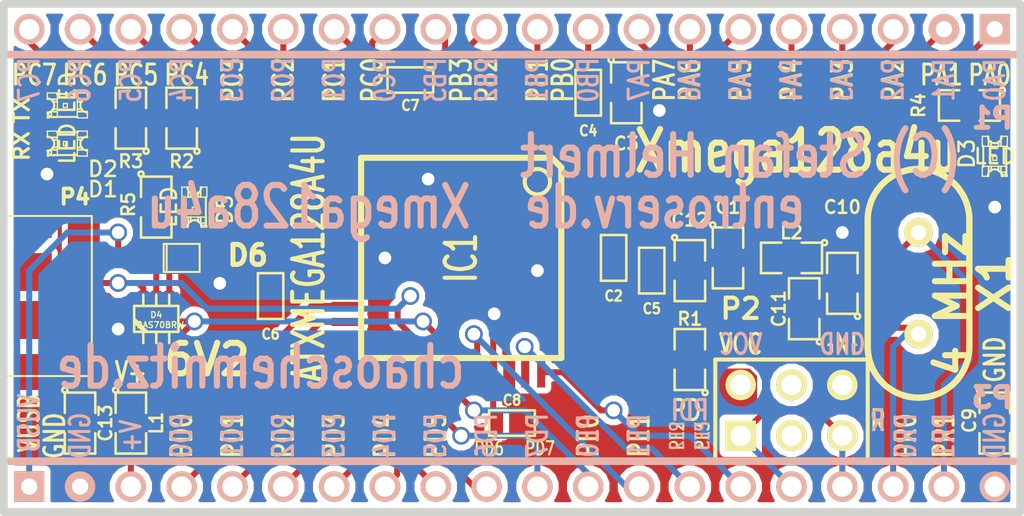
<source format=kicad_pcb>
(kicad_pcb (version 4) (host pcbnew 4.0.2+dfsg1-stable)

  (general
    (links 105)
    (no_connects 0)
    (area 31.296 36.50234 113.154462 77.2128)
    (thickness 1.6002)
    (drawings 98)
    (tracks 331)
    (zones 0)
    (modules 32)
    (nets 46)
  )

  (page A4)
  (title_block
    (date "21 aug 2014")
  )

  (layers
    (0 Vorderseite mixed hide)
    (31 Rückseite mixed hide)
    (32 B.Adhes user)
    (33 F.Adhes user)
    (34 B.Paste user)
    (35 F.Paste user)
    (36 B.SilkS user)
    (37 F.SilkS user)
    (38 B.Mask user hide)
    (39 F.Mask user hide)
    (40 Dwgs.User user hide)
    (41 Cmts.User user hide)
    (42 Eco1.User user hide)
    (43 Eco2.User user hide)
    (44 Edge.Cuts user)
  )

  (setup
    (last_trace_width 0.29972)
    (trace_clearance 0.2)
    (zone_clearance 0.508)
    (zone_45_only no)
    (trace_min 0.2032)
    (segment_width 0.381)
    (edge_width 0.381)
    (via_size 0.889)
    (via_drill 0.635)
    (via_min_size 0.889)
    (via_min_drill 0.508)
    (uvia_size 0.508)
    (uvia_drill 0.127)
    (uvias_allowed no)
    (uvia_min_size 0.508)
    (uvia_min_drill 0.127)
    (pcb_text_width 0.3048)
    (pcb_text_size 1.524 2.032)
    (mod_edge_width 0.381)
    (mod_text_size 1.524 1.524)
    (mod_text_width 0.3048)
    (pad_size 1.524 1.524)
    (pad_drill 0.8128)
    (pad_to_mask_clearance 0.254)
    (aux_axis_origin 0 0)
    (visible_elements 7FFFFFFF)
    (pcbplotparams
      (layerselection 0x00010_00000000)
      (usegerberextensions true)
      (excludeedgelayer false)
      (linewidth 0.150000)
      (plotframeref false)
      (viasonmask false)
      (mode 1)
      (useauxorigin false)
      (hpglpennumber 1)
      (hpglpenspeed 20)
      (hpglpendiameter 15)
      (hpglpenoverlay 0)
      (psnegative false)
      (psa4output false)
      (plotreference true)
      (plotvalue false)
      (plotinvisibletext false)
      (padsonsilk false)
      (subtractmaskfromsilk false)
      (outputformat 1)
      (mirror false)
      (drillshape 0)
      (scaleselection 1)
      (outputdirectory ""))
  )

  (net 0 "")
  (net 1 +3.3V)
  (net 2 /AVCC)
  (net 3 /PA0)
  (net 4 /PA1)
  (net 5 /PA2)
  (net 6 /PA3)
  (net 7 /PA4)
  (net 8 /PA5)
  (net 9 /PA6)
  (net 10 /PA7)
  (net 11 /PB0)
  (net 12 /PB1)
  (net 13 /PB2)
  (net 14 /PB3)
  (net 15 /PC0)
  (net 16 /PC1)
  (net 17 /PC2)
  (net 18 /PC3)
  (net 19 /PC4)
  (net 20 /PC5)
  (net 21 /PC6)
  (net 22 /PC7)
  (net 23 /PD0)
  (net 24 /PD1)
  (net 25 /PD2)
  (net 26 /PD3)
  (net 27 /PD4)
  (net 28 /PD5)
  (net 29 /PD6)
  (net 30 /PD7)
  (net 31 /PDI)
  (net 32 /PE0)
  (net 33 /PE1)
  (net 34 /PE2)
  (net 35 /PE3)
  (net 36 /PR0)
  (net 37 /PR1)
  (net 38 /RESET)
  (net 39 /VCC)
  (net 40 GND)
  (net 41 N-0000010)
  (net 42 N-0000011)
  (net 43 N-000003)
  (net 44 N-0000043)
  (net 45 N-000008)

  (net_class Default "Dies ist die voreingestellte Netzklasse."
    (clearance 0.2)
    (trace_width 0.29972)
    (via_dia 0.889)
    (via_drill 0.635)
    (uvia_dia 0.508)
    (uvia_drill 0.127)
    (add_net +3.3V)
    (add_net /AVCC)
    (add_net /PA0)
    (add_net /PA1)
    (add_net /PA2)
    (add_net /PA3)
    (add_net /PA4)
    (add_net /PA5)
    (add_net /PA6)
    (add_net /PA7)
    (add_net /PB0)
    (add_net /PB1)
    (add_net /PB2)
    (add_net /PB3)
    (add_net /PC0)
    (add_net /PC1)
    (add_net /PC2)
    (add_net /PC3)
    (add_net /PC4)
    (add_net /PC5)
    (add_net /PC6)
    (add_net /PC7)
    (add_net /PD0)
    (add_net /PD1)
    (add_net /PD2)
    (add_net /PD3)
    (add_net /PD4)
    (add_net /PD5)
    (add_net /PD6)
    (add_net /PD7)
    (add_net /PDI)
    (add_net /PE0)
    (add_net /PE1)
    (add_net /PE2)
    (add_net /PE3)
    (add_net /PR0)
    (add_net /PR1)
    (add_net /RESET)
    (add_net /VCC)
    (add_net GND)
    (add_net N-0000010)
    (add_net N-0000011)
    (add_net N-000003)
    (add_net N-0000043)
    (add_net N-000008)
  )

  (module TQFP44 (layer Vorderseite) (tedit 511EDE0A) (tstamp 50BFF4AF)
    (at 58.42 62.23 270)
    (path /52234FEA)
    (attr smd)
    (fp_text reference IC1 (at 0 0 270) (layer F.SilkS)
      (effects (font (size 1.524 1.016) (thickness 0.2032)))
    )
    (fp_text value ATXMEGA128A4U (at 0 7.62 270) (layer F.SilkS)
      (effects (font (size 1.524 1.016) (thickness 0.2032)))
    )
    (fp_line (start 5.0038 -5.0038) (end 5.0038 5.0038) (layer F.SilkS) (width 0.3048))
    (fp_line (start 5.0038 5.0038) (end -5.0038 5.0038) (layer F.SilkS) (width 0.3048))
    (fp_line (start -5.0038 -4.5212) (end -5.0038 5.0038) (layer F.SilkS) (width 0.3048))
    (fp_line (start -4.5212 -5.0038) (end 5.0038 -5.0038) (layer F.SilkS) (width 0.3048))
    (fp_line (start -5.0038 -4.5212) (end -4.5212 -5.0038) (layer F.SilkS) (width 0.3048))
    (fp_circle (center -3.81 -3.81) (end -3.81 -3.175) (layer F.SilkS) (width 0.2032))
    (pad 39 smd rect (at 0 -5.715 270) (size 0.4064 1.524) (layers Vorderseite F.Paste F.Mask)
      (net 2 /AVCC))
    (pad 40 smd rect (at -0.8001 -5.715 270) (size 0.4064 1.524) (layers Vorderseite F.Paste F.Mask)
      (net 3 /PA0))
    (pad 41 smd rect (at -1.6002 -5.715 270) (size 0.4064 1.524) (layers Vorderseite F.Paste F.Mask)
      (net 4 /PA1))
    (pad 42 smd rect (at -2.4003 -5.715 270) (size 0.4064 1.524) (layers Vorderseite F.Paste F.Mask)
      (net 5 /PA2))
    (pad 43 smd rect (at -3.2004 -5.715 270) (size 0.4064 1.524) (layers Vorderseite F.Paste F.Mask)
      (net 6 /PA3))
    (pad 44 smd rect (at -4.0005 -5.715 270) (size 0.4064 1.524) (layers Vorderseite F.Paste F.Mask)
      (net 7 /PA4))
    (pad 38 smd rect (at 0.8001 -5.715 270) (size 0.4064 1.524) (layers Vorderseite F.Paste F.Mask)
      (net 40 GND))
    (pad 37 smd rect (at 1.6002 -5.715 270) (size 0.4064 1.524) (layers Vorderseite F.Paste F.Mask)
      (net 37 /PR1))
    (pad 36 smd rect (at 2.4003 -5.715 270) (size 0.4064 1.524) (layers Vorderseite F.Paste F.Mask)
      (net 36 /PR0))
    (pad 35 smd rect (at 3.2004 -5.715 270) (size 0.4064 1.524) (layers Vorderseite F.Paste F.Mask)
      (net 38 /RESET))
    (pad 34 smd rect (at 4.0005 -5.715 270) (size 0.4064 1.524) (layers Vorderseite F.Paste F.Mask)
      (net 31 /PDI))
    (pad 17 smd rect (at 0 5.715 270) (size 0.4064 1.524) (layers Vorderseite F.Paste F.Mask)
      (net 22 /PC7))
    (pad 16 smd rect (at -0.8001 5.715 270) (size 0.4064 1.524) (layers Vorderseite F.Paste F.Mask)
      (net 21 /PC6))
    (pad 15 smd rect (at -1.6002 5.715 270) (size 0.4064 1.524) (layers Vorderseite F.Paste F.Mask)
      (net 20 /PC5))
    (pad 14 smd rect (at -2.4003 5.715 270) (size 0.4064 1.524) (layers Vorderseite F.Paste F.Mask)
      (net 19 /PC4))
    (pad 13 smd rect (at -3.2004 5.715 270) (size 0.4064 1.524) (layers Vorderseite F.Paste F.Mask)
      (net 18 /PC3))
    (pad 12 smd rect (at -4.0005 5.715 270) (size 0.4064 1.524) (layers Vorderseite F.Paste F.Mask)
      (net 17 /PC2))
    (pad 18 smd rect (at 0.8001 5.715 270) (size 0.4064 1.524) (layers Vorderseite F.Paste F.Mask)
      (net 40 GND))
    (pad 19 smd rect (at 1.6002 5.715 270) (size 0.4064 1.524) (layers Vorderseite F.Paste F.Mask)
      (net 39 /VCC))
    (pad 20 smd rect (at 2.4003 5.715 270) (size 0.4064 1.524) (layers Vorderseite F.Paste F.Mask)
      (net 23 /PD0))
    (pad 21 smd rect (at 3.2004 5.715 270) (size 0.4064 1.524) (layers Vorderseite F.Paste F.Mask)
      (net 24 /PD1))
    (pad 22 smd rect (at 4.0005 5.715 270) (size 0.4064 1.524) (layers Vorderseite F.Paste F.Mask)
      (net 25 /PD2))
    (pad 6 smd rect (at -5.715 0 270) (size 1.524 0.4064) (layers Vorderseite F.Paste F.Mask)
      (net 13 /PB2))
    (pad 28 smd rect (at 5.715 0 270) (size 1.524 0.4064) (layers Vorderseite F.Paste F.Mask)
      (net 32 /PE0))
    (pad 7 smd rect (at -5.715 0.8001 270) (size 1.524 0.4064) (layers Vorderseite F.Paste F.Mask)
      (net 14 /PB3))
    (pad 27 smd rect (at 5.715 0.8001 270) (size 1.524 0.4064) (layers Vorderseite F.Paste F.Mask)
      (net 30 /PD7))
    (pad 26 smd rect (at 5.715 1.6002 270) (size 1.524 0.4064) (layers Vorderseite F.Paste F.Mask)
      (net 29 /PD6))
    (pad 8 smd rect (at -5.715 1.6002 270) (size 1.524 0.4064) (layers Vorderseite F.Paste F.Mask)
      (net 40 GND))
    (pad 9 smd rect (at -5.715 2.4003 270) (size 1.524 0.4064) (layers Vorderseite F.Paste F.Mask)
      (net 39 /VCC))
    (pad 25 smd rect (at 5.715 2.4003 270) (size 1.524 0.4064) (layers Vorderseite F.Paste F.Mask)
      (net 28 /PD5))
    (pad 24 smd rect (at 5.715 3.2004 270) (size 1.524 0.4064) (layers Vorderseite F.Paste F.Mask)
      (net 27 /PD4))
    (pad 10 smd rect (at -5.715 3.2004 270) (size 1.524 0.4064) (layers Vorderseite F.Paste F.Mask)
      (net 15 /PC0))
    (pad 11 smd rect (at -5.715 4.0005 270) (size 1.524 0.4064) (layers Vorderseite F.Paste F.Mask)
      (net 16 /PC1))
    (pad 23 smd rect (at 5.715 4.0005 270) (size 1.524 0.4064) (layers Vorderseite F.Paste F.Mask)
      (net 26 /PD3))
    (pad 29 smd rect (at 5.715 -0.8001 270) (size 1.524 0.4064) (layers Vorderseite F.Paste F.Mask)
      (net 33 /PE1))
    (pad 5 smd rect (at -5.715 -0.8001 270) (size 1.524 0.4064) (layers Vorderseite F.Paste F.Mask)
      (net 12 /PB1))
    (pad 4 smd rect (at -5.715 -1.6002 270) (size 1.524 0.4064) (layers Vorderseite F.Paste F.Mask)
      (net 11 /PB0))
    (pad 30 smd rect (at 5.715 -1.6002 270) (size 1.524 0.4064) (layers Vorderseite F.Paste F.Mask)
      (net 40 GND))
    (pad 31 smd rect (at 5.715 -2.4003 270) (size 1.524 0.4064) (layers Vorderseite F.Paste F.Mask)
      (net 39 /VCC))
    (pad 3 smd rect (at -5.715 -2.4003 270) (size 1.524 0.4064) (layers Vorderseite F.Paste F.Mask)
      (net 10 /PA7))
    (pad 2 smd rect (at -5.715 -3.2004 270) (size 1.524 0.4064) (layers Vorderseite F.Paste F.Mask)
      (net 9 /PA6))
    (pad 32 smd rect (at 5.715 -3.2004 270) (size 1.524 0.4064) (layers Vorderseite F.Paste F.Mask)
      (net 34 /PE2))
    (pad 33 smd rect (at 5.715 -4.0005 270) (size 1.524 0.4064) (layers Vorderseite F.Paste F.Mask)
      (net 35 /PE3))
    (pad 1 smd rect (at -5.715 -4.0005 270) (size 1.524 0.4064) (layers Vorderseite F.Paste F.Mask)
      (net 8 /PA5))
  )

  (module SM0805 (layer Vorderseite) (tedit 521A1F5E) (tstamp 51104745)
    (at 69.85 67.31 90)
    (path /50BFC714)
    (attr smd)
    (fp_text reference R1 (at 2.032 0 180) (layer F.SilkS)
      (effects (font (size 0.635 0.635) (thickness 0.127)))
    )
    (fp_text value 10k (at 0 0 180) (layer F.SilkS) hide
      (effects (font (size 0.635 0.635) (thickness 0.127)))
    )
    (fp_circle (center -1.651 0.762) (end -1.651 0.635) (layer F.SilkS) (width 0.127))
    (fp_line (start -0.508 0.762) (end -1.524 0.762) (layer F.SilkS) (width 0.127))
    (fp_line (start -1.524 0.762) (end -1.524 -0.762) (layer F.SilkS) (width 0.127))
    (fp_line (start -1.524 -0.762) (end -0.508 -0.762) (layer F.SilkS) (width 0.127))
    (fp_line (start 0.508 -0.762) (end 1.524 -0.762) (layer F.SilkS) (width 0.127))
    (fp_line (start 1.524 -0.762) (end 1.524 0.762) (layer F.SilkS) (width 0.127))
    (fp_line (start 1.524 0.762) (end 0.508 0.762) (layer F.SilkS) (width 0.127))
    (pad 1 smd rect (at -0.9525 0 90) (size 0.889 1.397) (layers Vorderseite F.Paste F.Mask)
      (net 39 /VCC))
    (pad 2 smd rect (at 0.9525 0 90) (size 0.889 1.397) (layers Vorderseite F.Paste F.Mask)
      (net 38 /RESET))
    (model smd/chip_cms.wrl
      (at (xyz 0 0 0))
      (scale (xyz 0.1 0.1 0.1))
      (rotate (xyz 0 0 0))
    )
  )

  (module pin_array_3x2 (layer Vorderseite) (tedit 521FA55C) (tstamp 50BFF4C5)
    (at 74.93 69.85)
    (descr "Double rangee de contacts 2 x 4 pins")
    (tags CONN)
    (path /50BFC5D3)
    (fp_text reference P2 (at -2.54 -5.08) (layer F.SilkS)
      (effects (font (size 1.016 1.016) (thickness 0.2032)))
    )
    (fp_text value CONN_3X2 (at -8.255 1.27) (layer F.SilkS) hide
      (effects (font (size 1.016 1.016) (thickness 0.2032)))
    )
    (fp_line (start 3.81 2.54) (end -3.81 2.54) (layer F.SilkS) (width 0.2032))
    (fp_line (start -3.81 -2.54) (end 3.81 -2.54) (layer F.SilkS) (width 0.2032))
    (fp_line (start 3.81 -2.54) (end 3.81 2.54) (layer F.SilkS) (width 0.2032))
    (fp_line (start -3.81 2.54) (end -3.81 -2.54) (layer F.SilkS) (width 0.2032))
    (pad 1 thru_hole rect (at -2.54 1.27) (size 1.524 1.524) (drill 1.016) (layers *.Cu *.Mask F.SilkS)
      (net 31 /PDI))
    (pad 2 thru_hole circle (at -2.54 -1.27) (size 1.524 1.524) (drill 1.016) (layers *.Cu *.Mask F.SilkS)
      (net 39 /VCC))
    (pad 3 thru_hole circle (at 0 1.27) (size 1.524 1.524) (drill 1.016) (layers *.Cu *.Mask F.SilkS))
    (pad 4 thru_hole circle (at 0 -1.27) (size 1.524 1.524) (drill 1.016) (layers *.Cu *.Mask F.SilkS))
    (pad 5 thru_hole circle (at 2.54 1.27) (size 1.524 1.524) (drill 1.016) (layers *.Cu *.Mask F.SilkS)
      (net 38 /RESET))
    (pad 6 thru_hole circle (at 2.54 -1.27) (size 1.524 1.524) (drill 1.016) (layers *.Cu *.Mask F.SilkS)
      (net 40 GND))
    (model pin_array/pins_array_3x2.wrl
      (at (xyz 0 0 0))
      (scale (xyz 1 1 1))
      (rotate (xyz 0 0 0))
    )
  )

  (module SM0805 (layer Vorderseite) (tedit 51213F3A) (tstamp 50C1247A)
    (at 74.93 62.23 180)
    (path /50BFC96A)
    (attr smd)
    (fp_text reference L2 (at 0 1.27 180) (layer F.SilkS)
      (effects (font (size 0.635 0.635) (thickness 0.127)))
    )
    (fp_text value 100n (at 0 2.54 180) (layer F.SilkS) hide
      (effects (font (size 0.635 0.635) (thickness 0.127)))
    )
    (fp_circle (center -1.651 0.762) (end -1.651 0.635) (layer F.SilkS) (width 0.127))
    (fp_line (start -0.508 0.762) (end -1.524 0.762) (layer F.SilkS) (width 0.127))
    (fp_line (start -1.524 0.762) (end -1.524 -0.762) (layer F.SilkS) (width 0.127))
    (fp_line (start -1.524 -0.762) (end -0.508 -0.762) (layer F.SilkS) (width 0.127))
    (fp_line (start 0.508 -0.762) (end 1.524 -0.762) (layer F.SilkS) (width 0.127))
    (fp_line (start 1.524 -0.762) (end 1.524 0.762) (layer F.SilkS) (width 0.127))
    (fp_line (start 1.524 0.762) (end 0.508 0.762) (layer F.SilkS) (width 0.127))
    (pad 1 smd rect (at -0.9525 0 180) (size 0.889 1.397) (layers Vorderseite F.Paste F.Mask)
      (net 39 /VCC))
    (pad 2 smd rect (at 0.9525 0 180) (size 0.889 1.397) (layers Vorderseite F.Paste F.Mask)
      (net 2 /AVCC))
    (model smd/chip_cms.wrl
      (at (xyz 0 0 0))
      (scale (xyz 0.1 0.1 0.1))
      (rotate (xyz 0 0 0))
    )
  )

  (module PIN_ARRAY_20X1 (layer Rückseite) (tedit 521FA98E) (tstamp 50C0D099)
    (at 60.96 50.8 180)
    (descr "Single pin-array 20x1")
    (tags CONN)
    (path /50BFD73E)
    (fp_text reference P1 (at -24.003 -4.445 180) (layer B.SilkS)
      (effects (font (size 1.016 1.016) (thickness 0.254)) (justify mirror))
    )
    (fp_text value CONN_20 (at 6.985 2.54 180) (layer B.SilkS)
      (effects (font (size 1.016 1.016) (thickness 0.2032)) (justify mirror))
    )
    (fp_line (start -25.4 -1.27) (end 25.4 -1.27) (layer B.SilkS) (width 0.381))
    (fp_line (start 25.4 -1.27) (end 25.4 1.27) (layer B.SilkS) (width 0.381))
    (fp_line (start 25.4 1.27) (end -25.4 1.27) (layer B.SilkS) (width 0.381))
    (fp_line (start -25.4 1.27) (end -25.4 -1.27) (layer B.SilkS) (width 0.381))
    (pad 1 thru_hole rect (at -24.13 0 180) (size 1.524 1.524) (drill 0.8128) (layers *.Cu *.Mask B.SilkS)
      (net 3 /PA0))
    (pad 6 thru_hole circle (at -11.43 0 180) (size 1.524 1.524) (drill 1.016) (layers *.Cu *.Mask B.SilkS)
      (net 8 /PA5))
    (pad 7 thru_hole circle (at -8.89 0 180) (size 1.524 1.524) (drill 1.016) (layers *.Cu *.Mask B.SilkS)
      (net 9 /PA6))
    (pad 8 thru_hole circle (at -6.35 0 180) (size 1.524 1.524) (drill 1.016) (layers *.Cu *.Mask B.SilkS)
      (net 10 /PA7))
    (pad 9 thru_hole circle (at -3.81 0 180) (size 1.524 1.524) (drill 1.016) (layers *.Cu *.Mask B.SilkS)
      (net 11 /PB0))
    (pad 10 thru_hole circle (at -1.27 0 180) (size 1.524 1.524) (drill 1.016) (layers *.Cu *.Mask B.SilkS)
      (net 12 /PB1))
    (pad 11 thru_hole circle (at 1.27 0 180) (size 1.524 1.524) (drill 1.016) (layers *.Cu *.Mask B.SilkS)
      (net 13 /PB2))
    (pad 12 thru_hole circle (at 3.81 0 180) (size 1.524 1.524) (drill 1.016) (layers *.Cu *.Mask B.SilkS)
      (net 14 /PB3))
    (pad 13 thru_hole circle (at 6.35 0 180) (size 1.524 1.524) (drill 1.016) (layers *.Cu *.Mask B.SilkS)
      (net 15 /PC0))
    (pad 14 thru_hole circle (at 8.89 0 180) (size 1.524 1.524) (drill 1.016) (layers *.Cu *.Mask B.SilkS)
      (net 16 /PC1))
    (pad 15 thru_hole circle (at 11.43 0 180) (size 1.524 1.524) (drill 1.016) (layers *.Cu *.Mask B.SilkS)
      (net 17 /PC2))
    (pad 16 thru_hole circle (at 13.97 0 180) (size 1.524 1.524) (drill 1.016) (layers *.Cu *.Mask B.SilkS)
      (net 18 /PC3))
    (pad 17 thru_hole circle (at 16.51 0 180) (size 1.524 1.524) (drill 1.016) (layers *.Cu *.Mask B.SilkS)
      (net 19 /PC4))
    (pad 18 thru_hole circle (at 19.05 0 180) (size 1.524 1.524) (drill 1.016) (layers *.Cu *.Mask B.SilkS)
      (net 20 /PC5))
    (pad 19 thru_hole circle (at 21.59 0 180) (size 1.524 1.524) (drill 1.016) (layers *.Cu *.Mask B.SilkS)
      (net 21 /PC6))
    (pad 2 thru_hole circle (at -21.59 0 180) (size 1.524 1.524) (drill 0.8128) (layers *.Cu *.Mask B.SilkS)
      (net 4 /PA1))
    (pad 3 thru_hole circle (at -19.05 0 180) (size 1.524 1.524) (drill 1.016) (layers *.Cu *.Mask B.SilkS)
      (net 5 /PA2))
    (pad 4 thru_hole circle (at -16.51 0 180) (size 1.524 1.524) (drill 1.016) (layers *.Cu *.Mask B.SilkS)
      (net 6 /PA3))
    (pad 5 thru_hole circle (at -13.97 0 180) (size 1.524 1.524) (drill 1.016) (layers *.Cu *.Mask B.SilkS)
      (net 7 /PA4))
    (pad 20 thru_hole circle (at 24.13 0 180) (size 1.524 1.524) (drill 1.016) (layers *.Cu *.Mask B.SilkS)
      (net 22 /PC7))
    (model pin_array\pins_array_20x1.wrl
      (at (xyz 0 0 0))
      (scale (xyz 1 1 1))
      (rotate (xyz 0 0 0))
    )
  )

  (module PIN_ARRAY_20X1 (layer Rückseite) (tedit 521FA985) (tstamp 50C0D09B)
    (at 60.96 73.66)
    (descr "Single pin-array 20x1")
    (tags CONN)
    (path /50BFDA14)
    (fp_text reference P3 (at 24.003 -4.445) (layer B.SilkS)
      (effects (font (size 1.016 1.016) (thickness 0.254)) (justify mirror))
    )
    (fp_text value CONN_20 (at -6.985 2.54) (layer B.SilkS)
      (effects (font (size 1.016 1.016) (thickness 0.2032)) (justify mirror))
    )
    (fp_line (start -25.4 -1.27) (end 25.4 -1.27) (layer B.SilkS) (width 0.381))
    (fp_line (start 25.4 -1.27) (end 25.4 1.27) (layer B.SilkS) (width 0.381))
    (fp_line (start 25.4 1.27) (end -25.4 1.27) (layer B.SilkS) (width 0.381))
    (fp_line (start -25.4 1.27) (end -25.4 -1.27) (layer B.SilkS) (width 0.381))
    (pad 1 thru_hole rect (at -24.13 0) (size 1.524 1.524) (drill 0.8128) (layers *.Cu *.Mask B.SilkS)
      (net 44 N-0000043))
    (pad 6 thru_hole circle (at -11.43 0) (size 1.524 1.524) (drill 1.016) (layers *.Cu *.Mask B.SilkS)
      (net 25 /PD2))
    (pad 7 thru_hole circle (at -8.89 0) (size 1.524 1.524) (drill 1.016) (layers *.Cu *.Mask B.SilkS)
      (net 26 /PD3))
    (pad 8 thru_hole circle (at -6.35 0) (size 1.524 1.524) (drill 1.016) (layers *.Cu *.Mask B.SilkS)
      (net 27 /PD4))
    (pad 9 thru_hole circle (at -3.81 0) (size 1.524 1.524) (drill 1.016) (layers *.Cu *.Mask B.SilkS)
      (net 28 /PD5))
    (pad 10 thru_hole circle (at -1.27 0) (size 1.524 1.524) (drill 1.016) (layers *.Cu *.Mask B.SilkS)
      (net 29 /PD6))
    (pad 11 thru_hole circle (at 1.27 0) (size 1.524 1.524) (drill 1.016) (layers *.Cu *.Mask B.SilkS)
      (net 30 /PD7))
    (pad 12 thru_hole circle (at 3.81 0) (size 1.524 1.524) (drill 1.016) (layers *.Cu *.Mask B.SilkS)
      (net 32 /PE0))
    (pad 13 thru_hole circle (at 6.35 0) (size 1.524 1.524) (drill 1.016) (layers *.Cu *.Mask B.SilkS)
      (net 33 /PE1))
    (pad 14 thru_hole circle (at 8.89 0) (size 1.524 1.524) (drill 1.016) (layers *.Cu *.Mask B.SilkS)
      (net 34 /PE2))
    (pad 15 thru_hole circle (at 11.43 0) (size 1.524 1.524) (drill 1.016) (layers *.Cu *.Mask B.SilkS)
      (net 35 /PE3))
    (pad 16 thru_hole circle (at 13.97 0) (size 1.524 1.524) (drill 1.016) (layers *.Cu *.Mask B.SilkS)
      (net 31 /PDI))
    (pad 17 thru_hole circle (at 16.51 0) (size 1.524 1.524) (drill 1.016) (layers *.Cu *.Mask B.SilkS)
      (net 38 /RESET))
    (pad 18 thru_hole circle (at 19.05 0) (size 1.524 1.524) (drill 1.016) (layers *.Cu *.Mask B.SilkS)
      (net 36 /PR0))
    (pad 19 thru_hole circle (at 21.59 0) (size 1.524 1.524) (drill 1.016) (layers *.Cu *.Mask B.SilkS)
      (net 37 /PR1))
    (pad 2 thru_hole circle (at -21.59 0) (size 1.524 1.524) (drill 0.8128) (layers *.Cu *.Mask B.SilkS)
      (net 40 GND))
    (pad 3 thru_hole circle (at -19.05 0) (size 1.524 1.524) (drill 1.016) (layers *.Cu *.Mask B.SilkS)
      (net 1 +3.3V))
    (pad 4 thru_hole circle (at -16.51 0) (size 1.524 1.524) (drill 1.016) (layers *.Cu *.Mask B.SilkS)
      (net 23 /PD0))
    (pad 5 thru_hole circle (at -13.97 0) (size 1.524 1.524) (drill 1.016) (layers *.Cu *.Mask B.SilkS)
      (net 24 /PD1))
    (pad 20 thru_hole circle (at 24.13 0) (size 1.524 1.524) (drill 1.016) (layers *.Cu *.Mask B.SilkS)
      (net 40 GND))
    (model pin_array\pins_array_20x1.wrl
      (at (xyz 0 0 0))
      (scale (xyz 1 1 1))
      (rotate (xyz 0 0 0))
    )
  )

  (module SM0805 (layer Vorderseite) (tedit 51213F91) (tstamp 50BFF4B8)
    (at 75.565 64.77 90)
    (path /50BFD14C)
    (attr smd)
    (fp_text reference C11 (at 0 -1.27 90) (layer F.SilkS)
      (effects (font (size 0.635 0.635) (thickness 0.127)))
    )
    (fp_text value 18p (at 0 0 180) (layer F.SilkS) hide
      (effects (font (size 0.635 0.635) (thickness 0.127)))
    )
    (fp_circle (center -1.651 0.762) (end -1.651 0.635) (layer F.SilkS) (width 0.127))
    (fp_line (start -0.508 0.762) (end -1.524 0.762) (layer F.SilkS) (width 0.127))
    (fp_line (start -1.524 0.762) (end -1.524 -0.762) (layer F.SilkS) (width 0.127))
    (fp_line (start -1.524 -0.762) (end -0.508 -0.762) (layer F.SilkS) (width 0.127))
    (fp_line (start 0.508 -0.762) (end 1.524 -0.762) (layer F.SilkS) (width 0.127))
    (fp_line (start 1.524 -0.762) (end 1.524 0.762) (layer F.SilkS) (width 0.127))
    (fp_line (start 1.524 0.762) (end 0.508 0.762) (layer F.SilkS) (width 0.127))
    (pad 1 smd rect (at -0.9525 0 90) (size 0.889 1.397) (layers Vorderseite F.Paste F.Mask)
      (net 36 /PR0))
    (pad 2 smd rect (at 0.9525 0 90) (size 0.889 1.397) (layers Vorderseite F.Paste F.Mask)
      (net 40 GND))
    (model smd/chip_cms.wrl
      (at (xyz 0 0 0))
      (scale (xyz 0.1 0.1 0.1))
      (rotate (xyz 0 0 0))
    )
  )

  (module SM0805 (layer Vorderseite) (tedit 521FA564) (tstamp 50BFF4B6)
    (at 77.47 63.5 90)
    (path /50BFD147)
    (attr smd)
    (fp_text reference C10 (at 3.81 0 180) (layer F.SilkS)
      (effects (font (size 0.635 0.635) (thickness 0.127)))
    )
    (fp_text value 18p (at 0 0 180) (layer F.SilkS) hide
      (effects (font (size 0.635 0.635) (thickness 0.127)))
    )
    (fp_circle (center -1.651 0.762) (end -1.651 0.635) (layer F.SilkS) (width 0.127))
    (fp_line (start -0.508 0.762) (end -1.524 0.762) (layer F.SilkS) (width 0.127))
    (fp_line (start -1.524 0.762) (end -1.524 -0.762) (layer F.SilkS) (width 0.127))
    (fp_line (start -1.524 -0.762) (end -0.508 -0.762) (layer F.SilkS) (width 0.127))
    (fp_line (start 0.508 -0.762) (end 1.524 -0.762) (layer F.SilkS) (width 0.127))
    (fp_line (start 1.524 -0.762) (end 1.524 0.762) (layer F.SilkS) (width 0.127))
    (fp_line (start 1.524 0.762) (end 0.508 0.762) (layer F.SilkS) (width 0.127))
    (pad 1 smd rect (at -0.9525 0 90) (size 0.889 1.397) (layers Vorderseite F.Paste F.Mask)
      (net 37 /PR1))
    (pad 2 smd rect (at 0.9525 0 90) (size 0.889 1.397) (layers Vorderseite F.Paste F.Mask)
      (net 40 GND))
    (model smd/chip_cms.wrl
      (at (xyz 0 0 0))
      (scale (xyz 0.1 0.1 0.1))
      (rotate (xyz 0 0 0))
    )
  )

  (module SM0805 (layer Vorderseite) (tedit 5121407E) (tstamp 50BFF4B0)
    (at 66.675 53.975 270)
    (path /50BFD20E)
    (attr smd)
    (fp_text reference C3 (at 2.54 0 360) (layer F.SilkS)
      (effects (font (size 0.635 0.635) (thickness 0.127)))
    )
    (fp_text value 10u (at 0 0 360) (layer F.SilkS) hide
      (effects (font (size 0.635 0.635) (thickness 0.127)))
    )
    (fp_circle (center -1.651 0.762) (end -1.651 0.635) (layer F.SilkS) (width 0.127))
    (fp_line (start -0.508 0.762) (end -1.524 0.762) (layer F.SilkS) (width 0.127))
    (fp_line (start -1.524 0.762) (end -1.524 -0.762) (layer F.SilkS) (width 0.127))
    (fp_line (start -1.524 -0.762) (end -0.508 -0.762) (layer F.SilkS) (width 0.127))
    (fp_line (start 0.508 -0.762) (end 1.524 -0.762) (layer F.SilkS) (width 0.127))
    (fp_line (start 1.524 -0.762) (end 1.524 0.762) (layer F.SilkS) (width 0.127))
    (fp_line (start 1.524 0.762) (end 0.508 0.762) (layer F.SilkS) (width 0.127))
    (pad 1 smd rect (at -0.9525 0 270) (size 0.889 1.397) (layers Vorderseite F.Paste F.Mask)
      (net 11 /PB0))
    (pad 2 smd rect (at 0.9525 0 270) (size 0.889 1.397) (layers Vorderseite F.Paste F.Mask)
      (net 40 GND))
    (model smd/chip_cms.wrl
      (at (xyz 0 0 0))
      (scale (xyz 0.1 0.1 0.1))
      (rotate (xyz 0 0 0))
    )
  )

  (module SM0805 (layer Vorderseite) (tedit 521FA552) (tstamp 50BFF4B2)
    (at 71.755 62.23 270)
    (path /50BFD1FA)
    (attr smd)
    (fp_text reference C1 (at -2.54 0 360) (layer F.SilkS)
      (effects (font (size 0.635 0.635) (thickness 0.127)))
    )
    (fp_text value 10u (at 0 0 360) (layer F.SilkS) hide
      (effects (font (size 0.635 0.635) (thickness 0.127)))
    )
    (fp_circle (center -1.651 0.762) (end -1.651 0.635) (layer F.SilkS) (width 0.127))
    (fp_line (start -0.508 0.762) (end -1.524 0.762) (layer F.SilkS) (width 0.127))
    (fp_line (start -1.524 0.762) (end -1.524 -0.762) (layer F.SilkS) (width 0.127))
    (fp_line (start -1.524 -0.762) (end -0.508 -0.762) (layer F.SilkS) (width 0.127))
    (fp_line (start 0.508 -0.762) (end 1.524 -0.762) (layer F.SilkS) (width 0.127))
    (fp_line (start 1.524 -0.762) (end 1.524 0.762) (layer F.SilkS) (width 0.127))
    (fp_line (start 1.524 0.762) (end 0.508 0.762) (layer F.SilkS) (width 0.127))
    (pad 1 smd rect (at -0.9525 0 270) (size 0.889 1.397) (layers Vorderseite F.Paste F.Mask)
      (net 3 /PA0))
    (pad 2 smd rect (at 0.9525 0 270) (size 0.889 1.397) (layers Vorderseite F.Paste F.Mask)
      (net 40 GND))
    (model smd/chip_cms.wrl
      (at (xyz 0 0 0))
      (scale (xyz 0.1 0.1 0.1))
      (rotate (xyz 0 0 0))
    )
  )

  (module SM0603_Capa (layer Vorderseite) (tedit 51214434) (tstamp 50BFF4BE)
    (at 48.895 64.135 90)
    (path /50BFC86D)
    (attr smd)
    (fp_text reference C6 (at -1.905 0 180) (layer F.SilkS)
      (effects (font (size 0.508 0.4572) (thickness 0.1143)))
    )
    (fp_text value 100n (at 0 0 180) (layer F.SilkS) hide
      (effects (font (size 0.508 0.4572) (thickness 0.1143)))
    )
    (fp_line (start -1.143 -0.635) (end 1.143 -0.635) (layer F.SilkS) (width 0.127))
    (fp_line (start 1.143 -0.635) (end 1.143 0.635) (layer F.SilkS) (width 0.127))
    (fp_line (start 1.143 0.635) (end -1.143 0.635) (layer F.SilkS) (width 0.127))
    (fp_line (start -1.143 0.635) (end -1.143 -0.635) (layer F.SilkS) (width 0.127))
    (pad 1 smd rect (at -0.762 0 90) (size 0.635 1.143) (layers Vorderseite F.Paste F.Mask)
      (net 39 /VCC))
    (pad 2 smd rect (at 0.762 0 90) (size 0.635 1.143) (layers Vorderseite F.Paste F.Mask)
      (net 40 GND))
    (model smd\capacitors\C0603.wrl
      (at (xyz 0 0 0.001))
      (scale (xyz 0.5 0.5 0.5))
      (rotate (xyz 0 0 0))
    )
  )

  (module SM0603_Capa (layer Vorderseite) (tedit 5121408A) (tstamp 50BFF4BC)
    (at 55.88 53.34)
    (path /50BFC87D)
    (attr smd)
    (fp_text reference C7 (at 0 1.27) (layer F.SilkS)
      (effects (font (size 0.508 0.4572) (thickness 0.1143)))
    )
    (fp_text value 100n (at 0 0) (layer F.SilkS) hide
      (effects (font (size 0.508 0.4572) (thickness 0.1143)))
    )
    (fp_line (start -1.143 -0.635) (end 1.143 -0.635) (layer F.SilkS) (width 0.127))
    (fp_line (start 1.143 -0.635) (end 1.143 0.635) (layer F.SilkS) (width 0.127))
    (fp_line (start 1.143 0.635) (end -1.143 0.635) (layer F.SilkS) (width 0.127))
    (fp_line (start -1.143 0.635) (end -1.143 -0.635) (layer F.SilkS) (width 0.127))
    (pad 1 smd rect (at -0.762 0) (size 0.635 1.143) (layers Vorderseite F.Paste F.Mask)
      (net 39 /VCC))
    (pad 2 smd rect (at 0.762 0) (size 0.635 1.143) (layers Vorderseite F.Paste F.Mask)
      (net 40 GND))
    (model smd\capacitors\C0603.wrl
      (at (xyz 0 0 0.001))
      (scale (xyz 0.5 0.5 0.5))
      (rotate (xyz 0 0 0))
    )
  )

  (module SM0805 (layer Vorderseite) (tedit 521A180A) (tstamp 50BFF4B4)
    (at 85.09 70.485 270)
    (path /50BFCA97)
    (attr smd)
    (fp_text reference C9 (at -0.127 1.27 270) (layer F.SilkS)
      (effects (font (size 0.635 0.635) (thickness 0.127)))
    )
    (fp_text value 10u (at 0 0 360) (layer F.SilkS) hide
      (effects (font (size 0.635 0.635) (thickness 0.127)))
    )
    (fp_circle (center -1.651 0.762) (end -1.651 0.635) (layer F.SilkS) (width 0.127))
    (fp_line (start -0.508 0.762) (end -1.524 0.762) (layer F.SilkS) (width 0.127))
    (fp_line (start -1.524 0.762) (end -1.524 -0.762) (layer F.SilkS) (width 0.127))
    (fp_line (start -1.524 -0.762) (end -0.508 -0.762) (layer F.SilkS) (width 0.127))
    (fp_line (start 0.508 -0.762) (end 1.524 -0.762) (layer F.SilkS) (width 0.127))
    (fp_line (start 1.524 -0.762) (end 1.524 0.762) (layer F.SilkS) (width 0.127))
    (fp_line (start 1.524 0.762) (end 0.508 0.762) (layer F.SilkS) (width 0.127))
    (pad 1 smd rect (at -0.9525 0 270) (size 0.889 1.397) (layers Vorderseite F.Paste F.Mask)
      (net 39 /VCC))
    (pad 2 smd rect (at 0.9525 0 270) (size 0.889 1.397) (layers Vorderseite F.Paste F.Mask)
      (net 40 GND))
    (model smd/chip_cms.wrl
      (at (xyz 0 0 0))
      (scale (xyz 0.1 0.1 0.1))
      (rotate (xyz 0 0 0))
    )
  )

  (module SM0603_Capa (layer Vorderseite) (tedit 521FA348) (tstamp 511035D2)
    (at 60.96 70.485 180)
    (path /50BFC882)
    (attr smd)
    (fp_text reference C8 (at 0 1.143 180) (layer F.SilkS)
      (effects (font (size 0.508 0.4572) (thickness 0.1143)))
    )
    (fp_text value 100n (at 0 0 180) (layer F.SilkS) hide
      (effects (font (size 0.508 0.4572) (thickness 0.1143)))
    )
    (fp_line (start -1.143 -0.635) (end 1.143 -0.635) (layer F.SilkS) (width 0.127))
    (fp_line (start 1.143 -0.635) (end 1.143 0.635) (layer F.SilkS) (width 0.127))
    (fp_line (start 1.143 0.635) (end -1.143 0.635) (layer F.SilkS) (width 0.127))
    (fp_line (start -1.143 0.635) (end -1.143 -0.635) (layer F.SilkS) (width 0.127))
    (pad 1 smd rect (at -0.762 0 180) (size 0.635 1.143) (layers Vorderseite F.Paste F.Mask)
      (net 39 /VCC))
    (pad 2 smd rect (at 0.762 0 180) (size 0.635 1.143) (layers Vorderseite F.Paste F.Mask)
      (net 40 GND))
    (model smd\capacitors\C0603.wrl
      (at (xyz 0 0 0.001))
      (scale (xyz 0.5 0.5 0.5))
      (rotate (xyz 0 0 0))
    )
  )

  (module SM0603_Capa (layer Vorderseite) (tedit 51213FA8) (tstamp 50BFF4C4)
    (at 66.04 62.23 270)
    (path /50BFD1EF)
    (attr smd)
    (fp_text reference C2 (at 1.905 0 360) (layer F.SilkS)
      (effects (font (size 0.508 0.4572) (thickness 0.1143)))
    )
    (fp_text value 100n (at 0 0 360) (layer F.SilkS) hide
      (effects (font (size 0.508 0.4572) (thickness 0.1143)))
    )
    (fp_line (start -1.143 -0.635) (end 1.143 -0.635) (layer F.SilkS) (width 0.127))
    (fp_line (start 1.143 -0.635) (end 1.143 0.635) (layer F.SilkS) (width 0.127))
    (fp_line (start 1.143 0.635) (end -1.143 0.635) (layer F.SilkS) (width 0.127))
    (fp_line (start -1.143 0.635) (end -1.143 -0.635) (layer F.SilkS) (width 0.127))
    (pad 1 smd rect (at -0.762 0 270) (size 0.635 1.143) (layers Vorderseite F.Paste F.Mask)
      (net 3 /PA0))
    (pad 2 smd rect (at 0.762 0 270) (size 0.635 1.143) (layers Vorderseite F.Paste F.Mask)
      (net 40 GND))
    (model smd\capacitors\C0603.wrl
      (at (xyz 0 0 0.001))
      (scale (xyz 0.5 0.5 0.5))
      (rotate (xyz 0 0 0))
    )
  )

  (module SM0603_Capa (layer Vorderseite) (tedit 51214076) (tstamp 50BFF4C2)
    (at 64.77 53.975 270)
    (path /50BFD1E5)
    (attr smd)
    (fp_text reference C4 (at 1.905 0 360) (layer F.SilkS)
      (effects (font (size 0.508 0.4572) (thickness 0.1143)))
    )
    (fp_text value 100n (at 0 0 360) (layer F.SilkS) hide
      (effects (font (size 0.508 0.4572) (thickness 0.1143)))
    )
    (fp_line (start -1.143 -0.635) (end 1.143 -0.635) (layer F.SilkS) (width 0.127))
    (fp_line (start 1.143 -0.635) (end 1.143 0.635) (layer F.SilkS) (width 0.127))
    (fp_line (start 1.143 0.635) (end -1.143 0.635) (layer F.SilkS) (width 0.127))
    (fp_line (start -1.143 0.635) (end -1.143 -0.635) (layer F.SilkS) (width 0.127))
    (pad 1 smd rect (at -0.762 0 270) (size 0.635 1.143) (layers Vorderseite F.Paste F.Mask)
      (net 11 /PB0))
    (pad 2 smd rect (at 0.762 0 270) (size 0.635 1.143) (layers Vorderseite F.Paste F.Mask)
      (net 40 GND))
    (model smd\capacitors\C0603.wrl
      (at (xyz 0 0 0.001))
      (scale (xyz 0.5 0.5 0.5))
      (rotate (xyz 0 0 0))
    )
  )

  (module SM0805 (layer Vorderseite) (tedit 51214BFE) (tstamp 510FEA87)
    (at 69.85 62.865 270)
    (path /510FEA04)
    (attr smd)
    (fp_text reference C12 (at -2.54 0 360) (layer F.SilkS)
      (effects (font (size 0.635 0.635) (thickness 0.127)))
    )
    (fp_text value 10u (at 0 0 360) (layer F.SilkS) hide
      (effects (font (size 0.635 0.635) (thickness 0.127)))
    )
    (fp_circle (center -1.651 0.762) (end -1.651 0.635) (layer F.SilkS) (width 0.127))
    (fp_line (start -0.508 0.762) (end -1.524 0.762) (layer F.SilkS) (width 0.127))
    (fp_line (start -1.524 0.762) (end -1.524 -0.762) (layer F.SilkS) (width 0.127))
    (fp_line (start -1.524 -0.762) (end -0.508 -0.762) (layer F.SilkS) (width 0.127))
    (fp_line (start 0.508 -0.762) (end 1.524 -0.762) (layer F.SilkS) (width 0.127))
    (fp_line (start 1.524 -0.762) (end 1.524 0.762) (layer F.SilkS) (width 0.127))
    (fp_line (start 1.524 0.762) (end 0.508 0.762) (layer F.SilkS) (width 0.127))
    (pad 1 smd rect (at -0.9525 0 270) (size 0.889 1.397) (layers Vorderseite F.Paste F.Mask)
      (net 2 /AVCC))
    (pad 2 smd rect (at 0.9525 0 270) (size 0.889 1.397) (layers Vorderseite F.Paste F.Mask)
      (net 40 GND))
    (model smd/chip_cms.wrl
      (at (xyz 0 0 0))
      (scale (xyz 0.1 0.1 0.1))
      (rotate (xyz 0 0 0))
    )
  )

  (module SM0603_Capa (layer Vorderseite) (tedit 51213F9C) (tstamp 50BFF4C0)
    (at 67.945 62.865 90)
    (path /50BFC88B)
    (attr smd)
    (fp_text reference C5 (at -1.905 0 180) (layer F.SilkS)
      (effects (font (size 0.508 0.4572) (thickness 0.1143)))
    )
    (fp_text value 100n (at 0 0 180) (layer F.SilkS) hide
      (effects (font (size 0.508 0.4572) (thickness 0.1143)))
    )
    (fp_line (start -1.143 -0.635) (end 1.143 -0.635) (layer F.SilkS) (width 0.127))
    (fp_line (start 1.143 -0.635) (end 1.143 0.635) (layer F.SilkS) (width 0.127))
    (fp_line (start 1.143 0.635) (end -1.143 0.635) (layer F.SilkS) (width 0.127))
    (fp_line (start -1.143 0.635) (end -1.143 -0.635) (layer F.SilkS) (width 0.127))
    (pad 1 smd rect (at -0.762 0 90) (size 0.635 1.143) (layers Vorderseite F.Paste F.Mask)
      (net 40 GND))
    (pad 2 smd rect (at 0.762 0 90) (size 0.635 1.143) (layers Vorderseite F.Paste F.Mask)
      (net 2 /AVCC))
    (model smd\capacitors\C0603.wrl
      (at (xyz 0 0 0.001))
      (scale (xyz 0.5 0.5 0.5))
      (rotate (xyz 0 0 0))
    )
  )

  (module SM0805 (layer Vorderseite) (tedit 521FA25B) (tstamp 521A202A)
    (at 39.37 70.485 270)
    (path /5112B08F)
    (attr smd)
    (fp_text reference C13 (at 0 -1.27 270) (layer F.SilkS)
      (effects (font (size 0.635 0.635) (thickness 0.127)))
    )
    (fp_text value 10u (at 0 0 360) (layer F.SilkS) hide
      (effects (font (size 0.635 0.635) (thickness 0.127)))
    )
    (fp_circle (center -1.651 0.762) (end -1.651 0.635) (layer F.SilkS) (width 0.127))
    (fp_line (start -0.508 0.762) (end -1.524 0.762) (layer F.SilkS) (width 0.127))
    (fp_line (start -1.524 0.762) (end -1.524 -0.762) (layer F.SilkS) (width 0.127))
    (fp_line (start -1.524 -0.762) (end -0.508 -0.762) (layer F.SilkS) (width 0.127))
    (fp_line (start 0.508 -0.762) (end 1.524 -0.762) (layer F.SilkS) (width 0.127))
    (fp_line (start 1.524 -0.762) (end 1.524 0.762) (layer F.SilkS) (width 0.127))
    (fp_line (start 1.524 0.762) (end 0.508 0.762) (layer F.SilkS) (width 0.127))
    (pad 1 smd rect (at -0.9525 0 270) (size 0.889 1.397) (layers Vorderseite F.Paste F.Mask)
      (net 39 /VCC))
    (pad 2 smd rect (at 0.9525 0 270) (size 0.889 1.397) (layers Vorderseite F.Paste F.Mask)
      (net 40 GND))
    (model smd/chip_cms.wrl
      (at (xyz 0 0 0))
      (scale (xyz 0.1 0.1 0.1))
      (rotate (xyz 0 0 0))
    )
  )

  (module SM0805 (layer Vorderseite) (tedit 521F9E0F) (tstamp 5112B3F2)
    (at 44.45 55.245 90)
    (path /5112B2F1)
    (attr smd)
    (fp_text reference R2 (at -2.159 0 180) (layer F.SilkS)
      (effects (font (size 0.635 0.635) (thickness 0.127)))
    )
    (fp_text value 1k (at 0 0 180) (layer F.SilkS) hide
      (effects (font (size 0.635 0.635) (thickness 0.127)))
    )
    (fp_circle (center -1.651 0.762) (end -1.651 0.635) (layer F.SilkS) (width 0.127))
    (fp_line (start -0.508 0.762) (end -1.524 0.762) (layer F.SilkS) (width 0.127))
    (fp_line (start -1.524 0.762) (end -1.524 -0.762) (layer F.SilkS) (width 0.127))
    (fp_line (start -1.524 -0.762) (end -0.508 -0.762) (layer F.SilkS) (width 0.127))
    (fp_line (start 0.508 -0.762) (end 1.524 -0.762) (layer F.SilkS) (width 0.127))
    (fp_line (start 1.524 -0.762) (end 1.524 0.762) (layer F.SilkS) (width 0.127))
    (fp_line (start 1.524 0.762) (end 0.508 0.762) (layer F.SilkS) (width 0.127))
    (pad 1 smd rect (at -0.9525 0 90) (size 0.889 1.397) (layers Vorderseite F.Paste F.Mask)
      (net 45 N-000008))
    (pad 2 smd rect (at 0.9525 0 90) (size 0.889 1.397) (layers Vorderseite F.Paste F.Mask)
      (net 21 /PC6))
    (model smd/chip_cms.wrl
      (at (xyz 0 0 0))
      (scale (xyz 0.1 0.1 0.1))
      (rotate (xyz 0 0 0))
    )
  )

  (module SM0805 (layer Vorderseite) (tedit 521F9E12) (tstamp 5112B3F4)
    (at 41.91 55.245 90)
    (path /5112B2DD)
    (attr smd)
    (fp_text reference R3 (at -2.159 0 180) (layer F.SilkS)
      (effects (font (size 0.635 0.635) (thickness 0.127)))
    )
    (fp_text value 1k (at 0 0 180) (layer F.SilkS) hide
      (effects (font (size 0.635 0.635) (thickness 0.127)))
    )
    (fp_circle (center -1.651 0.762) (end -1.651 0.635) (layer F.SilkS) (width 0.127))
    (fp_line (start -0.508 0.762) (end -1.524 0.762) (layer F.SilkS) (width 0.127))
    (fp_line (start -1.524 0.762) (end -1.524 -0.762) (layer F.SilkS) (width 0.127))
    (fp_line (start -1.524 -0.762) (end -0.508 -0.762) (layer F.SilkS) (width 0.127))
    (fp_line (start 0.508 -0.762) (end 1.524 -0.762) (layer F.SilkS) (width 0.127))
    (fp_line (start 1.524 -0.762) (end 1.524 0.762) (layer F.SilkS) (width 0.127))
    (fp_line (start 1.524 0.762) (end 0.508 0.762) (layer F.SilkS) (width 0.127))
    (pad 1 smd rect (at -0.9525 0 90) (size 0.889 1.397) (layers Vorderseite F.Paste F.Mask)
      (net 43 N-000003))
    (pad 2 smd rect (at 0.9525 0 90) (size 0.889 1.397) (layers Vorderseite F.Paste F.Mask)
      (net 22 /PC7))
    (model smd/chip_cms.wrl
      (at (xyz 0 0 0))
      (scale (xyz 0.1 0.1 0.1))
      (rotate (xyz 0 0 0))
    )
  )

  (module LED-0805 (layer Vorderseite) (tedit 53ECEE1B) (tstamp 5112B3F5)
    (at 38.735 56.515 180)
    (descr "LED 0805 smd package")
    (tags "LED 0805 SMD")
    (path /5112B2B3)
    (attr smd)
    (fp_text reference D1 (at -1.778 -2.286 180) (layer F.SilkS)
      (effects (font (size 0.762 0.762) (thickness 0.127)))
    )
    (fp_text value LED (at 0 0 270) (layer F.SilkS)
      (effects (font (size 0.762 0.762) (thickness 0.127)))
    )
    (fp_line (start 0.49784 0.29972) (end 0.49784 0.62484) (layer F.SilkS) (width 0.06604))
    (fp_line (start 0.49784 0.62484) (end 0.99822 0.62484) (layer F.SilkS) (width 0.06604))
    (fp_line (start 0.99822 0.29972) (end 0.99822 0.62484) (layer F.SilkS) (width 0.06604))
    (fp_line (start 0.49784 0.29972) (end 0.99822 0.29972) (layer F.SilkS) (width 0.06604))
    (fp_line (start 0.49784 -0.32258) (end 0.49784 -0.17272) (layer F.SilkS) (width 0.06604))
    (fp_line (start 0.49784 -0.17272) (end 0.7493 -0.17272) (layer F.SilkS) (width 0.06604))
    (fp_line (start 0.7493 -0.32258) (end 0.7493 -0.17272) (layer F.SilkS) (width 0.06604))
    (fp_line (start 0.49784 -0.32258) (end 0.7493 -0.32258) (layer F.SilkS) (width 0.06604))
    (fp_line (start 0.49784 0.17272) (end 0.49784 0.32258) (layer F.SilkS) (width 0.06604))
    (fp_line (start 0.49784 0.32258) (end 0.7493 0.32258) (layer F.SilkS) (width 0.06604))
    (fp_line (start 0.7493 0.17272) (end 0.7493 0.32258) (layer F.SilkS) (width 0.06604))
    (fp_line (start 0.49784 0.17272) (end 0.7493 0.17272) (layer F.SilkS) (width 0.06604))
    (fp_line (start 0.49784 -0.19812) (end 0.49784 0.19812) (layer F.SilkS) (width 0.06604))
    (fp_line (start 0.49784 0.19812) (end 0.6731 0.19812) (layer F.SilkS) (width 0.06604))
    (fp_line (start 0.6731 -0.19812) (end 0.6731 0.19812) (layer F.SilkS) (width 0.06604))
    (fp_line (start 0.49784 -0.19812) (end 0.6731 -0.19812) (layer F.SilkS) (width 0.06604))
    (fp_line (start -0.99822 0.29972) (end -0.99822 0.62484) (layer F.SilkS) (width 0.06604))
    (fp_line (start -0.99822 0.62484) (end -0.49784 0.62484) (layer F.SilkS) (width 0.06604))
    (fp_line (start -0.49784 0.29972) (end -0.49784 0.62484) (layer F.SilkS) (width 0.06604))
    (fp_line (start -0.99822 0.29972) (end -0.49784 0.29972) (layer F.SilkS) (width 0.06604))
    (fp_line (start -0.99822 -0.62484) (end -0.99822 -0.29972) (layer F.SilkS) (width 0.06604))
    (fp_line (start -0.99822 -0.29972) (end -0.49784 -0.29972) (layer F.SilkS) (width 0.06604))
    (fp_line (start -0.49784 -0.62484) (end -0.49784 -0.29972) (layer F.SilkS) (width 0.06604))
    (fp_line (start -0.99822 -0.62484) (end -0.49784 -0.62484) (layer F.SilkS) (width 0.06604))
    (fp_line (start -0.7493 0.17272) (end -0.7493 0.32258) (layer F.SilkS) (width 0.06604))
    (fp_line (start -0.7493 0.32258) (end -0.49784 0.32258) (layer F.SilkS) (width 0.06604))
    (fp_line (start -0.49784 0.17272) (end -0.49784 0.32258) (layer F.SilkS) (width 0.06604))
    (fp_line (start -0.7493 0.17272) (end -0.49784 0.17272) (layer F.SilkS) (width 0.06604))
    (fp_line (start -0.7493 -0.32258) (end -0.7493 -0.17272) (layer F.SilkS) (width 0.06604))
    (fp_line (start -0.7493 -0.17272) (end -0.49784 -0.17272) (layer F.SilkS) (width 0.06604))
    (fp_line (start -0.49784 -0.32258) (end -0.49784 -0.17272) (layer F.SilkS) (width 0.06604))
    (fp_line (start -0.7493 -0.32258) (end -0.49784 -0.32258) (layer F.SilkS) (width 0.06604))
    (fp_line (start -0.6731 -0.19812) (end -0.6731 0.19812) (layer F.SilkS) (width 0.06604))
    (fp_line (start -0.6731 0.19812) (end -0.49784 0.19812) (layer F.SilkS) (width 0.06604))
    (fp_line (start -0.49784 -0.19812) (end -0.49784 0.19812) (layer F.SilkS) (width 0.06604))
    (fp_line (start -0.6731 -0.19812) (end -0.49784 -0.19812) (layer F.SilkS) (width 0.06604))
    (fp_line (start 0 -0.09906) (end 0 0.09906) (layer F.SilkS) (width 0.06604))
    (fp_line (start 0 0.09906) (end 0.19812 0.09906) (layer F.SilkS) (width 0.06604))
    (fp_line (start 0.19812 -0.09906) (end 0.19812 0.09906) (layer F.SilkS) (width 0.06604))
    (fp_line (start 0 -0.09906) (end 0.19812 -0.09906) (layer F.SilkS) (width 0.06604))
    (fp_line (start 0.49784 -0.59944) (end 0.49784 -0.29972) (layer F.SilkS) (width 0.06604))
    (fp_line (start 0.49784 -0.29972) (end 0.79756 -0.29972) (layer F.SilkS) (width 0.06604))
    (fp_line (start 0.79756 -0.59944) (end 0.79756 -0.29972) (layer F.SilkS) (width 0.06604))
    (fp_line (start 0.49784 -0.59944) (end 0.79756 -0.59944) (layer F.SilkS) (width 0.06604))
    (fp_line (start 0.92456 -0.62484) (end 0.92456 -0.39878) (layer F.SilkS) (width 0.06604))
    (fp_line (start 0.92456 -0.39878) (end 0.99822 -0.39878) (layer F.SilkS) (width 0.06604))
    (fp_line (start 0.99822 -0.62484) (end 0.99822 -0.39878) (layer F.SilkS) (width 0.06604))
    (fp_line (start 0.92456 -0.62484) (end 0.99822 -0.62484) (layer F.SilkS) (width 0.06604))
    (fp_line (start 0.52324 0.57404) (end -0.52324 0.57404) (layer F.SilkS) (width 0.1016))
    (fp_line (start -0.49784 -0.57404) (end 0.92456 -0.57404) (layer F.SilkS) (width 0.1016))
    (fp_circle (center 0.84836 -0.44958) (end 0.89916 -0.50038) (layer F.SilkS) (width 0.0508))
    (fp_arc (start 0.99822 0) (end 0.99822 0.34798) (angle 180) (layer F.SilkS) (width 0.1016))
    (fp_arc (start -0.99822 0) (end -0.99822 -0.34798) (angle 180) (layer F.SilkS) (width 0.1016))
    (pad 1 smd rect (at -1.04902 0 180) (size 1.19888 1.19888) (layers Vorderseite F.Paste F.Mask)
      (net 45 N-000008))
    (pad 2 smd rect (at 1.04902 0 180) (size 1.19888 1.19888) (layers Vorderseite F.Paste F.Mask)
      (net 40 GND))
  )

  (module LED-0805 (layer Vorderseite) (tedit 53ECEE25) (tstamp 5112B3F7)
    (at 38.735 54.61 180)
    (descr "LED 0805 smd package")
    (tags "LED 0805 SMD")
    (path /5112B2C6)
    (attr smd)
    (fp_text reference D2 (at -1.778 -3.175 180) (layer F.SilkS)
      (effects (font (size 0.762 0.762) (thickness 0.127)))
    )
    (fp_text value LED (at 0 0.635 270) (layer F.SilkS)
      (effects (font (size 0.762 0.762) (thickness 0.127)))
    )
    (fp_line (start 0.49784 0.29972) (end 0.49784 0.62484) (layer F.SilkS) (width 0.06604))
    (fp_line (start 0.49784 0.62484) (end 0.99822 0.62484) (layer F.SilkS) (width 0.06604))
    (fp_line (start 0.99822 0.29972) (end 0.99822 0.62484) (layer F.SilkS) (width 0.06604))
    (fp_line (start 0.49784 0.29972) (end 0.99822 0.29972) (layer F.SilkS) (width 0.06604))
    (fp_line (start 0.49784 -0.32258) (end 0.49784 -0.17272) (layer F.SilkS) (width 0.06604))
    (fp_line (start 0.49784 -0.17272) (end 0.7493 -0.17272) (layer F.SilkS) (width 0.06604))
    (fp_line (start 0.7493 -0.32258) (end 0.7493 -0.17272) (layer F.SilkS) (width 0.06604))
    (fp_line (start 0.49784 -0.32258) (end 0.7493 -0.32258) (layer F.SilkS) (width 0.06604))
    (fp_line (start 0.49784 0.17272) (end 0.49784 0.32258) (layer F.SilkS) (width 0.06604))
    (fp_line (start 0.49784 0.32258) (end 0.7493 0.32258) (layer F.SilkS) (width 0.06604))
    (fp_line (start 0.7493 0.17272) (end 0.7493 0.32258) (layer F.SilkS) (width 0.06604))
    (fp_line (start 0.49784 0.17272) (end 0.7493 0.17272) (layer F.SilkS) (width 0.06604))
    (fp_line (start 0.49784 -0.19812) (end 0.49784 0.19812) (layer F.SilkS) (width 0.06604))
    (fp_line (start 0.49784 0.19812) (end 0.6731 0.19812) (layer F.SilkS) (width 0.06604))
    (fp_line (start 0.6731 -0.19812) (end 0.6731 0.19812) (layer F.SilkS) (width 0.06604))
    (fp_line (start 0.49784 -0.19812) (end 0.6731 -0.19812) (layer F.SilkS) (width 0.06604))
    (fp_line (start -0.99822 0.29972) (end -0.99822 0.62484) (layer F.SilkS) (width 0.06604))
    (fp_line (start -0.99822 0.62484) (end -0.49784 0.62484) (layer F.SilkS) (width 0.06604))
    (fp_line (start -0.49784 0.29972) (end -0.49784 0.62484) (layer F.SilkS) (width 0.06604))
    (fp_line (start -0.99822 0.29972) (end -0.49784 0.29972) (layer F.SilkS) (width 0.06604))
    (fp_line (start -0.99822 -0.62484) (end -0.99822 -0.29972) (layer F.SilkS) (width 0.06604))
    (fp_line (start -0.99822 -0.29972) (end -0.49784 -0.29972) (layer F.SilkS) (width 0.06604))
    (fp_line (start -0.49784 -0.62484) (end -0.49784 -0.29972) (layer F.SilkS) (width 0.06604))
    (fp_line (start -0.99822 -0.62484) (end -0.49784 -0.62484) (layer F.SilkS) (width 0.06604))
    (fp_line (start -0.7493 0.17272) (end -0.7493 0.32258) (layer F.SilkS) (width 0.06604))
    (fp_line (start -0.7493 0.32258) (end -0.49784 0.32258) (layer F.SilkS) (width 0.06604))
    (fp_line (start -0.49784 0.17272) (end -0.49784 0.32258) (layer F.SilkS) (width 0.06604))
    (fp_line (start -0.7493 0.17272) (end -0.49784 0.17272) (layer F.SilkS) (width 0.06604))
    (fp_line (start -0.7493 -0.32258) (end -0.7493 -0.17272) (layer F.SilkS) (width 0.06604))
    (fp_line (start -0.7493 -0.17272) (end -0.49784 -0.17272) (layer F.SilkS) (width 0.06604))
    (fp_line (start -0.49784 -0.32258) (end -0.49784 -0.17272) (layer F.SilkS) (width 0.06604))
    (fp_line (start -0.7493 -0.32258) (end -0.49784 -0.32258) (layer F.SilkS) (width 0.06604))
    (fp_line (start -0.6731 -0.19812) (end -0.6731 0.19812) (layer F.SilkS) (width 0.06604))
    (fp_line (start -0.6731 0.19812) (end -0.49784 0.19812) (layer F.SilkS) (width 0.06604))
    (fp_line (start -0.49784 -0.19812) (end -0.49784 0.19812) (layer F.SilkS) (width 0.06604))
    (fp_line (start -0.6731 -0.19812) (end -0.49784 -0.19812) (layer F.SilkS) (width 0.06604))
    (fp_line (start 0 -0.09906) (end 0 0.09906) (layer F.SilkS) (width 0.06604))
    (fp_line (start 0 0.09906) (end 0.19812 0.09906) (layer F.SilkS) (width 0.06604))
    (fp_line (start 0.19812 -0.09906) (end 0.19812 0.09906) (layer F.SilkS) (width 0.06604))
    (fp_line (start 0 -0.09906) (end 0.19812 -0.09906) (layer F.SilkS) (width 0.06604))
    (fp_line (start 0.49784 -0.59944) (end 0.49784 -0.29972) (layer F.SilkS) (width 0.06604))
    (fp_line (start 0.49784 -0.29972) (end 0.79756 -0.29972) (layer F.SilkS) (width 0.06604))
    (fp_line (start 0.79756 -0.59944) (end 0.79756 -0.29972) (layer F.SilkS) (width 0.06604))
    (fp_line (start 0.49784 -0.59944) (end 0.79756 -0.59944) (layer F.SilkS) (width 0.06604))
    (fp_line (start 0.92456 -0.62484) (end 0.92456 -0.39878) (layer F.SilkS) (width 0.06604))
    (fp_line (start 0.92456 -0.39878) (end 0.99822 -0.39878) (layer F.SilkS) (width 0.06604))
    (fp_line (start 0.99822 -0.62484) (end 0.99822 -0.39878) (layer F.SilkS) (width 0.06604))
    (fp_line (start 0.92456 -0.62484) (end 0.99822 -0.62484) (layer F.SilkS) (width 0.06604))
    (fp_line (start 0.52324 0.57404) (end -0.52324 0.57404) (layer F.SilkS) (width 0.1016))
    (fp_line (start -0.49784 -0.57404) (end 0.92456 -0.57404) (layer F.SilkS) (width 0.1016))
    (fp_circle (center 0.84836 -0.44958) (end 0.89916 -0.50038) (layer F.SilkS) (width 0.0508))
    (fp_arc (start 0.99822 0) (end 0.99822 0.34798) (angle 180) (layer F.SilkS) (width 0.1016))
    (fp_arc (start -0.99822 0) (end -0.99822 -0.34798) (angle 180) (layer F.SilkS) (width 0.1016))
    (pad 1 smd rect (at -1.04902 0 180) (size 1.19888 1.19888) (layers Vorderseite F.Paste F.Mask)
      (net 43 N-000003))
    (pad 2 smd rect (at 1.04902 0 180) (size 1.19888 1.19888) (layers Vorderseite F.Paste F.Mask)
      (net 40 GND))
  )

  (module SM0805 (layer Vorderseite) (tedit 521FA26B) (tstamp 511DC7F6)
    (at 41.91 70.485 270)
    (path /50C1377A)
    (attr smd)
    (fp_text reference L1 (at 0 -1.27 270) (layer F.SilkS)
      (effects (font (size 0.635 0.635) (thickness 0.127)))
    )
    (fp_text value 100n (at 0 -1.27 270) (layer F.SilkS) hide
      (effects (font (size 0.635 0.635) (thickness 0.127)))
    )
    (fp_circle (center -1.651 0.762) (end -1.651 0.635) (layer F.SilkS) (width 0.127))
    (fp_line (start -0.508 0.762) (end -1.524 0.762) (layer F.SilkS) (width 0.127))
    (fp_line (start -1.524 0.762) (end -1.524 -0.762) (layer F.SilkS) (width 0.127))
    (fp_line (start -1.524 -0.762) (end -0.508 -0.762) (layer F.SilkS) (width 0.127))
    (fp_line (start 0.508 -0.762) (end 1.524 -0.762) (layer F.SilkS) (width 0.127))
    (fp_line (start 1.524 -0.762) (end 1.524 0.762) (layer F.SilkS) (width 0.127))
    (fp_line (start 1.524 0.762) (end 0.508 0.762) (layer F.SilkS) (width 0.127))
    (pad 1 smd rect (at -0.9525 0 270) (size 0.889 1.397) (layers Vorderseite F.Paste F.Mask)
      (net 39 /VCC))
    (pad 2 smd rect (at 0.9525 0 270) (size 0.889 1.397) (layers Vorderseite F.Paste F.Mask)
      (net 1 +3.3V))
    (model smd/chip_cms.wrl
      (at (xyz 0 0 0))
      (scale (xyz 0.1 0.1 0.1))
      (rotate (xyz 0 0 0))
    )
  )

  (module SM0805 (layer Vorderseite) (tedit 521F9DC6) (tstamp 511EE4BC)
    (at 83.82 54.61 180)
    (path /511EE462)
    (attr smd)
    (fp_text reference R4 (at 2.54 0 270) (layer F.SilkS)
      (effects (font (size 0.635 0.635) (thickness 0.127)))
    )
    (fp_text value 1k (at 0 0 180) (layer F.SilkS) hide
      (effects (font (size 0.635 0.635) (thickness 0.127)))
    )
    (fp_circle (center -1.651 0.762) (end -1.651 0.635) (layer F.SilkS) (width 0.127))
    (fp_line (start -0.508 0.762) (end -1.524 0.762) (layer F.SilkS) (width 0.127))
    (fp_line (start -1.524 0.762) (end -1.524 -0.762) (layer F.SilkS) (width 0.127))
    (fp_line (start -1.524 -0.762) (end -0.508 -0.762) (layer F.SilkS) (width 0.127))
    (fp_line (start 0.508 -0.762) (end 1.524 -0.762) (layer F.SilkS) (width 0.127))
    (fp_line (start 1.524 -0.762) (end 1.524 0.762) (layer F.SilkS) (width 0.127))
    (fp_line (start 1.524 0.762) (end 0.508 0.762) (layer F.SilkS) (width 0.127))
    (pad 1 smd rect (at -0.9525 0 180) (size 0.889 1.397) (layers Vorderseite F.Paste F.Mask)
      (net 42 N-0000011))
    (pad 2 smd rect (at 0.9525 0 180) (size 0.889 1.397) (layers Vorderseite F.Paste F.Mask)
      (net 39 /VCC))
    (model smd/chip_cms.wrl
      (at (xyz 0 0 0))
      (scale (xyz 0.1 0.1 0.1))
      (rotate (xyz 0 0 0))
    )
  )

  (module SM0805 (layer Vorderseite) (tedit 520791D3) (tstamp 511EE4BE)
    (at 43.18 59.69 270)
    (path /511EE47A)
    (attr smd)
    (fp_text reference R5 (at -0.127 1.397 270) (layer F.SilkS)
      (effects (font (size 0.635 0.635) (thickness 0.127)))
    )
    (fp_text value 1k5 (at 0 0 270) (layer F.SilkS) hide
      (effects (font (size 0.635 0.635) (thickness 0.127)))
    )
    (fp_circle (center -1.651 0.762) (end -1.651 0.635) (layer F.SilkS) (width 0.127))
    (fp_line (start -0.508 0.762) (end -1.524 0.762) (layer F.SilkS) (width 0.127))
    (fp_line (start -1.524 0.762) (end -1.524 -0.762) (layer F.SilkS) (width 0.127))
    (fp_line (start -1.524 -0.762) (end -0.508 -0.762) (layer F.SilkS) (width 0.127))
    (fp_line (start 0.508 -0.762) (end 1.524 -0.762) (layer F.SilkS) (width 0.127))
    (fp_line (start 1.524 -0.762) (end 1.524 0.762) (layer F.SilkS) (width 0.127))
    (fp_line (start 1.524 0.762) (end 0.508 0.762) (layer F.SilkS) (width 0.127))
    (pad 1 smd rect (at -0.9525 0 270) (size 0.889 1.397) (layers Vorderseite F.Paste F.Mask)
      (net 41 N-0000010))
    (pad 2 smd rect (at 0.9525 0 270) (size 0.889 1.397) (layers Vorderseite F.Paste F.Mask)
      (net 44 N-0000043))
    (model smd/chip_cms.wrl
      (at (xyz 0 0 0))
      (scale (xyz 0.1 0.1 0.1))
      (rotate (xyz 0 0 0))
    )
  )

  (module SOD323 (layer Vorderseite) (tedit 521FA1B1) (tstamp 5160B4BE)
    (at 44.45 62.23)
    (path /5160AECB)
    (fp_text reference D6 (at 3.302 -0.127) (layer F.SilkS)
      (effects (font (size 1 1) (thickness 0.25)))
    )
    (fp_text value 6V2 (at 1.27 5.08) (layer F.SilkS)
      (effects (font (thickness 0.3048)))
    )
    (fp_line (start -0.7493 -0.70104) (end -0.7493 0.70104) (layer F.SilkS) (width 0.09906))
    (fp_line (start -0.89916 -0.70104) (end 0.89916 -0.70104) (layer F.SilkS) (width 0.09906))
    (fp_line (start 0.89916 -0.70104) (end 0.89916 0.70104) (layer F.SilkS) (width 0.09906))
    (fp_line (start 0.89916 0.70104) (end -0.89916 0.70104) (layer F.SilkS) (width 0.09906))
    (fp_line (start -0.89916 0.70104) (end -0.89916 -0.70104) (layer F.SilkS) (width 0.09906))
    (pad 1 smd rect (at 1.19888 0) (size 1.34874 0.65024) (layers Vorderseite F.Paste F.Mask)
      (net 40 GND))
    (pad 2 smd rect (at -1.19888 0) (size 1.34874 0.65024) (layers Vorderseite F.Paste F.Mask)
      (net 44 N-0000043))
  )

  (module HC-49V (layer Vorderseite) (tedit 520791F6) (tstamp 50C1310D)
    (at 81.28 63.5 270)
    (descr "Quartz boitier HC-49 Vertical")
    (tags "QUARTZ DEV")
    (path /50BFD15B)
    (autoplace_cost180 10)
    (fp_text reference X1 (at 0 -3.81 270) (layer F.SilkS)
      (effects (font (thickness 0.3048)))
    )
    (fp_text value "4 MHz" (at 1.016 -1.651 270) (layer F.SilkS)
      (effects (font (thickness 0.3048)))
    )
    (fp_line (start -3.175 2.54) (end 3.175 2.54) (layer F.SilkS) (width 0.3175))
    (fp_line (start -3.175 -2.54) (end 3.175 -2.54) (layer F.SilkS) (width 0.3175))
    (fp_arc (start 3.175 0) (end 3.175 -2.54) (angle 90) (layer F.SilkS) (width 0.3175))
    (fp_arc (start 3.175 0) (end 5.715 0) (angle 90) (layer F.SilkS) (width 0.3175))
    (fp_arc (start -3.175 0) (end -5.715 0) (angle 90) (layer F.SilkS) (width 0.3175))
    (fp_arc (start -3.175 0) (end -3.175 2.54) (angle 90) (layer F.SilkS) (width 0.3175))
    (pad 1 thru_hole circle (at -2.54 0 270) (size 1.4224 1.4224) (drill 0.762) (layers *.Cu *.Mask F.SilkS)
      (net 37 /PR1))
    (pad 2 thru_hole circle (at 2.54 0 270) (size 1.4224 1.4224) (drill 0.762) (layers *.Cu *.Mask F.SilkS)
      (net 36 /PR0))
    (model discret/xtal/crystal_hc18u_vertical.wrl
      (at (xyz 0 0 0))
      (scale (xyz 1 1 0.2))
      (rotate (xyz 0 0 0))
    )
  )

  (module LED-0805 (layer Vorderseite) (tedit 52079218) (tstamp 511ECEEC)
    (at 85.09 57.15 270)
    (descr "LED 0805 smd package")
    (tags "LED 0805 SMD")
    (path /511EE433)
    (attr smd)
    (fp_text reference D3 (at -0.127 1.397 270) (layer F.SilkS)
      (effects (font (size 0.762 0.762) (thickness 0.127)))
    )
    (fp_text value LED (at 0 0 360) (layer F.SilkS)
      (effects (font (size 0.762 0.762) (thickness 0.127)))
    )
    (fp_line (start 0.49784 0.29972) (end 0.49784 0.62484) (layer F.SilkS) (width 0.06604))
    (fp_line (start 0.49784 0.62484) (end 0.99822 0.62484) (layer F.SilkS) (width 0.06604))
    (fp_line (start 0.99822 0.29972) (end 0.99822 0.62484) (layer F.SilkS) (width 0.06604))
    (fp_line (start 0.49784 0.29972) (end 0.99822 0.29972) (layer F.SilkS) (width 0.06604))
    (fp_line (start 0.49784 -0.32258) (end 0.49784 -0.17272) (layer F.SilkS) (width 0.06604))
    (fp_line (start 0.49784 -0.17272) (end 0.7493 -0.17272) (layer F.SilkS) (width 0.06604))
    (fp_line (start 0.7493 -0.32258) (end 0.7493 -0.17272) (layer F.SilkS) (width 0.06604))
    (fp_line (start 0.49784 -0.32258) (end 0.7493 -0.32258) (layer F.SilkS) (width 0.06604))
    (fp_line (start 0.49784 0.17272) (end 0.49784 0.32258) (layer F.SilkS) (width 0.06604))
    (fp_line (start 0.49784 0.32258) (end 0.7493 0.32258) (layer F.SilkS) (width 0.06604))
    (fp_line (start 0.7493 0.17272) (end 0.7493 0.32258) (layer F.SilkS) (width 0.06604))
    (fp_line (start 0.49784 0.17272) (end 0.7493 0.17272) (layer F.SilkS) (width 0.06604))
    (fp_line (start 0.49784 -0.19812) (end 0.49784 0.19812) (layer F.SilkS) (width 0.06604))
    (fp_line (start 0.49784 0.19812) (end 0.6731 0.19812) (layer F.SilkS) (width 0.06604))
    (fp_line (start 0.6731 -0.19812) (end 0.6731 0.19812) (layer F.SilkS) (width 0.06604))
    (fp_line (start 0.49784 -0.19812) (end 0.6731 -0.19812) (layer F.SilkS) (width 0.06604))
    (fp_line (start -0.99822 0.29972) (end -0.99822 0.62484) (layer F.SilkS) (width 0.06604))
    (fp_line (start -0.99822 0.62484) (end -0.49784 0.62484) (layer F.SilkS) (width 0.06604))
    (fp_line (start -0.49784 0.29972) (end -0.49784 0.62484) (layer F.SilkS) (width 0.06604))
    (fp_line (start -0.99822 0.29972) (end -0.49784 0.29972) (layer F.SilkS) (width 0.06604))
    (fp_line (start -0.99822 -0.62484) (end -0.99822 -0.29972) (layer F.SilkS) (width 0.06604))
    (fp_line (start -0.99822 -0.29972) (end -0.49784 -0.29972) (layer F.SilkS) (width 0.06604))
    (fp_line (start -0.49784 -0.62484) (end -0.49784 -0.29972) (layer F.SilkS) (width 0.06604))
    (fp_line (start -0.99822 -0.62484) (end -0.49784 -0.62484) (layer F.SilkS) (width 0.06604))
    (fp_line (start -0.7493 0.17272) (end -0.7493 0.32258) (layer F.SilkS) (width 0.06604))
    (fp_line (start -0.7493 0.32258) (end -0.49784 0.32258) (layer F.SilkS) (width 0.06604))
    (fp_line (start -0.49784 0.17272) (end -0.49784 0.32258) (layer F.SilkS) (width 0.06604))
    (fp_line (start -0.7493 0.17272) (end -0.49784 0.17272) (layer F.SilkS) (width 0.06604))
    (fp_line (start -0.7493 -0.32258) (end -0.7493 -0.17272) (layer F.SilkS) (width 0.06604))
    (fp_line (start -0.7493 -0.17272) (end -0.49784 -0.17272) (layer F.SilkS) (width 0.06604))
    (fp_line (start -0.49784 -0.32258) (end -0.49784 -0.17272) (layer F.SilkS) (width 0.06604))
    (fp_line (start -0.7493 -0.32258) (end -0.49784 -0.32258) (layer F.SilkS) (width 0.06604))
    (fp_line (start -0.6731 -0.19812) (end -0.6731 0.19812) (layer F.SilkS) (width 0.06604))
    (fp_line (start -0.6731 0.19812) (end -0.49784 0.19812) (layer F.SilkS) (width 0.06604))
    (fp_line (start -0.49784 -0.19812) (end -0.49784 0.19812) (layer F.SilkS) (width 0.06604))
    (fp_line (start -0.6731 -0.19812) (end -0.49784 -0.19812) (layer F.SilkS) (width 0.06604))
    (fp_line (start 0 -0.09906) (end 0 0.09906) (layer F.SilkS) (width 0.06604))
    (fp_line (start 0 0.09906) (end 0.19812 0.09906) (layer F.SilkS) (width 0.06604))
    (fp_line (start 0.19812 -0.09906) (end 0.19812 0.09906) (layer F.SilkS) (width 0.06604))
    (fp_line (start 0 -0.09906) (end 0.19812 -0.09906) (layer F.SilkS) (width 0.06604))
    (fp_line (start 0.49784 -0.59944) (end 0.49784 -0.29972) (layer F.SilkS) (width 0.06604))
    (fp_line (start 0.49784 -0.29972) (end 0.79756 -0.29972) (layer F.SilkS) (width 0.06604))
    (fp_line (start 0.79756 -0.59944) (end 0.79756 -0.29972) (layer F.SilkS) (width 0.06604))
    (fp_line (start 0.49784 -0.59944) (end 0.79756 -0.59944) (layer F.SilkS) (width 0.06604))
    (fp_line (start 0.92456 -0.62484) (end 0.92456 -0.39878) (layer F.SilkS) (width 0.06604))
    (fp_line (start 0.92456 -0.39878) (end 0.99822 -0.39878) (layer F.SilkS) (width 0.06604))
    (fp_line (start 0.99822 -0.62484) (end 0.99822 -0.39878) (layer F.SilkS) (width 0.06604))
    (fp_line (start 0.92456 -0.62484) (end 0.99822 -0.62484) (layer F.SilkS) (width 0.06604))
    (fp_line (start 0.52324 0.57404) (end -0.52324 0.57404) (layer F.SilkS) (width 0.1016))
    (fp_line (start -0.49784 -0.57404) (end 0.92456 -0.57404) (layer F.SilkS) (width 0.1016))
    (fp_circle (center 0.84836 -0.44958) (end 0.89916 -0.50038) (layer F.SilkS) (width 0.0508))
    (fp_arc (start 0.99822 0) (end 0.99822 0.34798) (angle 180) (layer F.SilkS) (width 0.1016))
    (fp_arc (start -0.99822 0) (end -0.99822 -0.34798) (angle 180) (layer F.SilkS) (width 0.1016))
    (pad 1 smd rect (at -1.04902 0 270) (size 1.19888 1.19888) (layers Vorderseite F.Paste F.Mask)
      (net 42 N-0000011))
    (pad 2 smd rect (at 1.04902 0 270) (size 1.19888 1.19888) (layers Vorderseite F.Paste F.Mask)
      (net 40 GND))
  )

  (module LED-0805 (layer Vorderseite) (tedit 520790E8) (tstamp 511ECEF0)
    (at 45.085 59.69 270)
    (descr "LED 0805 smd package")
    (tags "LED 0805 SMD")
    (path /511EE41D)
    (attr smd)
    (fp_text reference D5 (at 0.127 -1.524 270) (layer F.SilkS)
      (effects (font (size 0.762 0.762) (thickness 0.127)))
    )
    (fp_text value LED (at 0 1.27 270) (layer F.SilkS)
      (effects (font (size 0.762 0.762) (thickness 0.127)))
    )
    (fp_line (start 0.49784 0.29972) (end 0.49784 0.62484) (layer F.SilkS) (width 0.06604))
    (fp_line (start 0.49784 0.62484) (end 0.99822 0.62484) (layer F.SilkS) (width 0.06604))
    (fp_line (start 0.99822 0.29972) (end 0.99822 0.62484) (layer F.SilkS) (width 0.06604))
    (fp_line (start 0.49784 0.29972) (end 0.99822 0.29972) (layer F.SilkS) (width 0.06604))
    (fp_line (start 0.49784 -0.32258) (end 0.49784 -0.17272) (layer F.SilkS) (width 0.06604))
    (fp_line (start 0.49784 -0.17272) (end 0.7493 -0.17272) (layer F.SilkS) (width 0.06604))
    (fp_line (start 0.7493 -0.32258) (end 0.7493 -0.17272) (layer F.SilkS) (width 0.06604))
    (fp_line (start 0.49784 -0.32258) (end 0.7493 -0.32258) (layer F.SilkS) (width 0.06604))
    (fp_line (start 0.49784 0.17272) (end 0.49784 0.32258) (layer F.SilkS) (width 0.06604))
    (fp_line (start 0.49784 0.32258) (end 0.7493 0.32258) (layer F.SilkS) (width 0.06604))
    (fp_line (start 0.7493 0.17272) (end 0.7493 0.32258) (layer F.SilkS) (width 0.06604))
    (fp_line (start 0.49784 0.17272) (end 0.7493 0.17272) (layer F.SilkS) (width 0.06604))
    (fp_line (start 0.49784 -0.19812) (end 0.49784 0.19812) (layer F.SilkS) (width 0.06604))
    (fp_line (start 0.49784 0.19812) (end 0.6731 0.19812) (layer F.SilkS) (width 0.06604))
    (fp_line (start 0.6731 -0.19812) (end 0.6731 0.19812) (layer F.SilkS) (width 0.06604))
    (fp_line (start 0.49784 -0.19812) (end 0.6731 -0.19812) (layer F.SilkS) (width 0.06604))
    (fp_line (start -0.99822 0.29972) (end -0.99822 0.62484) (layer F.SilkS) (width 0.06604))
    (fp_line (start -0.99822 0.62484) (end -0.49784 0.62484) (layer F.SilkS) (width 0.06604))
    (fp_line (start -0.49784 0.29972) (end -0.49784 0.62484) (layer F.SilkS) (width 0.06604))
    (fp_line (start -0.99822 0.29972) (end -0.49784 0.29972) (layer F.SilkS) (width 0.06604))
    (fp_line (start -0.99822 -0.62484) (end -0.99822 -0.29972) (layer F.SilkS) (width 0.06604))
    (fp_line (start -0.99822 -0.29972) (end -0.49784 -0.29972) (layer F.SilkS) (width 0.06604))
    (fp_line (start -0.49784 -0.62484) (end -0.49784 -0.29972) (layer F.SilkS) (width 0.06604))
    (fp_line (start -0.99822 -0.62484) (end -0.49784 -0.62484) (layer F.SilkS) (width 0.06604))
    (fp_line (start -0.7493 0.17272) (end -0.7493 0.32258) (layer F.SilkS) (width 0.06604))
    (fp_line (start -0.7493 0.32258) (end -0.49784 0.32258) (layer F.SilkS) (width 0.06604))
    (fp_line (start -0.49784 0.17272) (end -0.49784 0.32258) (layer F.SilkS) (width 0.06604))
    (fp_line (start -0.7493 0.17272) (end -0.49784 0.17272) (layer F.SilkS) (width 0.06604))
    (fp_line (start -0.7493 -0.32258) (end -0.7493 -0.17272) (layer F.SilkS) (width 0.06604))
    (fp_line (start -0.7493 -0.17272) (end -0.49784 -0.17272) (layer F.SilkS) (width 0.06604))
    (fp_line (start -0.49784 -0.32258) (end -0.49784 -0.17272) (layer F.SilkS) (width 0.06604))
    (fp_line (start -0.7493 -0.32258) (end -0.49784 -0.32258) (layer F.SilkS) (width 0.06604))
    (fp_line (start -0.6731 -0.19812) (end -0.6731 0.19812) (layer F.SilkS) (width 0.06604))
    (fp_line (start -0.6731 0.19812) (end -0.49784 0.19812) (layer F.SilkS) (width 0.06604))
    (fp_line (start -0.49784 -0.19812) (end -0.49784 0.19812) (layer F.SilkS) (width 0.06604))
    (fp_line (start -0.6731 -0.19812) (end -0.49784 -0.19812) (layer F.SilkS) (width 0.06604))
    (fp_line (start 0 -0.09906) (end 0 0.09906) (layer F.SilkS) (width 0.06604))
    (fp_line (start 0 0.09906) (end 0.19812 0.09906) (layer F.SilkS) (width 0.06604))
    (fp_line (start 0.19812 -0.09906) (end 0.19812 0.09906) (layer F.SilkS) (width 0.06604))
    (fp_line (start 0 -0.09906) (end 0.19812 -0.09906) (layer F.SilkS) (width 0.06604))
    (fp_line (start 0.49784 -0.59944) (end 0.49784 -0.29972) (layer F.SilkS) (width 0.06604))
    (fp_line (start 0.49784 -0.29972) (end 0.79756 -0.29972) (layer F.SilkS) (width 0.06604))
    (fp_line (start 0.79756 -0.59944) (end 0.79756 -0.29972) (layer F.SilkS) (width 0.06604))
    (fp_line (start 0.49784 -0.59944) (end 0.79756 -0.59944) (layer F.SilkS) (width 0.06604))
    (fp_line (start 0.92456 -0.62484) (end 0.92456 -0.39878) (layer F.SilkS) (width 0.06604))
    (fp_line (start 0.92456 -0.39878) (end 0.99822 -0.39878) (layer F.SilkS) (width 0.06604))
    (fp_line (start 0.99822 -0.62484) (end 0.99822 -0.39878) (layer F.SilkS) (width 0.06604))
    (fp_line (start 0.92456 -0.62484) (end 0.99822 -0.62484) (layer F.SilkS) (width 0.06604))
    (fp_line (start 0.52324 0.57404) (end -0.52324 0.57404) (layer F.SilkS) (width 0.1016))
    (fp_line (start -0.49784 -0.57404) (end 0.92456 -0.57404) (layer F.SilkS) (width 0.1016))
    (fp_circle (center 0.84836 -0.44958) (end 0.89916 -0.50038) (layer F.SilkS) (width 0.0508))
    (fp_arc (start 0.99822 0) (end 0.99822 0.34798) (angle 180) (layer F.SilkS) (width 0.1016))
    (fp_arc (start -0.99822 0) (end -0.99822 -0.34798) (angle 180) (layer F.SilkS) (width 0.1016))
    (pad 1 smd rect (at -1.04902 0 270) (size 1.19888 1.19888) (layers Vorderseite F.Paste F.Mask)
      (net 41 N-0000010))
    (pad 2 smd rect (at 1.04902 0 270) (size 1.19888 1.19888) (layers Vorderseite F.Paste F.Mask)
      (net 40 GND))
  )

  (module MICRO-B_USB (layer Vorderseite) (tedit 53ECEE17) (tstamp 51FE31E5)
    (at 35.56 64.135 270)
    (path /5116F17F)
    (fp_text reference P4 (at -4.953 -3.556 360) (layer F.SilkS)
      (effects (font (size 0.762 0.762) (thickness 0.1905)))
    )
    (fp_text value MICROUSB (at 0 2.54 270) (layer F.SilkS)
      (effects (font (thickness 0.3048)))
    )
    (fp_line (start -4.0005 1.00076) (end -4.0005 1.19888) (layer F.SilkS) (width 0.09906))
    (fp_line (start 4.0005 1.00076) (end 4.0005 1.19888) (layer F.SilkS) (width 0.09906))
    (fp_line (start -4.0005 -4.39928) (end 4.0005 -4.39928) (layer F.SilkS) (width 0.09906))
    (fp_line (start 4.0005 -4.39928) (end 4.0005 1.00076) (layer F.SilkS) (width 0.09906))
    (fp_line (start 4.0005 1.19888) (end -4.0005 1.19888) (layer F.SilkS) (width 0.09906))
    (fp_line (start -4.0005 1.00076) (end -4.0005 -4.39928) (layer F.SilkS) (width 0.09906))
    (pad "" smd rect (at -1.19888 -1.4478 270) (size 1.89738 1.89738) (layers Vorderseite F.Paste F.Mask))
    (pad "" smd rect (at 1.19888 -1.4478 270) (size 1.89992 1.89738) (layers Vorderseite F.Paste F.Mask))
    (pad "" smd rect (at 3.79984 -1.4478 270) (size 1.79578 1.89738) (layers Vorderseite F.Paste F.Mask))
    (pad "" smd rect (at -3.0988 -3.99796 270) (size 2.0955 1.59766) (layers Vorderseite F.Paste F.Mask))
    (pad 1 smd rect (at -1.29794 -4.12496 270) (size 0.39878 1.3462) (layers Vorderseite F.Paste F.Mask)
      (net 44 N-0000043) (clearance 0.2032))
    (pad 2 smd rect (at -0.6477 -4.12496 270) (size 0.39878 1.3462) (layers Vorderseite F.Paste F.Mask)
      (net 29 /PD6) (clearance 0.2032))
    (pad 3 smd rect (at 0 -4.12496 270) (size 0.39878 1.3462) (layers Vorderseite F.Paste F.Mask)
      (net 30 /PD7) (clearance 0.2032))
    (pad 4 smd rect (at 0.6477 -4.12496 270) (size 0.39878 1.3462) (layers Vorderseite F.Paste F.Mask)
      (clearance 0.2032))
    (pad 5 smd rect (at 1.29794 -4.12496 270) (size 0.39878 1.3462) (layers Vorderseite F.Paste F.Mask)
      (net 40 GND) (clearance 0.2032))
    (pad "" smd rect (at 3.0988 -3.99796 270) (size 2.0955 1.59766) (layers Vorderseite F.Paste F.Mask))
    (pad "" smd rect (at -3.79984 -1.4478 270) (size 1.79578 1.89738) (layers Vorderseite F.Paste F.Mask))
  )

  (module sot323-6 (layer Vorderseite) (tedit 50BDE98A) (tstamp 515F70CC)
    (at 43.18 65.278)
    (descr SOT323-6)
    (path /515F6E8D)
    (attr smd)
    (fp_text reference D4 (at 0 -0.20066) (layer F.SilkS)
      (effects (font (size 0.29972 0.29972) (thickness 0.06096)))
    )
    (fp_text value BAS70BRW (at 0.20066 0.29972) (layer F.SilkS)
      (effects (font (size 0.29972 0.29972) (thickness 0.06096)))
    )
    (fp_line (start -0.4445 0.6477) (end -1.1049 -0.0127) (layer F.SilkS) (width 0.127))
    (fp_line (start -0.5969 0.6477) (end -1.1049 0.1524) (layer F.SilkS) (width 0.127))
    (fp_line (start 0.6477 -0.6477) (end 0.6477 -1.2065) (layer F.SilkS) (width 0.127))
    (fp_line (start -0.6477 -0.6477) (end -0.6477 -1.2065) (layer F.SilkS) (width 0.127))
    (fp_line (start 0 0.6477) (end 0 1.2065) (layer F.SilkS) (width 0.127))
    (fp_line (start 0.6477 0.6477) (end 0.6477 1.2065) (layer F.SilkS) (width 0.127))
    (fp_line (start -0.6477 0.6477) (end -0.6477 1.2065) (layer F.SilkS) (width 0.127))
    (fp_line (start 0 -0.6477) (end 0 -1.2065) (layer F.SilkS) (width 0.127))
    (fp_line (start -1.1049 -0.6477) (end 1.1049 -0.6477) (layer F.SilkS) (width 0.127))
    (fp_line (start 1.1049 -0.6477) (end 1.1049 0.6477) (layer F.SilkS) (width 0.127))
    (fp_line (start 1.1049 0.6477) (end -1.1049 0.6477) (layer F.SilkS) (width 0.127))
    (fp_line (start -1.1049 0.6477) (end -1.1049 -0.6477) (layer F.SilkS) (width 0.127))
    (pad 1 smd rect (at -0.65024 1.00076) (size 0.50038 0.8001) (layers Vorderseite F.Paste F.Mask)
      (net 40 GND))
    (pad 5 smd rect (at 0 -1.00076) (size 0.50038 0.8001) (layers Vorderseite F.Paste F.Mask)
      (net 44 N-0000043))
    (pad 3 smd rect (at 0.65024 1.00076) (size 0.50038 0.8001) (layers Vorderseite F.Paste F.Mask)
      (net 30 /PD7))
    (pad 2 smd rect (at 0 1.00076) (size 0.50038 0.8001) (layers Vorderseite F.Paste F.Mask)
      (net 40 GND))
    (pad 4 smd rect (at 0.65024 -1.00076) (size 0.50038 0.8001) (layers Vorderseite F.Paste F.Mask)
      (net 44 N-0000043))
    (pad 6 smd rect (at -0.65024 -1.00076) (size 0.50038 0.8001) (layers Vorderseite F.Paste F.Mask)
      (net 29 /PD6))
    (model smd/smd_transistors/sot323-6.wrl
      (at (xyz 0 0 0))
      (scale (xyz 1 1 1))
      (rotate (xyz 0 0 0))
    )
  )

  (gr_text "(C) Stefan Helmert" (at 72.39 57.15) (layer B.SilkS)
    (effects (font (size 2.032 1.524) (thickness 0.3048)) (justify mirror))
  )
  (gr_text chaoschemnitz.de (at 48.387 67.691) (layer B.SilkS)
    (effects (font (size 2.032 1.524) (thickness 0.3048)) (justify mirror))
  )
  (gr_text TX (at 36.449 54.864 90) (layer F.SilkS)
    (effects (font (size 0.75 0.75) (thickness 0.154)))
  )
  (gr_text RX (at 36.449 56.642 90) (layer F.SilkS)
    (effects (font (size 0.75 0.75) (thickness 0.154)))
  )
  (gr_text Xmega128a4u (at 50.8 59.69) (layer B.SilkS)
    (effects (font (size 2.032 1.524) (thickness 0.3048)) (justify mirror))
  )
  (gr_text Xmega128a4u (at 75.184 56.896) (layer F.SilkS)
    (effects (font (size 2.032 1.524) (thickness 0.3048)))
  )
  (gr_text PE2 (at 69.215 71.12 90) (layer B.SilkS)
    (effects (font (size 0.666 0.5) (thickness 0.1)) (justify mirror))
  )
  (gr_text PE3 (at 70.485 71.12 90) (layer B.SilkS)
    (effects (font (size 0.666 0.5) (thickness 0.1)) (justify mirror))
  )
  (gr_text VCC (at 72.39 66.548) (layer B.SilkS)
    (effects (font (size 1 0.75) (thickness 0.15)) (justify mirror))
  )
  (gr_text PDI (at 69.85 69.85) (layer B.SilkS)
    (effects (font (size 1 0.75) (thickness 0.15)) (justify mirror))
  )
  (gr_text GND (at 77.47 66.548) (layer B.SilkS)
    (effects (font (size 1 0.75) (thickness 0.15)) (justify mirror))
  )
  (gr_text R (at 79.248 70.358) (layer B.SilkS)
    (effects (font (size 1 0.75) (thickness 0.15)) (justify mirror))
  )
  (gr_text PR0 (at 80.645 71.12 90) (layer B.SilkS)
    (effects (font (size 1 0.75) (thickness 0.15)) (justify mirror))
  )
  (gr_text PR1 (at 82.55 71.12 90) (layer B.SilkS)
    (effects (font (size 1 0.75) (thickness 0.15)) (justify mirror))
  )
  (gr_text GND (at 85.09 71.12 90) (layer B.SilkS)
    (effects (font (size 1 0.75) (thickness 0.15)) (justify mirror))
  )
  (gr_text PE1 (at 67.31 71.12 90) (layer B.SilkS)
    (effects (font (size 1 0.75) (thickness 0.15)) (justify mirror))
  )
  (gr_text PE0 (at 64.77 71.12 90) (layer B.SilkS)
    (effects (font (size 1 0.75) (thickness 0.15)) (justify mirror))
  )
  (gr_text PD7 (at 62.23 71.12 90) (layer B.SilkS)
    (effects (font (size 1 0.75) (thickness 0.15)) (justify mirror))
  )
  (gr_text PD6 (at 59.69 71.12 90) (layer B.SilkS)
    (effects (font (size 1 0.75) (thickness 0.15)) (justify mirror))
  )
  (gr_text PD5 (at 57.15 71.12 90) (layer B.SilkS)
    (effects (font (size 1 0.75) (thickness 0.15)) (justify mirror))
  )
  (gr_text PD4 (at 54.61 71.12 90) (layer B.SilkS)
    (effects (font (size 1 0.75) (thickness 0.15)) (justify mirror))
  )
  (gr_text PD3 (at 52.07 71.12 90) (layer B.SilkS)
    (effects (font (size 1 0.75) (thickness 0.15)) (justify mirror))
  )
  (gr_text PD2 (at 49.53 71.12 90) (layer B.SilkS)
    (effects (font (size 1 0.75) (thickness 0.15)) (justify mirror))
  )
  (gr_text PD1 (at 46.99 71.12 90) (layer B.SilkS)
    (effects (font (size 1 0.75) (thickness 0.15)) (justify mirror))
  )
  (gr_text PD0 (at 44.45 71.12 90) (layer B.SilkS)
    (effects (font (size 1 0.75) (thickness 0.15)) (justify mirror))
  )
  (gr_text V+ (at 41.91 71.12 90) (layer B.SilkS)
    (effects (font (size 1 0.75) (thickness 0.15)) (justify mirror))
  )
  (gr_text GND (at 39.37 71.12 90) (layer B.SilkS)
    (effects (font (size 1 0.75) (thickness 0.15)) (justify mirror))
  )
  (gr_text VUSB (at 36.83 70.485 90) (layer B.SilkS)
    (effects (font (size 1 0.75) (thickness 0.15)) (justify mirror))
  )
  (gr_text PA0 (at 85.09 53.34 90) (layer B.SilkS)
    (effects (font (size 1 0.75) (thickness 0.15)) (justify mirror))
  )
  (gr_text PA1 (at 82.55 53.34 90) (layer B.SilkS)
    (effects (font (size 1 0.75) (thickness 0.15)) (justify mirror))
  )
  (gr_text PA2 (at 80.01 53.34 90) (layer B.SilkS)
    (effects (font (size 1 0.75) (thickness 0.15)) (justify mirror))
  )
  (gr_text PA3 (at 77.47 53.34 90) (layer B.SilkS)
    (effects (font (size 1 0.75) (thickness 0.15)) (justify mirror))
  )
  (gr_text PA4 (at 74.93 53.34 90) (layer B.SilkS)
    (effects (font (size 1 0.75) (thickness 0.15)) (justify mirror))
  )
  (gr_text PA5 (at 72.39 53.34 90) (layer B.SilkS)
    (effects (font (size 1 0.75) (thickness 0.15)) (justify mirror))
  )
  (gr_text PA6 (at 69.85 53.34 90) (layer B.SilkS)
    (effects (font (size 1 0.75) (thickness 0.15)) (justify mirror))
  )
  (gr_text PA7 (at 67.31 53.34 90) (layer B.SilkS)
    (effects (font (size 1 0.75) (thickness 0.15)) (justify mirror))
  )
  (gr_text PB0 (at 64.77 53.34 90) (layer B.SilkS)
    (effects (font (size 1 0.75) (thickness 0.15)) (justify mirror))
  )
  (gr_text PB1 (at 62.23 53.34 90) (layer B.SilkS)
    (effects (font (size 1 0.75) (thickness 0.15)) (justify mirror))
  )
  (gr_text PB2 (at 59.69 53.34 90) (layer B.SilkS)
    (effects (font (size 1 0.75) (thickness 0.15)) (justify mirror))
  )
  (gr_text PB3 (at 57.15 53.34 90) (layer B.SilkS)
    (effects (font (size 1 0.75) (thickness 0.15)) (justify mirror))
  )
  (gr_text PC0 (at 54.61 53.34 90) (layer B.SilkS)
    (effects (font (size 1 0.75) (thickness 0.15)) (justify mirror))
  )
  (gr_text PC1 (at 52.07 53.34 90) (layer B.SilkS)
    (effects (font (size 1 0.75) (thickness 0.15)) (justify mirror))
  )
  (gr_text PC2 (at 49.53 53.34 90) (layer B.SilkS)
    (effects (font (size 1 0.75) (thickness 0.15)) (justify mirror))
  )
  (gr_text PC3 (at 46.99 53.34 90) (layer B.SilkS)
    (effects (font (size 1 0.75) (thickness 0.15)) (justify mirror))
  )
  (gr_text PC4 (at 44.45 53.34 90) (layer B.SilkS)
    (effects (font (size 1 0.75) (thickness 0.15)) (justify mirror))
  )
  (gr_text PC5 (at 41.91 53.34 90) (layer B.SilkS)
    (effects (font (size 1 0.75) (thickness 0.15)) (justify mirror))
  )
  (gr_text PC7 (at 36.83 53.34 90) (layer B.SilkS)
    (effects (font (size 1 0.75) (thickness 0.15)) (justify mirror))
  )
  (gr_text PC6 (at 39.37 53.34 90) (layer B.SilkS)
    (effects (font (size 1 0.75) (thickness 0.15)) (justify mirror))
  )
  (gr_text PE3 (at 70.485 71.12 90) (layer F.SilkS)
    (effects (font (size 0.666 0.5) (thickness 0.1)))
  )
  (gr_text PE2 (at 69.215 71.12 90) (layer F.SilkS)
    (effects (font (size 0.666 0.5) (thickness 0.1)))
  )
  (gr_text GND (at 85.09 67.31 90) (layer F.SilkS)
    (effects (font (size 1 0.75) (thickness 0.15)))
  )
  (gr_text PR1 (at 82.55 71.12 90) (layer F.SilkS)
    (effects (font (size 1 0.75) (thickness 0.15)))
  )
  (gr_text PE1 (at 67.31 71.12 90) (layer F.SilkS)
    (effects (font (size 1 0.75) (thickness 0.15)))
  )
  (gr_text PD7 (at 62.357 71.755) (layer F.SilkS)
    (effects (font (size 0.666 0.5) (thickness 0.1)))
  )
  (gr_text PD6 (at 59.817 71.755) (layer F.SilkS)
    (effects (font (size 0.666 0.5) (thickness 0.1)))
  )
  (gr_text PD5 (at 57.15 71.12 90) (layer F.SilkS)
    (effects (font (size 1 0.75) (thickness 0.15)))
  )
  (gr_text PD4 (at 54.61 71.12 90) (layer F.SilkS)
    (effects (font (size 1 0.75) (thickness 0.15)))
  )
  (gr_text PD3 (at 52.07 71.12 90) (layer F.SilkS)
    (effects (font (size 1 0.75) (thickness 0.15)))
  )
  (gr_text PD2 (at 49.53 71.12 90) (layer F.SilkS)
    (effects (font (size 1 0.75) (thickness 0.15)))
  )
  (gr_text PD1 (at 46.99 71.12 90) (layer F.SilkS)
    (effects (font (size 1 0.75) (thickness 0.15)))
  )
  (gr_text GND (at 38.1 71.12 90) (layer F.SilkS)
    (effects (font (size 1 0.75) (thickness 0.15)))
  )
  (gr_text V+ (at 41.91 67.945) (layer F.SilkS)
    (effects (font (size 1 0.75) (thickness 0.15)))
  )
  (gr_text PC7 (at 37.084 53.086) (layer F.SilkS)
    (effects (font (size 1 0.75) (thickness 0.15)))
  )
  (gr_text PC6 (at 39.624 53.086) (layer F.SilkS)
    (effects (font (size 1 0.75) (thickness 0.15)))
  )
  (gr_text PC5 (at 42.164 53.086) (layer F.SilkS)
    (effects (font (size 1 0.75) (thickness 0.15)))
  )
  (gr_text PC4 (at 44.704 53.086) (layer F.SilkS)
    (effects (font (size 1 0.75) (thickness 0.15)))
  )
  (gr_text PC3 (at 46.99 53.34 90) (layer F.SilkS)
    (effects (font (size 1 0.75) (thickness 0.15)))
  )
  (gr_text PC2 (at 49.53 53.34 90) (layer F.SilkS)
    (effects (font (size 1 0.75) (thickness 0.15)))
  )
  (gr_text PC0 (at 53.975 53.34 90) (layer F.SilkS)
    (effects (font (size 1 0.75) (thickness 0.15)))
  )
  (gr_text PB3 (at 58.42 53.34 90) (layer F.SilkS)
    (effects (font (size 1 0.75) (thickness 0.15)))
  )
  (gr_text PB2 (at 59.69 53.34 90) (layer F.SilkS)
    (effects (font (size 1 0.75) (thickness 0.15)))
  )
  (gr_text PB0 (at 63.5 53.34 90) (layer F.SilkS)
    (effects (font (size 1 0.75) (thickness 0.15)))
  )
  (gr_text PA7 (at 68.58 53.34 90) (layer F.SilkS)
    (effects (font (size 1 0.75) (thickness 0.15)))
  )
  (gr_text PA1 (at 82.423 53.086) (layer F.SilkS)
    (effects (font (size 1 0.75) (thickness 0.15)))
  )
  (gr_text PA2 (at 80.01 53.34 90) (layer F.SilkS)
    (effects (font (size 1 0.75) (thickness 0.15)))
  )
  (gr_text PA3 (at 77.47 53.34 90) (layer F.SilkS)
    (effects (font (size 1 0.75) (thickness 0.15)))
  )
  (gr_text PA4 (at 74.93 53.34 90) (layer F.SilkS)
    (effects (font (size 1 0.75) (thickness 0.15)))
  )
  (gr_text PA5 (at 72.39 53.34 90) (layer F.SilkS)
    (effects (font (size 1 0.75) (thickness 0.15)))
  )
  (gr_text PA6 (at 69.85 53.34 90) (layer F.SilkS)
    (effects (font (size 1 0.75) (thickness 0.15)))
  )
  (gr_text VUSB (at 36.83 70.485 90) (layer F.SilkS)
    (effects (font (size 1 0.75) (thickness 0.15)))
  )
  (gr_text R (at 79.248 70.358) (layer F.SilkS)
    (effects (font (size 1 0.75) (thickness 0.15)))
  )
  (gr_text PDI (at 69.85 69.85) (layer F.SilkS)
    (effects (font (size 1 0.75) (thickness 0.15)))
  )
  (gr_text GND (at 77.47 66.548) (layer F.SilkS)
    (effects (font (size 1 0.75) (thickness 0.15)))
  )
  (gr_text VCC (at 72.39 66.548) (layer F.SilkS)
    (effects (font (size 1 0.75) (thickness 0.15)))
  )
  (gr_text PR0 (at 80.645 71.12 90) (layer F.SilkS)
    (effects (font (size 1 0.75) (thickness 0.15)))
  )
  (gr_text PE0 (at 64.77 71.12 90) (layer F.SilkS)
    (effects (font (size 1 0.75) (thickness 0.15)))
  )
  (gr_text PD0 (at 44.45 71.12 90) (layer F.SilkS)
    (effects (font (size 1 0.75) (thickness 0.15)))
  )
  (gr_text PC1 (at 52.07 53.34 90) (layer F.SilkS)
    (effects (font (size 1 0.75) (thickness 0.15)))
  )
  (gr_text PB1 (at 62.23 53.34 90) (layer F.SilkS)
    (effects (font (size 1 0.75) (thickness 0.15)))
  )
  (gr_text PA0 (at 84.836 53.086) (layer F.SilkS)
    (effects (font (size 1 0.75) (thickness 0.15)))
  )
  (gr_text entroserv.de (at 68.58 59.69) (layer B.SilkS)
    (effects (font (size 2.032 1.524) (thickness 0.3048)) (justify mirror))
  )
  (gr_line (start 35.56 49.53) (end 86.36 49.53) (angle 90) (layer Edge.Cuts) (width 0.381))
  (gr_line (start 35.56 74.93) (end 35.56 49.53) (angle 90) (layer Edge.Cuts) (width 0.381))
  (gr_line (start 86.36 74.93) (end 35.56 74.93) (angle 90) (layer Edge.Cuts) (width 0.381))
  (gr_line (start 86.36 49.53) (end 86.36 74.93) (angle 90) (layer Edge.Cuts) (width 0.381))
  (dimension 50.8 (width 0.3048) (layer Dwgs.User)
    (gr_text "50,800 mm" (at 60.96 38.38194) (layer Dwgs.User)
      (effects (font (size 2.032 1.524) (thickness 0.3048)))
    )
    (feature1 (pts (xy 35.56 49.53) (xy 35.56 36.75634)))
    (feature2 (pts (xy 86.36 49.53) (xy 86.36 36.75634)))
    (crossbar (pts (xy 86.36 40.00754) (xy 35.56 40.00754)))
    (arrow1a (pts (xy 35.56 40.00754) (xy 36.68522 39.42334)))
    (arrow1b (pts (xy 35.56 40.00754) (xy 36.68522 40.59174)))
    (arrow2a (pts (xy 86.36 40.00754) (xy 85.23478 39.42334)))
    (arrow2b (pts (xy 86.36 40.00754) (xy 85.23478 40.59174)))
  )
  (dimension 25.4 (width 0.3048) (layer Dwgs.User)
    (gr_text "25,400 mm" (at 106.39806 62.23 270) (layer Dwgs.User)
      (effects (font (size 2.032 1.524) (thickness 0.3048)))
    )
    (feature1 (pts (xy 86.36 74.93) (xy 108.02366 74.93)))
    (feature2 (pts (xy 86.36 49.53) (xy 108.02366 49.53)))
    (crossbar (pts (xy 104.77246 49.53) (xy 104.77246 74.93)))
    (arrow1a (pts (xy 104.77246 74.93) (xy 104.18826 73.80478)))
    (arrow1b (pts (xy 104.77246 74.93) (xy 105.35666 73.80478)))
    (arrow2a (pts (xy 104.77246 49.53) (xy 104.18826 50.65522)))
    (arrow2b (pts (xy 104.77246 49.53) (xy 105.35666 50.65522)))
  )
  (dimension 22.86 (width 0.3048) (layer Dwgs.User)
    (gr_text "22,860 mm" (at 101.31806 62.23 270) (layer Dwgs.User)
      (effects (font (size 2.032 1.524) (thickness 0.3048)))
    )
    (feature1 (pts (xy 85.09 73.66) (xy 102.94366 73.66)))
    (feature2 (pts (xy 85.09 50.8) (xy 102.94366 50.8)))
    (crossbar (pts (xy 99.69246 50.8) (xy 99.69246 73.66)))
    (arrow1a (pts (xy 99.69246 73.66) (xy 99.10826 72.53478)))
    (arrow1b (pts (xy 99.69246 73.66) (xy 100.27666 72.53478)))
    (arrow2a (pts (xy 99.69246 50.8) (xy 99.10826 51.92522)))
    (arrow2b (pts (xy 99.69246 50.8) (xy 100.27666 51.92522)))
  )

  (segment (start 41.91 71.4375) (end 41.91 73.66) (width 0.29972) (layer Vorderseite) (net 1))
  (segment (start 67.818 62.23) (end 67.945 62.103) (width 0.29972) (layer Vorderseite) (net 2))
  (segment (start 69.6595 62.103) (end 69.85 61.9125) (width 0.29972) (layer Vorderseite) (net 2))
  (segment (start 67.945 62.103) (end 69.6595 62.103) (width 0.29972) (layer Vorderseite) (net 2))
  (segment (start 64.135 62.23) (end 67.818 62.23) (width 0.29972) (layer Vorderseite) (net 2))
  (segment (start 70.1675 62.23) (end 69.85 61.9125) (width 0.29972) (layer Vorderseite) (net 2))
  (segment (start 73.9775 62.23) (end 70.1675 62.23) (width 0.29972) (layer Vorderseite) (net 2))
  (segment (start 71.4375 60.96) (end 71.755 61.2775) (width 0.29972) (layer Vorderseite) (net 3))
  (segment (start 66.0019 61.4299) (end 66.04 61.468) (width 0.29972) (layer Vorderseite) (net 3))
  (segment (start 66.802 61.468) (end 67.31 60.96) (width 0.29972) (layer Vorderseite) (net 3))
  (segment (start 67.31 60.96) (end 71.4375 60.96) (width 0.29972) (layer Vorderseite) (net 3))
  (segment (start 66.04 61.468) (end 66.802 61.468) (width 0.29972) (layer Vorderseite) (net 3))
  (segment (start 82.55 53.34) (end 85.09 50.8) (width 0.29972) (layer Vorderseite) (net 3))
  (segment (start 72.7075 61.2775) (end 80.645 53.34) (width 0.29972) (layer Vorderseite) (net 3))
  (segment (start 71.755 61.2775) (end 72.7075 61.2775) (width 0.29972) (layer Vorderseite) (net 3))
  (segment (start 80.645 53.34) (end 82.55 53.34) (width 0.29972) (layer Vorderseite) (net 3))
  (segment (start 64.135 61.4299) (end 66.0019 61.4299) (width 0.29972) (layer Vorderseite) (net 3))
  (segment (start 66.675 60.325) (end 72.39 60.325) (width 0.29972) (layer Vorderseite) (net 4))
  (segment (start 66.3702 60.6298) (end 66.675 60.325) (width 0.29972) (layer Vorderseite) (net 4))
  (segment (start 80.645 52.705) (end 82.55 50.8) (width 0.29972) (layer Vorderseite) (net 4))
  (segment (start 80.01 52.705) (end 80.645 52.705) (width 0.29972) (layer Vorderseite) (net 4))
  (segment (start 64.135 60.6298) (end 66.3702 60.6298) (width 0.29972) (layer Vorderseite) (net 4))
  (segment (start 72.39 60.325) (end 80.01 52.705) (width 0.29972) (layer Vorderseite) (net 4))
  (segment (start 65.8241 59.8297) (end 65.9638 59.69) (width 0.29972) (layer Vorderseite) (net 5))
  (segment (start 64.135 59.8297) (end 65.8241 59.8297) (width 0.29972) (layer Vorderseite) (net 5))
  (segment (start 80.01 51.435) (end 80.01 50.8) (width 0.29972) (layer Vorderseite) (net 5))
  (segment (start 71.755 59.69) (end 80.01 51.435) (width 0.29972) (layer Vorderseite) (net 5))
  (segment (start 65.9638 59.69) (end 71.755 59.69) (width 0.29972) (layer Vorderseite) (net 5))
  (segment (start 77.47 52.705) (end 77.47 50.8) (width 0.29972) (layer Vorderseite) (net 6))
  (segment (start 64.135 59.0296) (end 65.3796 59.0296) (width 0.29972) (layer Vorderseite) (net 6))
  (segment (start 65.405 59.055) (end 71.12 59.055) (width 0.29972) (layer Vorderseite) (net 6))
  (segment (start 71.12 59.055) (end 77.47 52.705) (width 0.29972) (layer Vorderseite) (net 6))
  (segment (start 65.3796 59.0296) (end 65.405 59.055) (width 0.29972) (layer Vorderseite) (net 6))
  (segment (start 64.135 58.2295) (end 70.6755 58.2295) (width 0.29972) (layer Vorderseite) (net 7))
  (segment (start 74.93 53.975) (end 74.93 50.8) (width 0.29972) (layer Vorderseite) (net 7))
  (segment (start 70.6755 58.2295) (end 74.93 53.975) (width 0.29972) (layer Vorderseite) (net 7))
  (segment (start 62.4205 56.515) (end 69.215 56.515) (width 0.29972) (layer Vorderseite) (net 8))
  (segment (start 71.12 54.61) (end 71.12 52.07) (width 0.29972) (layer Vorderseite) (net 8))
  (segment (start 69.215 56.515) (end 71.12 54.61) (width 0.29972) (layer Vorderseite) (net 8))
  (segment (start 71.12 52.07) (end 72.39 50.8) (width 0.29972) (layer Vorderseite) (net 8))
  (segment (start 62.865 54.61) (end 64.135 55.88) (width 0.29972) (layer Vorderseite) (net 9))
  (segment (start 61.6204 55.2196) (end 62.23 54.61) (width 0.29972) (layer Vorderseite) (net 9))
  (segment (start 68.58 55.88) (end 69.85 54.61) (width 0.29972) (layer Vorderseite) (net 9))
  (segment (start 64.135 55.88) (end 68.58 55.88) (width 0.29972) (layer Vorderseite) (net 9))
  (segment (start 62.23 54.61) (end 62.865 54.61) (width 0.29972) (layer Vorderseite) (net 9))
  (segment (start 61.6204 56.515) (end 61.6204 55.2196) (width 0.29972) (layer Vorderseite) (net 9))
  (segment (start 69.85 54.61) (end 69.85 50.8) (width 0.29972) (layer Vorderseite) (net 9))
  (segment (start 60.8203 54.7497) (end 61.595 53.975) (width 0.29972) (layer Vorderseite) (net 10))
  (segment (start 67.945 53.975) (end 68.58 53.34) (width 0.29972) (layer Vorderseite) (net 10))
  (segment (start 60.8203 56.515) (end 60.8203 54.7497) (width 0.29972) (layer Vorderseite) (net 10))
  (segment (start 61.595 53.975) (end 66.04 53.975) (width 0.29972) (layer Vorderseite) (net 10))
  (segment (start 66.04 53.975) (end 67.31 53.975) (width 0.29972) (layer Vorderseite) (net 10))
  (segment (start 67.31 53.975) (end 67.945 53.975) (width 0.29972) (layer Vorderseite) (net 10))
  (segment (start 68.58 52.705) (end 67.31 51.435) (width 0.29972) (layer Vorderseite) (net 10))
  (segment (start 67.31 51.435) (end 67.31 50.8) (width 0.29972) (layer Vorderseite) (net 10))
  (segment (start 68.58 53.34) (end 68.58 52.705) (width 0.29972) (layer Vorderseite) (net 10))
  (segment (start 64.9605 53.0225) (end 64.77 53.213) (width 0.29972) (layer Vorderseite) (net 11))
  (segment (start 64.77 53.213) (end 64.77 50.8) (width 0.29972) (layer Vorderseite) (net 11))
  (segment (start 60.0202 56.515) (end 60.0202 54.2798) (width 0.29972) (layer Vorderseite) (net 11))
  (segment (start 60.0202 54.2798) (end 60.96 53.34) (width 0.29972) (layer Vorderseite) (net 11))
  (segment (start 64.643 53.34) (end 64.77 53.213) (width 0.29972) (layer Vorderseite) (net 11))
  (segment (start 66.675 53.0225) (end 64.9605 53.0225) (width 0.29972) (layer Vorderseite) (net 11))
  (segment (start 60.96 53.34) (end 64.643 53.34) (width 0.29972) (layer Vorderseite) (net 11))
  (segment (start 61.595 52.705) (end 62.23 52.07) (width 0.29972) (layer Vorderseite) (net 12))
  (segment (start 62.23 52.07) (end 62.23 50.8) (width 0.29972) (layer Vorderseite) (net 12))
  (segment (start 59.2201 56.515) (end 59.2201 53.8099) (width 0.29972) (layer Vorderseite) (net 12))
  (segment (start 60.325 52.705) (end 61.595 52.705) (width 0.29972) (layer Vorderseite) (net 12))
  (segment (start 59.2201 53.8099) (end 60.325 52.705) (width 0.29972) (layer Vorderseite) (net 12))
  (segment (start 58.42 52.07) (end 59.69 50.8) (width 0.29972) (layer Vorderseite) (net 13))
  (segment (start 58.42 56.515) (end 58.42 52.07) (width 0.29972) (layer Vorderseite) (net 13))
  (segment (start 57.6199 51.2699) (end 57.15 50.8) (width 0.29972) (layer Vorderseite) (net 14))
  (segment (start 57.6199 56.515) (end 57.6199 51.2699) (width 0.29972) (layer Vorderseite) (net 14))
  (segment (start 53.975 54.0258) (end 53.975 51.435) (width 0.29972) (layer Vorderseite) (net 15))
  (segment (start 53.975 51.435) (end 54.61 50.8) (width 0.29972) (layer Vorderseite) (net 15))
  (segment (start 55.2196 56.515) (end 55.2196 55.2704) (width 0.29972) (layer Vorderseite) (net 15))
  (segment (start 55.2196 55.2704) (end 53.975 54.0258) (width 0.29972) (layer Vorderseite) (net 15))
  (segment (start 53.34 54.61) (end 53.34 52.07) (width 0.29972) (layer Vorderseite) (net 16))
  (segment (start 53.34 52.07) (end 52.07 50.8) (width 0.29972) (layer Vorderseite) (net 16))
  (segment (start 54.4195 55.6895) (end 53.34 54.61) (width 0.29972) (layer Vorderseite) (net 16))
  (segment (start 54.4195 56.515) (end 54.4195 55.6895) (width 0.29972) (layer Vorderseite) (net 16))
  (segment (start 51.8795 58.2295) (end 50.8 57.15) (width 0.29972) (layer Vorderseite) (net 17))
  (segment (start 52.705 58.2295) (end 51.8795 58.2295) (width 0.29972) (layer Vorderseite) (net 17))
  (segment (start 49.53 52.07) (end 49.53 50.8) (width 0.29972) (layer Vorderseite) (net 17))
  (segment (start 50.8 57.15) (end 50.8 53.34) (width 0.29972) (layer Vorderseite) (net 17))
  (segment (start 50.8 53.34) (end 49.53 52.07) (width 0.29972) (layer Vorderseite) (net 17))
  (segment (start 52.705 59.0296) (end 50.8254 59.0296) (width 0.29972) (layer Vorderseite) (net 18))
  (segment (start 50.8254 59.0296) (end 50.165 58.3692) (width 0.29972) (layer Vorderseite) (net 18))
  (segment (start 50.165 58.3692) (end 50.165 53.975) (width 0.29972) (layer Vorderseite) (net 18))
  (segment (start 50.165 53.975) (end 46.99 50.8) (width 0.29972) (layer Vorderseite) (net 18))
  (segment (start 49.53 59.055) (end 49.53 54.61) (width 0.29972) (layer Vorderseite) (net 19))
  (segment (start 52.705 59.8297) (end 50.3047 59.8297) (width 0.29972) (layer Vorderseite) (net 19))
  (segment (start 47.625 52.705) (end 46.355 52.705) (width 0.29972) (layer Vorderseite) (net 19))
  (segment (start 46.355 52.705) (end 44.45 50.8) (width 0.29972) (layer Vorderseite) (net 19))
  (segment (start 50.3047 59.8297) (end 49.53 59.055) (width 0.29972) (layer Vorderseite) (net 19))
  (segment (start 49.53 54.61) (end 47.625 52.705) (width 0.29972) (layer Vorderseite) (net 19))
  (segment (start 44.45 52.705) (end 43.815 52.705) (width 0.29972) (layer Vorderseite) (net 20))
  (segment (start 43.815 52.705) (end 41.91 50.8) (width 0.29972) (layer Vorderseite) (net 20))
  (segment (start 49.8348 60.6298) (end 48.895 59.69) (width 0.29972) (layer Vorderseite) (net 20))
  (segment (start 46.99 53.34) (end 45.085 53.34) (width 0.29972) (layer Vorderseite) (net 20))
  (segment (start 45.085 53.34) (end 44.45 52.705) (width 0.29972) (layer Vorderseite) (net 20))
  (segment (start 52.705 60.6298) (end 49.8348 60.6298) (width 0.29972) (layer Vorderseite) (net 20))
  (segment (start 48.895 55.245) (end 46.99 53.34) (width 0.29972) (layer Vorderseite) (net 20))
  (segment (start 48.895 59.69) (end 48.895 55.245) (width 0.29972) (layer Vorderseite) (net 20))
  (segment (start 49.3649 61.4299) (end 48.26 60.325) (width 0.29972) (layer Vorderseite) (net 21))
  (segment (start 44.45 54.2925) (end 44.1325 54.2925) (width 0.29972) (layer Vorderseite) (net 21))
  (segment (start 41.275 52.705) (end 39.37 50.8) (width 0.29972) (layer Vorderseite) (net 21))
  (segment (start 48.26 60.325) (end 48.26 55.88) (width 0.29972) (layer Vorderseite) (net 21))
  (segment (start 48.26 55.88) (end 46.6725 54.2925) (width 0.29972) (layer Vorderseite) (net 21))
  (segment (start 42.545 52.705) (end 41.275 52.705) (width 0.29972) (layer Vorderseite) (net 21))
  (segment (start 46.6725 54.2925) (end 44.45 54.2925) (width 0.29972) (layer Vorderseite) (net 21))
  (segment (start 44.1325 54.2925) (end 42.545 52.705) (width 0.29972) (layer Vorderseite) (net 21))
  (segment (start 52.705 61.4299) (end 49.3649 61.4299) (width 0.29972) (layer Vorderseite) (net 21))
  (segment (start 42.2275 54.2925) (end 43.18 55.245) (width 0.29972) (layer Vorderseite) (net 22))
  (segment (start 36.83 50.8) (end 36.83 51.435) (width 0.29972) (layer Vorderseite) (net 22))
  (segment (start 47.625 56.515) (end 47.625 60.96) (width 0.29972) (layer Vorderseite) (net 22))
  (segment (start 38.1 52.705) (end 40.3225 52.705) (width 0.29972) (layer Vorderseite) (net 22))
  (segment (start 43.18 55.245) (end 46.355 55.245) (width 0.29972) (layer Vorderseite) (net 22))
  (segment (start 46.355 55.245) (end 47.625 56.515) (width 0.29972) (layer Vorderseite) (net 22))
  (segment (start 48.895 62.23) (end 52.705 62.23) (width 0.29972) (layer Vorderseite) (net 22))
  (segment (start 41.91 54.2925) (end 42.2275 54.2925) (width 0.29972) (layer Vorderseite) (net 22))
  (segment (start 47.625 60.96) (end 48.895 62.23) (width 0.29972) (layer Vorderseite) (net 22))
  (segment (start 36.83 51.435) (end 38.1 52.705) (width 0.29972) (layer Vorderseite) (net 22))
  (segment (start 40.3225 52.705) (end 41.91 54.2925) (width 0.29972) (layer Vorderseite) (net 22))
  (segment (start 49.53 68.58) (end 49.53 66.04) (width 0.29972) (layer Vorderseite) (net 23))
  (segment (start 49.53 66.04) (end 50.9397 64.6303) (width 0.29972) (layer Vorderseite) (net 23))
  (segment (start 50.9397 64.6303) (end 52.705 64.6303) (width 0.29972) (layer Vorderseite) (net 23))
  (segment (start 44.45 73.66) (end 49.53 68.58) (width 0.29972) (layer Vorderseite) (net 23))
  (segment (start 51.4096 65.4304) (end 50.8 66.04) (width 0.29972) (layer Vorderseite) (net 24) (tstamp 5160BB87))
  (segment (start 50.8 66.04) (end 50.8 69.85) (width 0.29972) (layer Vorderseite) (net 24) (tstamp 5160BB89))
  (segment (start 50.8 69.85) (end 46.99 73.66) (width 0.29972) (layer Vorderseite) (net 24) (tstamp 5160BB8C))
  (segment (start 52.705 65.4304) (end 51.4096 65.4304) (width 0.29972) (layer Vorderseite) (net 24))
  (segment (start 52.705 70.485) (end 52.705 66.2305) (width 0.29972) (layer Vorderseite) (net 25))
  (segment (start 49.53 73.66) (end 52.705 70.485) (width 0.29972) (layer Vorderseite) (net 25))
  (segment (start 54.4195 71.3105) (end 52.07 73.66) (width 0.29972) (layer Vorderseite) (net 26))
  (segment (start 54.4195 67.945) (end 54.4195 71.3105) (width 0.29972) (layer Vorderseite) (net 26))
  (segment (start 55.2196 73.0504) (end 54.61 73.66) (width 0.29972) (layer Vorderseite) (net 27))
  (segment (start 55.2196 67.945) (end 55.2196 73.0504) (width 0.29972) (layer Vorderseite) (net 27))
  (segment (start 56.0197 72.5297) (end 57.15 73.66) (width 0.29972) (layer Vorderseite) (net 28))
  (segment (start 56.0197 67.945) (end 56.0197 72.5297) (width 0.29972) (layer Vorderseite) (net 28))
  (via (at 55.88 64.135) (size 0.889) (layers Vorderseite Rückseite) (net 29))
  (segment (start 56.8198 71.4248) (end 59.055 73.66) (width 0.29972) (layer Vorderseite) (net 29))
  (segment (start 39.38016 63.48476) (end 41.275 63.48476) (width 0.29972) (layer Vorderseite) (net 29))
  (segment (start 59.055 73.66) (end 59.69 73.66) (width 0.29972) (layer Vorderseite) (net 29))
  (segment (start 45.72 64.77) (end 44.43476 63.48476) (width 0.29972) (layer Rückseite) (net 29))
  (segment (start 44.43476 63.48476) (end 41.275 63.48476) (width 0.29972) (layer Rückseite) (net 29))
  (segment (start 55.245 64.77) (end 55.245 65.405) (width 0.29972) (layer Vorderseite) (net 29))
  (segment (start 56.8198 67.945) (end 56.8198 71.4248) (width 0.29972) (layer Vorderseite) (net 29))
  (segment (start 55.88 64.135) (end 55.245 64.77) (width 0.29972) (layer Vorderseite) (net 29))
  (segment (start 55.245 65.405) (end 56.8198 66.9798) (width 0.29972) (layer Vorderseite) (net 29))
  (segment (start 55.245 64.77) (end 55.88 64.135) (width 0.29972) (layer Rückseite) (net 29))
  (segment (start 56.8198 67.945) (end 56.8198 66.9798) (width 0.29972) (layer Vorderseite) (net 29))
  (segment (start 46.355 64.77) (end 55.245 64.77) (width 0.29972) (layer Rückseite) (net 29))
  (via (at 41.275 63.48476) (size 0.889) (layers Vorderseite Rückseite) (net 29))
  (segment (start 46.355 64.77) (end 45.72 64.77) (width 0.29972) (layer Rückseite) (net 29))
  (segment (start 42.27576 63.48476) (end 42.52976 63.73876) (width 0.29972) (layer Vorderseite) (net 29) (tstamp 52E44D62))
  (segment (start 42.52976 63.73876) (end 42.52976 64.27724) (width 0.29972) (layer Vorderseite) (net 29) (tstamp 52E44D63))
  (segment (start 41.275 63.48476) (end 42.27576 63.48476) (width 0.29972) (layer Vorderseite) (net 29))
  (segment (start 58.42 71.12) (end 57.6199 70.3199) (width 0.29972) (layer Vorderseite) (net 30))
  (segment (start 62.23 73.66) (end 62.23 71.755) (width 0.29972) (layer Rückseite) (net 30))
  (via (at 58.42 71.12) (size 0.889) (layers Vorderseite Rückseite) (net 30))
  (segment (start 57.6199 70.3199) (end 57.6199 67.945) (width 0.29972) (layer Vorderseite) (net 30))
  (segment (start 61.595 71.12) (end 58.42 71.12) (width 0.29972) (layer Rückseite) (net 30))
  (segment (start 62.23 71.755) (end 61.595 71.12) (width 0.29972) (layer Rückseite) (net 30))
  (via (at 45.085 65.405) (size 0.889) (layers Vorderseite Rückseite) (net 30))
  (segment (start 57.6199 67.945) (end 57.6199 66.5099) (width 0.29972) (layer Vorderseite) (net 30))
  (segment (start 56.515 65.405) (end 57.6199 66.5099) (width 0.29972) (layer Vorderseite) (net 30))
  (via (at 56.515 65.405) (size 0.889) (layers Vorderseite Rückseite) (net 30))
  (segment (start 45.085 65.405) (end 56.515 65.405) (width 0.29972) (layer Rückseite) (net 30))
  (segment (start 44.21124 66.27876) (end 45.085 65.405) (width 0.29972) (layer Vorderseite) (net 30) (tstamp 52E44D86))
  (segment (start 43.83024 66.27876) (end 44.21124 66.27876) (width 0.29972) (layer Vorderseite) (net 30))
  (segment (start 42.037 65.405) (end 40.767 64.135) (width 0.29972) (layer Vorderseite) (net 30) (tstamp 52E44EB7))
  (segment (start 40.767 64.135) (end 39.68496 64.135) (width 0.29972) (layer Vorderseite) (net 30) (tstamp 52E44EBB))
  (segment (start 45.085 65.405) (end 42.037 65.405) (width 0.29972) (layer Vorderseite) (net 30))
  (segment (start 64.135 66.2305) (end 64.9605 66.2305) (width 0.29972) (layer Vorderseite) (net 31))
  (segment (start 64.9605 66.2305) (end 66.04 67.31) (width 0.29972) (layer Vorderseite) (net 31))
  (segment (start 73.66 67.945) (end 73.66 69.85) (width 0.29972) (layer Vorderseite) (net 31))
  (segment (start 73.025 67.31) (end 73.66 67.945) (width 0.29972) (layer Vorderseite) (net 31))
  (segment (start 73.66 69.85) (end 72.39 71.12) (width 0.29972) (layer Vorderseite) (net 31))
  (segment (start 66.04 67.31) (end 73.025 67.31) (width 0.29972) (layer Vorderseite) (net 31))
  (segment (start 72.39 71.12) (end 74.93 73.66) (width 0.29972) (layer Rückseite) (net 31))
  (via (at 59.055 69.85) (size 0.889) (layers Vorderseite Rückseite) (net 32))
  (segment (start 58.42 69.215) (end 59.055 69.85) (width 0.29972) (layer Vorderseite) (net 32))
  (segment (start 59.055 69.85) (end 61.595 69.85) (width 0.29972) (layer Rückseite) (net 32))
  (segment (start 58.42 67.945) (end 58.42 69.215) (width 0.29972) (layer Vorderseite) (net 32))
  (segment (start 61.595 69.85) (end 64.77 73.025) (width 0.29972) (layer Rückseite) (net 32))
  (segment (start 64.77 73.025) (end 64.77 73.66) (width 0.29972) (layer Rückseite) (net 32))
  (segment (start 59.055 66.04) (end 59.2201 66.2051) (width 0.29972) (layer Vorderseite) (net 33))
  (segment (start 66.675 73.66) (end 59.055 66.04) (width 0.29972) (layer Rückseite) (net 33))
  (segment (start 59.2201 66.2051) (end 59.2201 67.945) (width 0.29972) (layer Vorderseite) (net 33))
  (via (at 59.055 66.04) (size 0.889) (layers Vorderseite Rückseite) (net 33))
  (segment (start 67.31 73.66) (end 66.675 73.66) (width 0.29972) (layer Rückseite) (net 33))
  (segment (start 67.945 71.755) (end 69.85 73.66) (width 0.29972) (layer Rückseite) (net 34))
  (segment (start 61.6204 67.945) (end 61.6204 66.7004) (width 0.29972) (layer Vorderseite) (net 34))
  (segment (start 66.675 71.755) (end 67.945 71.755) (width 0.29972) (layer Rückseite) (net 34))
  (segment (start 61.595 66.675) (end 64.77 69.85) (width 0.29972) (layer Rückseite) (net 34))
  (segment (start 64.77 69.85) (end 66.675 71.755) (width 0.29972) (layer Rückseite) (net 34))
  (segment (start 61.6204 66.7004) (end 61.595 66.675) (width 0.29972) (layer Vorderseite) (net 34))
  (via (at 61.595 66.675) (size 0.889) (layers Vorderseite Rückseite) (net 34))
  (segment (start 65.405 69.85) (end 66.04 69.85) (width 0.29972) (layer Vorderseite) (net 35))
  (via (at 66.04 69.85) (size 0.889) (layers Vorderseite Rückseite) (net 35))
  (segment (start 66.04 69.85) (end 67.31 71.12) (width 0.29972) (layer Rückseite) (net 35))
  (segment (start 62.4205 67.945) (end 63.5 67.945) (width 0.29972) (layer Vorderseite) (net 35))
  (segment (start 63.5 67.945) (end 65.405 69.85) (width 0.29972) (layer Vorderseite) (net 35))
  (segment (start 69.85 71.12) (end 72.39 73.66) (width 0.29972) (layer Rückseite) (net 35))
  (segment (start 67.31 71.12) (end 69.85 71.12) (width 0.29972) (layer Rückseite) (net 35))
  (segment (start 80.645 66.04) (end 80.01 66.675) (width 0.29972) (layer Rückseite) (net 36))
  (segment (start 81.28 66.04) (end 80.645 66.04) (width 0.29972) (layer Rückseite) (net 36))
  (segment (start 80.9625 65.7225) (end 81.28 66.04) (width 0.29972) (layer Vorderseite) (net 36))
  (segment (start 72.7075 65.7225) (end 75.565 65.7225) (width 0.29972) (layer Vorderseite) (net 36))
  (segment (start 65.9003 64.6303) (end 66.675 65.405) (width 0.29972) (layer Vorderseite) (net 36))
  (segment (start 66.675 65.405) (end 72.39 65.405) (width 0.29972) (layer Vorderseite) (net 36))
  (segment (start 75.565 65.7225) (end 80.9625 65.7225) (width 0.29972) (layer Vorderseite) (net 36))
  (segment (start 72.39 65.405) (end 72.7075 65.7225) (width 0.29972) (layer Vorderseite) (net 36))
  (segment (start 80.01 66.675) (end 80.01 73.66) (width 0.29972) (layer Rückseite) (net 36))
  (segment (start 64.135 64.6303) (end 65.9003 64.6303) (width 0.29972) (layer Vorderseite) (net 36))
  (segment (start 67.3862 64.8462) (end 77.0763 64.8462) (width 0.29972) (layer Vorderseite) (net 37))
  (segment (start 82.55 73.66) (end 82.55 68.58) (width 0.29972) (layer Rückseite) (net 37))
  (segment (start 77.0763 64.8462) (end 77.47 64.4525) (width 0.29972) (layer Vorderseite) (net 37))
  (segment (start 77.47 64.4525) (end 79.0575 64.4525) (width 0.29972) (layer Vorderseite) (net 37))
  (segment (start 83.82 67.31) (end 83.82 63.5) (width 0.29972) (layer Rückseite) (net 37))
  (segment (start 66.3702 63.8302) (end 67.3862 64.8462) (width 0.29972) (layer Vorderseite) (net 37))
  (segment (start 64.135 63.8302) (end 66.3702 63.8302) (width 0.29972) (layer Vorderseite) (net 37))
  (segment (start 82.55 68.58) (end 83.82 67.31) (width 0.29972) (layer Rückseite) (net 37))
  (segment (start 79.0575 64.4525) (end 80.01 63.5) (width 0.29972) (layer Vorderseite) (net 37))
  (segment (start 83.82 63.5) (end 81.28 60.96) (width 0.29972) (layer Rückseite) (net 37))
  (segment (start 80.01 63.5) (end 80.01 62.23) (width 0.29972) (layer Vorderseite) (net 37))
  (segment (start 80.01 62.23) (end 81.28 60.96) (width 0.29972) (layer Vorderseite) (net 37))
  (segment (start 76.2 69.85) (end 77.47 71.12) (width 0.29972) (layer Vorderseite) (net 38))
  (segment (start 72.39 66.675) (end 75.565 66.675) (width 0.29972) (layer Vorderseite) (net 38))
  (segment (start 77.47 71.12) (end 77.47 73.66) (width 0.29972) (layer Rückseite) (net 38))
  (segment (start 66.3575 66.3575) (end 69.85 66.3575) (width 0.29972) (layer Vorderseite) (net 38))
  (segment (start 69.85 66.3575) (end 72.0725 66.3575) (width 0.29972) (layer Vorderseite) (net 38))
  (segment (start 72.0725 66.3575) (end 72.39 66.675) (width 0.29972) (layer Vorderseite) (net 38))
  (segment (start 75.565 66.675) (end 76.2 67.31) (width 0.29972) (layer Vorderseite) (net 38))
  (segment (start 65.4304 65.4304) (end 66.3575 66.3575) (width 0.29972) (layer Vorderseite) (net 38))
  (segment (start 76.2 67.31) (end 76.2 69.85) (width 0.29972) (layer Vorderseite) (net 38))
  (segment (start 64.135 65.4304) (end 65.4304 65.4304) (width 0.29972) (layer Vorderseite) (net 38))
  (segment (start 56.8198 53.5178) (end 56.642 53.34) (width 0.29972) (layer Vorderseite) (net 40))
  (segment (start 56.8198 56.515) (end 56.8198 53.5178) (width 0.29972) (layer Vorderseite) (net 40))
  (segment (start 64.77 54.737) (end 66.4845 54.737) (width 0.29972) (layer Vorderseite) (net 40))
  (via (at 77.47 60.96) (size 0.889) (layers Vorderseite Rückseite) (net 40))
  (segment (start 67.31 62.992) (end 67.945 63.627) (width 0.29972) (layer Vorderseite) (net 40))
  (segment (start 60.0202 67.945) (end 60.0202 70.3072) (width 0.29972) (layer Vorderseite) (net 40))
  (segment (start 66.04 62.992) (end 67.31 62.992) (width 0.29972) (layer Vorderseite) (net 40))
  (segment (start 49.9999 63.0301) (end 52.705 63.0301) (width 0.29972) (layer Vorderseite) (net 40))
  (segment (start 76.2 63.5) (end 76.5175 63.5) (width 0.29972) (layer Vorderseite) (net 40))
  (segment (start 76.5175 63.5) (end 77.47 62.5475) (width 0.29972) (layer Vorderseite) (net 40))
  (segment (start 67.945 63.627) (end 69.6595 63.627) (width 0.29972) (layer Vorderseite) (net 40))
  (via (at 62.23 62.865) (size 0.889) (layers Vorderseite Rückseite) (net 40))
  (segment (start 53.8099 63.0301) (end 54.61 62.23) (width 0.29972) (layer Vorderseite) (net 40))
  (via (at 85.09 59.69) (size 0.889) (layers Vorderseite Rückseite) (net 40))
  (segment (start 69.6595 63.627) (end 69.85 63.8175) (width 0.29972) (layer Vorderseite) (net 40))
  (segment (start 39.37 71.4375) (end 39.37 73.66) (width 0.29972) (layer Vorderseite) (net 40))
  (segment (start 85.09 71.4375) (end 85.09 73.66) (width 0.29972) (layer Vorderseite) (net 40))
  (segment (start 48.895 63.373) (end 49.657 63.373) (width 0.29972) (layer Vorderseite) (net 40))
  (segment (start 64.135 63.0301) (end 62.3951 63.0301) (width 0.29972) (layer Vorderseite) (net 40))
  (via (at 54.61 62.23) (size 0.889) (layers Vorderseite Rückseite) (net 40))
  (segment (start 62.3951 63.0301) (end 62.23 62.865) (width 0.29972) (layer Vorderseite) (net 40))
  (segment (start 77.47 62.5475) (end 77.47 60.96) (width 0.29972) (layer Vorderseite) (net 40))
  (segment (start 75.565 63.8175) (end 75.8825 63.8175) (width 0.29972) (layer Vorderseite) (net 40))
  (segment (start 71.12 63.8175) (end 71.755 63.1825) (width 0.29972) (layer Vorderseite) (net 40))
  (segment (start 52.705 63.0301) (end 53.8099 63.0301) (width 0.29972) (layer Vorderseite) (net 40))
  (segment (start 85.09 58.1025) (end 85.09 59.69) (width 0.29972) (layer Vorderseite) (net 40))
  (segment (start 60.0202 70.3072) (end 60.198 70.485) (width 0.29972) (layer Vorderseite) (net 40))
  (segment (start 66.4845 54.737) (end 66.675 54.9275) (width 0.29972) (layer Vorderseite) (net 40))
  (segment (start 75.8825 63.8175) (end 76.2 63.5) (width 0.29972) (layer Vorderseite) (net 40))
  (segment (start 49.657 63.373) (end 49.9999 63.0301) (width 0.29972) (layer Vorderseite) (net 40))
  (segment (start 69.85 63.8175) (end 71.12 63.8175) (width 0.29972) (layer Vorderseite) (net 40))
  (segment (start 64.135 63.0301) (end 66.0019 63.0301) (width 0.29972) (layer Vorderseite) (net 40))
  (segment (start 37.68598 54.61) (end 37.68598 56.515) (width 0.29972) (layer Vorderseite) (net 40))
  (segment (start 66.0019 63.0301) (end 66.04 62.992) (width 0.29972) (layer Vorderseite) (net 40))
  (segment (start 45.085 60.96) (end 45.64888 61.52388) (width 0.29972) (layer Vorderseite) (net 40) (tstamp 5160B74C))
  (segment (start 45.64888 61.52388) (end 45.64888 62.23) (width 0.29972) (layer Vorderseite) (net 40) (tstamp 5160B74E))
  (segment (start 45.085 60.6425) (end 45.085 60.96) (width 0.29972) (layer Vorderseite) (net 40))
  (segment (start 45.64888 62.79388) (end 46.355 63.5) (width 0.29972) (layer Vorderseite) (net 40) (tstamp 5160B770))
  (via (at 46.355 63.5) (size 0.889) (layers Vorderseite Rückseite) (net 40))
  (segment (start 45.64888 62.23) (end 45.64888 62.79388) (width 0.29972) (layer Vorderseite) (net 40))
  (segment (start 37.68598 58.00598) (end 37.719 58.039) (width 0.29972) (layer Vorderseite) (net 40) (tstamp 521F9F63))
  (via (at 37.719 58.039) (size 0.889) (layers Vorderseite Rückseite) (net 40))
  (segment (start 37.68598 56.515) (end 37.68598 58.00598) (width 0.29972) (layer Vorderseite) (net 40))
  (segment (start 68.2625 54.9275) (end 68.326 54.864) (width 0.29972) (layer Vorderseite) (net 40) (tstamp 521FA14D))
  (via (at 68.326 54.864) (size 0.889) (layers Vorderseite Rückseite) (net 40))
  (segment (start 66.675 54.9275) (end 68.2625 54.9275) (width 0.29972) (layer Vorderseite) (net 40))
  (segment (start 56.8198 56.515) (end 56.8198 58.2422) (width 0.29972) (layer Vorderseite) (net 40))
  (segment (start 56.8198 58.2422) (end 56.769 58.293) (width 0.29972) (layer Vorderseite) (net 40) (tstamp 521FAC20))
  (via (at 56.769 58.293) (size 0.889) (layers Vorderseite Rückseite) (net 40))
  (segment (start 60.0202 67.945) (end 60.0202 65.0748) (width 0.29972) (layer Vorderseite) (net 40))
  (segment (start 60.0202 65.0748) (end 60.071 65.024) (width 0.29972) (layer Vorderseite) (net 40) (tstamp 521FAC9E))
  (via (at 60.071 65.024) (size 0.889) (layers Vorderseite Rückseite) (net 40))
  (segment (start 42.52976 66.91376) (end 42.52976 66.27876) (width 0.29972) (layer Vorderseite) (net 40) (tstamp 52E44D91))
  (segment (start 42.672 67.056) (end 42.52976 66.91376) (width 0.29972) (layer Vorderseite) (net 40) (tstamp 52E44D8F))
  (segment (start 42.926 67.056) (end 42.672 67.056) (width 0.29972) (layer Vorderseite) (net 40) (tstamp 52E44D8E))
  (segment (start 43.18 66.802) (end 42.926 67.056) (width 0.29972) (layer Vorderseite) (net 40) (tstamp 52E44D8D))
  (segment (start 43.18 66.27876) (end 43.18 66.802) (width 0.29972) (layer Vorderseite) (net 40))
  (via (at 41.275 65.786) (size 0.889) (layers Vorderseite Rückseite) (net 40))
  (segment (start 41.275 65.786) (end 41.402 65.786) (width 0.29972) (layer Rückseite) (net 40) (tstamp 52E44E52))
  (segment (start 41.275 65.71488) (end 41.275 65.786) (width 0.29972) (layer Vorderseite) (net 40) (tstamp 52E44E4D))
  (segment (start 40.99306 65.43294) (end 41.275 65.71488) (width 0.29972) (layer Vorderseite) (net 40) (tstamp 52E44E4A))
  (segment (start 39.68496 65.43294) (end 40.99306 65.43294) (width 0.29972) (layer Vorderseite) (net 40))
  (segment (start 41.275 66.675) (end 41.275 65.786) (width 0.29972) (layer Vorderseite) (net 40) (tstamp 52E44E7B))
  (segment (start 42.52976 66.94424) (end 42.418 67.056) (width 0.29972) (layer Vorderseite) (net 40) (tstamp 52E44D94))
  (segment (start 42.418 67.056) (end 41.656 67.056) (width 0.29972) (layer Vorderseite) (net 40) (tstamp 52E44D97))
  (segment (start 42.52976 66.91376) (end 42.52976 66.94424) (width 0.29972) (layer Vorderseite) (net 40))
  (segment (start 41.656 67.056) (end 41.275 66.675) (width 0.29972) (layer Vorderseite) (net 40))
  (segment (start 43.18 58.7375) (end 45.085 58.7375) (width 0.29972) (layer Vorderseite) (net 41))
  (segment (start 85.09 54.9275) (end 84.7725 54.61) (width 0.29972) (layer Vorderseite) (net 42))
  (segment (start 85.09 56.1975) (end 85.09 54.9275) (width 0.29972) (layer Vorderseite) (net 42))
  (segment (start 41.37152 56.1975) (end 39.78402 54.61) (width 0.29972) (layer Vorderseite) (net 43))
  (segment (start 41.91 56.1975) (end 41.37152 56.1975) (width 0.29972) (layer Vorderseite) (net 43))
  (segment (start 39.38016 62.83452) (end 40.67048 62.83452) (width 0.29972) (layer Vorderseite) (net 44))
  (segment (start 40.67048 62.83452) (end 41.275 62.23) (width 0.29972) (layer Vorderseite) (net 44))
  (segment (start 36.83 73.66) (end 36.83 66.675) (width 0.29972) (layer Rückseite) (net 44))
  (segment (start 41.275 60.96) (end 41.275 62.23) (width 0.29972) (layer Vorderseite) (net 44))
  (via (at 41.275 60.96) (size 0.889) (layers Vorderseite Rückseite) (net 44))
  (segment (start 38.735 60.96) (end 41.275 60.96) (width 0.29972) (layer Rückseite) (net 44))
  (segment (start 36.83 62.865) (end 38.735 60.96) (width 0.29972) (layer Rückseite) (net 44))
  (segment (start 36.83 66.675) (end 36.83 62.865) (width 0.29972) (layer Rückseite) (net 44))
  (segment (start 43.18 62.15888) (end 43.25112 62.23) (width 0.29972) (layer Vorderseite) (net 44) (tstamp 5160B73B))
  (segment (start 43.18 60.6425) (end 43.18 62.15888) (width 0.29972) (layer Vorderseite) (net 44))
  (segment (start 43.18 62.30112) (end 43.25112 62.23) (width 0.29972) (layer Vorderseite) (net 44) (tstamp 5160B744))
  (segment (start 43.25112 62.23) (end 41.275 62.23) (width 0.29972) (layer Vorderseite) (net 44))
  (segment (start 43.18 62.30112) (end 43.25112 62.23) (width 0.29972) (layer Vorderseite) (net 44) (tstamp 51FE57D0))
  (segment (start 43.18 62.30112) (end 43.25112 62.23) (width 0.29972) (layer Vorderseite) (net 44) (tstamp 52E44ABA))
  (segment (start 43.18 62.30112) (end 43.25112 62.23) (width 0.29972) (layer Vorderseite) (net 44) (tstamp 52E44D68))
  (segment (start 43.18 64.27724) (end 43.18 62.30112) (width 0.29972) (layer Vorderseite) (net 44))
  (segment (start 43.83024 62.80912) (end 43.25112 62.23) (width 0.29972) (layer Vorderseite) (net 44) (tstamp 52E44D6B))
  (segment (start 43.83024 64.27724) (end 43.83024 62.80912) (width 0.29972) (layer Vorderseite) (net 44))
  (segment (start 40.005 56.515) (end 40.64 57.15) (width 0.29972) (layer Vorderseite) (net 45))
  (segment (start 40.64 57.15) (end 43.4975 57.15) (width 0.29972) (layer Vorderseite) (net 45))
  (segment (start 43.4975 57.15) (end 44.45 56.1975) (width 0.29972) (layer Vorderseite) (net 45))
  (segment (start 39.78402 56.515) (end 40.005 56.515) (width 0.29972) (layer Vorderseite) (net 45))

  (zone (net 39) (net_name /VCC) (layer Vorderseite) (tstamp 5110305F) (hatch edge 0.508)
    (connect_pads yes (clearance 0.29972))
    (min_thickness 0.16002)
    (fill (arc_segments 16) (thermal_gap 0.508) (thermal_bridge_width 0.508))
    (polygon
      (pts
        (xy 86.36 74.93) (xy 86.36 49.53) (xy 35.56 49.53) (xy 35.56 74.93)
      )
    )
    (filled_polygon
      (pts
        (xy 85.78977 70.613271) (xy 85.713298 70.613205) (xy 84.316298 70.613205) (xy 84.176681 70.670894) (xy 84.069769 70.77762)
        (xy 84.011837 70.917136) (xy 84.011705 71.068202) (xy 84.011705 71.957202) (xy 84.069394 72.096819) (xy 84.17612 72.203731)
        (xy 84.315636 72.261663) (xy 84.466702 72.261795) (xy 84.56041 72.261795) (xy 84.56041 72.643469) (xy 84.444107 72.691525)
        (xy 84.122653 73.012418) (xy 83.948469 73.4319) (xy 83.948073 73.886108) (xy 84.121525 74.305893) (xy 84.175307 74.35977)
        (xy 83.465067 74.35977) (xy 83.517347 74.307582) (xy 83.691531 73.8881) (xy 83.691927 73.433892) (xy 83.518475 73.014107)
        (xy 83.197582 72.692653) (xy 82.7781 72.518469) (xy 82.323892 72.518073) (xy 81.904107 72.691525) (xy 81.582653 73.012418)
        (xy 81.408469 73.4319) (xy 81.408073 73.886108) (xy 81.581525 74.305893) (xy 81.635307 74.35977) (xy 80.925067 74.35977)
        (xy 80.977347 74.307582) (xy 81.151531 73.8881) (xy 81.151927 73.433892) (xy 80.978475 73.014107) (xy 80.657582 72.692653)
        (xy 80.2381 72.518469) (xy 79.783892 72.518073) (xy 79.364107 72.691525) (xy 79.042653 73.012418) (xy 78.868469 73.4319)
        (xy 78.868073 73.886108) (xy 79.041525 74.305893) (xy 79.095307 74.35977) (xy 78.385067 74.35977) (xy 78.437347 74.307582)
        (xy 78.611531 73.8881) (xy 78.611927 73.433892) (xy 78.438475 73.014107) (xy 78.117582 72.692653) (xy 77.6981 72.518469)
        (xy 77.243892 72.518073) (xy 76.824107 72.691525) (xy 76.502653 73.012418) (xy 76.328469 73.4319) (xy 76.328073 73.886108)
        (xy 76.501525 74.305893) (xy 76.555307 74.35977) (xy 75.845067 74.35977) (xy 75.897347 74.307582) (xy 76.071531 73.8881)
        (xy 76.071927 73.433892) (xy 76.071927 70.893892) (xy 75.898475 70.474107) (xy 75.577582 70.152653) (xy 75.1581 69.978469)
        (xy 74.703892 69.978073) (xy 74.284107 70.151525) (xy 73.962653 70.472418) (xy 73.788469 70.8919) (xy 73.788073 71.346108)
        (xy 73.961525 71.765893) (xy 74.282418 72.087347) (xy 74.7019 72.261531) (xy 75.156108 72.261927) (xy 75.575893 72.088475)
        (xy 75.897347 71.767582) (xy 76.071531 71.3481) (xy 76.071927 70.893892) (xy 76.071927 73.433892) (xy 75.898475 73.014107)
        (xy 75.577582 72.692653) (xy 75.1581 72.518469) (xy 74.703892 72.518073) (xy 74.284107 72.691525) (xy 73.962653 73.012418)
        (xy 73.788469 73.4319) (xy 73.788073 73.886108) (xy 73.961525 74.305893) (xy 74.015307 74.35977) (xy 73.305067 74.35977)
        (xy 73.357347 74.307582) (xy 73.531531 73.8881) (xy 73.531927 73.433892) (xy 73.358475 73.014107) (xy 73.037582 72.692653)
        (xy 72.6181 72.518469) (xy 72.163892 72.518073) (xy 71.744107 72.691525) (xy 71.422653 73.012418) (xy 71.248469 73.4319)
        (xy 71.248073 73.886108) (xy 71.421525 74.305893) (xy 71.475307 74.35977) (xy 70.765067 74.35977) (xy 70.817347 74.307582)
        (xy 70.991531 73.8881) (xy 70.991927 73.433892) (xy 70.818475 73.014107) (xy 70.497582 72.692653) (xy 70.0781 72.518469)
        (xy 69.623892 72.518073) (xy 69.204107 72.691525) (xy 68.882653 73.012418) (xy 68.708469 73.4319) (xy 68.708073 73.886108)
        (xy 68.881525 74.305893) (xy 68.935307 74.35977) (xy 68.225067 74.35977) (xy 68.277347 74.307582) (xy 68.451531 73.8881)
        (xy 68.451927 73.433892) (xy 68.278475 73.014107) (xy 67.957582 72.692653) (xy 67.5381 72.518469) (xy 67.083892 72.518073)
        (xy 66.864373 72.608776) (xy 66.864373 69.68677) (xy 66.739156 69.383721) (xy 66.507499 69.151659) (xy 66.204669 69.025913)
        (xy 65.87677 69.025627) (xy 65.573721 69.150844) (xy 65.514207 69.210253) (xy 63.874477 67.570523) (xy 63.702665 67.455723)
        (xy 63.5 67.41541) (xy 63.003495 67.41541) (xy 63.003495 67.107798) (xy 62.945806 66.968181) (xy 62.83908 66.861269)
        (xy 62.699564 66.803337) (xy 62.548498 66.803205) (xy 62.419118 66.803205) (xy 62.419373 66.51177) (xy 62.294156 66.208721)
        (xy 62.062499 65.976659) (xy 61.759669 65.850913) (xy 61.43177 65.850627) (xy 61.128721 65.975844) (xy 60.896659 66.207501)
        (xy 60.770913 66.510331) (xy 60.770627 66.83823) (xy 60.895844 67.141279) (xy 61.037405 67.283087) (xy 61.037405 68.782202)
        (xy 61.095094 68.921819) (xy 61.20182 69.028731) (xy 61.341336 69.086663) (xy 61.492402 69.086795) (xy 61.898802 69.086795)
        (xy 62.020577 69.036478) (xy 62.141436 69.086663) (xy 62.292502 69.086795) (xy 62.698902 69.086795) (xy 62.838519 69.029106)
        (xy 62.945431 68.92238) (xy 63.003363 68.782864) (xy 63.003495 68.631798) (xy 63.003495 68.47459) (xy 63.280636 68.47459)
        (xy 65.03052 70.224473) (xy 65.030523 70.224477) (xy 65.202334 70.339276) (xy 65.202335 70.339277) (xy 65.364686 70.37157)
        (xy 65.403807 70.379352) (xy 65.403808 70.379353) (xy 65.572501 70.548341) (xy 65.875331 70.674087) (xy 66.20323 70.674373)
        (xy 66.506279 70.549156) (xy 66.738341 70.317499) (xy 66.864087 70.014669) (xy 66.864373 69.68677) (xy 66.864373 72.608776)
        (xy 66.664107 72.691525) (xy 66.342653 73.012418) (xy 66.168469 73.4319) (xy 66.168073 73.886108) (xy 66.341525 74.305893)
        (xy 66.395307 74.35977) (xy 65.685067 74.35977) (xy 65.737347 74.307582) (xy 65.911531 73.8881) (xy 65.911927 73.433892)
        (xy 65.738475 73.014107) (xy 65.417582 72.692653) (xy 64.9981 72.518469) (xy 64.543892 72.518073) (xy 64.124107 72.691525)
        (xy 63.802653 73.012418) (xy 63.628469 73.4319) (xy 63.628073 73.886108) (xy 63.801525 74.305893) (xy 63.855307 74.35977)
        (xy 63.145067 74.35977) (xy 63.197347 74.307582) (xy 63.371531 73.8881) (xy 63.371927 73.433892) (xy 63.198475 73.014107)
        (xy 62.877582 72.692653) (xy 62.4581 72.518469) (xy 62.003892 72.518073) (xy 61.584107 72.691525) (xy 61.262653 73.012418)
        (xy 61.088469 73.4319) (xy 61.088073 73.886108) (xy 61.261525 74.305893) (xy 61.315307 74.35977) (xy 60.605067 74.35977)
        (xy 60.657347 74.307582) (xy 60.831531 73.8881) (xy 60.831927 73.433892) (xy 60.658475 73.014107) (xy 60.337582 72.692653)
        (xy 59.9181 72.518469) (xy 59.463892 72.518073) (xy 59.044107 72.691525) (xy 58.939701 72.795747) (xy 57.969249 71.825295)
        (xy 58.255331 71.944087) (xy 58.58323 71.944373) (xy 58.886279 71.819156) (xy 59.118341 71.587499) (xy 59.244087 71.284669)
        (xy 59.244373 70.95677) (xy 59.127656 70.674294) (xy 59.21823 70.674373) (xy 59.500705 70.557656) (xy 59.500705 71.131702)
        (xy 59.558394 71.271319) (xy 59.66512 71.378231) (xy 59.804636 71.436163) (xy 59.955702 71.436295) (xy 60.590702 71.436295)
        (xy 60.730319 71.378606) (xy 60.837231 71.27188) (xy 60.895163 71.132364) (xy 60.895295 70.981298) (xy 60.895295 69.838298)
        (xy 60.837606 69.698681) (xy 60.73088 69.591769) (xy 60.591364 69.533837) (xy 60.54979 69.5338) (xy 60.54979 68.911159)
        (xy 60.603063 68.782864) (xy 60.603195 68.631798) (xy 60.603195 67.107798) (xy 60.54979 66.978548) (xy 60.54979 65.710666)
        (xy 60.769341 65.491499) (xy 60.895087 65.188669) (xy 60.895373 64.86077) (xy 60.770156 64.557721) (xy 60.538499 64.325659)
        (xy 60.235669 64.199913) (xy 59.90777 64.199627) (xy 59.604721 64.324844) (xy 59.372659 64.556501) (xy 59.246913 64.859331)
        (xy 59.246627 65.18723) (xy 59.266516 65.235365) (xy 59.219669 65.215913) (xy 58.89177 65.215627) (xy 58.588721 65.340844)
        (xy 58.356659 65.572501) (xy 58.230913 65.875331) (xy 58.230627 66.20323) (xy 58.355844 66.506279) (xy 58.587501 66.738341)
        (xy 58.69051 66.781114) (xy 58.69051 66.803329) (xy 58.547998 66.803205) (xy 58.14949 66.803205) (xy 58.14949 66.5099)
        (xy 58.109177 66.307235) (xy 58.109176 66.307234) (xy 57.994377 66.135423) (xy 57.994373 66.13542) (xy 57.339165 65.480211)
        (xy 57.339373 65.24177) (xy 57.214156 64.938721) (xy 56.982499 64.706659) (xy 56.679669 64.580913) (xy 56.587337 64.580832)
        (xy 56.704087 64.299669) (xy 56.704373 63.97177) (xy 56.579156 63.668721) (xy 56.347499 63.436659) (xy 56.044669 63.310913)
        (xy 55.71677 63.310627) (xy 55.413721 63.435844) (xy 55.181659 63.667501) (xy 55.055913 63.970331) (xy 55.055703 64.210342)
        (xy 54.870523 64.395523) (xy 54.755723 64.567335) (xy 54.71541 64.77) (xy 54.71541 65.405) (xy 54.755723 65.607665)
        (xy 54.870523 65.779477) (xy 55.894251 66.803205) (xy 55.741298 66.803205) (xy 55.619522 66.853521) (xy 55.498664 66.803337)
        (xy 55.347598 66.803205) (xy 54.941198 66.803205) (xy 54.819422 66.853521) (xy 54.698564 66.803337) (xy 54.547498 66.803205)
        (xy 54.141098 66.803205) (xy 54.001481 66.860894) (xy 53.894569 66.96762) (xy 53.836637 67.107136) (xy 53.836505 67.258202)
        (xy 53.836505 68.782202) (xy 53.88991 68.911451) (xy 53.88991 71.091136) (xy 52.414319 72.566727) (xy 52.2981 72.518469)
        (xy 51.843892 72.518073) (xy 51.424107 72.691525) (xy 51.102653 73.012418) (xy 50.928469 73.4319) (xy 50.928073 73.886108)
        (xy 51.101525 74.305893) (xy 51.155307 74.35977) (xy 50.445067 74.35977) (xy 50.497347 74.307582) (xy 50.671531 73.8881)
        (xy 50.671927 73.433892) (xy 50.623138 73.315815) (xy 53.079477 70.859477) (xy 53.194277 70.687665) (xy 53.23459 70.485)
        (xy 53.23459 66.813495) (xy 53.542202 66.813495) (xy 53.681819 66.755806) (xy 53.788731 66.64908) (xy 53.846663 66.509564)
        (xy 53.846795 66.358498) (xy 53.846795 65.952098) (xy 53.796478 65.830322) (xy 53.846663 65.709464) (xy 53.846795 65.558398)
        (xy 53.846795 65.151998) (xy 53.796478 65.030222) (xy 53.846663 64.909364) (xy 53.846795 64.758298) (xy 53.846795 64.351898)
        (xy 53.789106 64.212281) (xy 53.68238 64.105369) (xy 53.542864 64.047437) (xy 53.391798 64.047305) (xy 51.867798 64.047305)
        (xy 51.738548 64.10071) (xy 50.9397 64.10071) (xy 50.939699 64.10071) (xy 50.899386 64.108729) (xy 50.737035 64.141023)
        (xy 50.565223 64.255823) (xy 50.56522 64.255826) (xy 49.155523 65.665523) (xy 49.040723 65.837335) (xy 49.00041 66.04)
        (xy 49.00041 68.360636) (xy 47.179373 70.181672) (xy 47.179373 63.33677) (xy 47.054156 63.033721) (xy 46.822499 62.801659)
        (xy 46.660051 62.734205) (xy 46.702913 62.630984) (xy 46.703045 62.479918) (xy 46.703045 61.829678) (xy 46.645356 61.690061)
        (xy 46.53863 61.583149) (xy 46.399114 61.525217) (xy 46.248048 61.525085) (xy 46.17847 61.525085) (xy 46.17847 61.52388)
        (xy 46.178469 61.523879) (xy 46.17847 61.523879) (xy 46.17045 61.483566) (xy 46.138157 61.321215) (xy 46.138156 61.321214)
        (xy 46.064235 61.210582) (xy 46.064235 61.210581) (xy 46.064235 60.064378) (xy 46.064235 59.165218) (xy 46.064235 57.966338)
        (xy 46.006546 57.826721) (xy 45.89982 57.719809) (xy 45.760304 57.661877) (xy 45.609238 57.661745) (xy 44.410358 57.661745)
        (xy 44.270741 57.719434) (xy 44.163829 57.82616) (xy 44.105897 57.965676) (xy 44.105881 57.983291) (xy 44.09388 57.971269)
        (xy 43.954364 57.913337) (xy 43.803298 57.913205) (xy 42.406298 57.913205) (xy 42.266681 57.970894) (xy 42.159769 58.07762)
        (xy 42.101837 58.217136) (xy 42.101705 58.368202) (xy 42.101705 59.257202) (xy 42.159394 59.396819) (xy 42.26612 59.503731)
        (xy 42.405636 59.561663) (xy 42.556702 59.561795) (xy 43.953702 59.561795) (xy 44.093319 59.504106) (xy 44.157268 59.440268)
        (xy 44.163454 59.455239) (xy 44.27018 59.562151) (xy 44.409696 59.620083) (xy 44.560762 59.620215) (xy 45.759642 59.620215)
        (xy 45.899259 59.562526) (xy 46.006171 59.4558) (xy 46.064103 59.316284) (xy 46.064235 59.165218) (xy 46.064235 60.064378)
        (xy 46.006546 59.924761) (xy 45.89982 59.817849) (xy 45.760304 59.759917) (xy 45.609238 59.759785) (xy 44.410358 59.759785)
        (xy 44.270741 59.817474) (xy 44.163829 59.9242) (xy 44.157336 59.939835) (xy 44.09388 59.876269) (xy 43.954364 59.818337)
        (xy 43.803298 59.818205) (xy 42.406298 59.818205) (xy 42.266681 59.875894) (xy 42.159769 59.98262) (xy 42.101837 60.122136)
        (xy 42.101705 60.273202) (xy 42.101705 61.162202) (xy 42.159394 61.301819) (xy 42.26612 61.408731) (xy 42.405636 61.466663)
        (xy 42.556702 61.466795) (xy 42.65041 61.466795) (xy 42.65041 61.525085) (xy 42.501548 61.525085) (xy 42.361931 61.582774)
        (xy 42.255019 61.6895) (xy 42.250488 61.70041) (xy 41.80459 61.70041) (xy 41.80459 61.595955) (xy 41.973341 61.427499)
        (xy 42.099087 61.124669) (xy 42.099373 60.79677) (xy 41.974156 60.493721) (xy 41.742499 60.261659) (xy 41.439669 60.135913)
        (xy 41.11177 60.135627) (xy 40.808721 60.260844) (xy 40.736585 60.332854) (xy 40.736585 59.913248) (xy 40.678896 59.773631)
        (xy 40.57217 59.666719) (xy 40.432654 59.608787) (xy 40.281588 59.608655) (xy 38.683928 59.608655) (xy 38.665215 59.616387)
        (xy 38.665215 57.039238) (xy 38.665215 55.840358) (xy 38.607526 55.700741) (xy 38.5008 55.593829) (xy 38.425338 55.562494)
        (xy 38.500239 55.531546) (xy 38.607151 55.42482) (xy 38.665083 55.285304) (xy 38.665215 55.134238) (xy 38.665215 53.935358)
        (xy 38.607526 53.795741) (xy 38.5008 53.688829) (xy 38.361284 53.630897) (xy 38.210218 53.630765) (xy 37.011338 53.630765)
        (xy 36.871721 53.688454) (xy 36.764809 53.79518) (xy 36.706877 53.934696) (xy 36.706745 54.085762) (xy 36.706745 55.284642)
        (xy 36.764434 55.424259) (xy 36.87116 55.531171) (xy 36.946621 55.562505) (xy 36.871721 55.593454) (xy 36.764809 55.70018)
        (xy 36.706877 55.839696) (xy 36.706745 55.990762) (xy 36.706745 57.189642) (xy 36.764434 57.329259) (xy 36.87116 57.436171)
        (xy 37.010676 57.494103) (xy 37.098115 57.494179) (xy 37.020659 57.571501) (xy 36.894913 57.874331) (xy 36.894627 58.20223)
        (xy 37.019844 58.505279) (xy 37.251501 58.737341) (xy 37.554331 58.863087) (xy 37.88223 58.863373) (xy 38.185279 58.738156)
        (xy 38.417341 58.506499) (xy 38.543087 58.203669) (xy 38.543373 57.87577) (xy 38.418156 57.572721) (xy 38.339806 57.494235)
        (xy 38.360622 57.494235) (xy 38.500239 57.436546) (xy 38.607151 57.32982) (xy 38.665083 57.190304) (xy 38.665215 57.039238)
        (xy 38.665215 59.616387) (xy 38.544311 59.666344) (xy 38.437399 59.77307) (xy 38.379467 59.912586) (xy 38.379335 60.063652)
        (xy 38.379335 62.159152) (xy 38.437024 62.298769) (xy 38.54375 62.405681) (xy 38.674484 62.459966) (xy 38.632197 62.561806)
        (xy 38.632065 62.712872) (xy 38.632065 63.111652) (xy 38.652923 63.162131) (xy 38.632197 63.212046) (xy 38.632065 63.363112)
        (xy 38.632065 63.761892) (xy 38.652397 63.811098) (xy 38.632197 63.859746) (xy 38.632065 64.010812) (xy 38.632065 64.409592)
        (xy 38.652397 64.458798) (xy 38.632197 64.507446) (xy 38.632065 64.658512) (xy 38.632065 65.057292) (xy 38.652923 65.107771)
        (xy 38.632197 65.157686) (xy 38.632065 65.308752) (xy 38.632065 65.707532) (xy 38.674471 65.810162) (xy 38.544311 65.863944)
        (xy 38.437399 65.97067) (xy 38.379467 66.110186) (xy 38.379335 66.261252) (xy 38.379335 68.356752) (xy 38.437024 68.496369)
        (xy 38.54375 68.603281) (xy 38.683266 68.661213) (xy 38.834332 68.661345) (xy 40.431992 68.661345) (xy 40.571609 68.603656)
        (xy 40.678521 68.49693) (xy 40.736453 68.357414) (xy 40.736585 68.206348) (xy 40.736585 66.413301) (xy 40.74541 66.422141)
        (xy 40.74541 66.675) (xy 40.785723 66.877665) (xy 40.900523 67.049477) (xy 41.28152 67.430473) (xy 41.281523 67.430477)
        (xy 41.384516 67.499294) (xy 41.453334 67.545277) (xy 41.453335 67.545277) (xy 41.656 67.58559) (xy 42.418 67.58559)
        (xy 42.545 67.560327) (xy 42.631686 67.57757) (xy 42.671999 67.58559) (xy 42.671999 67.585589) (xy 42.672 67.58559)
        (xy 42.926 67.58559) (xy 43.128665 67.545277) (xy 43.300477 67.430477) (xy 43.554477 67.176477) (xy 43.633248 67.058585)
        (xy 43.655252 67.058605) (xy 44.155632 67.058605) (xy 44.295249 67.000916) (xy 44.402161 66.89419) (xy 44.460093 66.754674)
        (xy 44.460108 66.737165) (xy 44.585717 66.653237) (xy 45.009788 66.229165) (xy 45.24823 66.229373) (xy 45.551279 66.104156)
        (xy 45.783341 65.872499) (xy 45.909087 65.569669) (xy 45.909373 65.24177) (xy 45.784156 64.938721) (xy 45.552499 64.706659)
        (xy 45.249669 64.580913) (xy 44.92177 64.580627) (xy 44.618721 64.705844) (xy 44.448858 64.87541) (xy 44.409327 64.87541)
        (xy 44.460093 64.753154) (xy 44.460225 64.602088) (xy 44.460225 63.801988) (xy 44.402536 63.662371) (xy 44.35983 63.61959)
        (xy 44.35983 62.80912) (xy 44.319517 62.606455) (xy 44.319517 62.606454) (xy 44.305193 62.585017) (xy 44.305193 62.585016)
        (xy 44.305285 62.479918) (xy 44.305285 61.829678) (xy 44.247596 61.690061) (xy 44.14087 61.583149) (xy 44.001354 61.525217)
        (xy 43.850288 61.525085) (xy 43.70959 61.525085) (xy 43.70959 61.466795) (xy 43.953702 61.466795) (xy 44.093319 61.409106)
        (xy 44.105765 61.396681) (xy 44.105765 61.413662) (xy 44.163454 61.553279) (xy 44.27018 61.660191) (xy 44.409696 61.718123)
        (xy 44.560762 61.718255) (xy 44.640838 61.718255) (xy 44.594847 61.829016) (xy 44.594715 61.980082) (xy 44.594715 62.630322)
        (xy 44.652404 62.769939) (xy 44.75913 62.876851) (xy 44.898646 62.934783) (xy 45.049712 62.934915) (xy 45.147343 62.934915)
        (xy 45.159603 62.996545) (xy 45.274403 63.168357) (xy 45.530834 63.424788) (xy 45.530627 63.66323) (xy 45.655844 63.966279)
        (xy 45.887501 64.198341) (xy 46.190331 64.324087) (xy 46.51823 64.324373) (xy 46.821279 64.199156) (xy 47.053341 63.967499)
        (xy 47.179087 63.664669) (xy 47.179373 63.33677) (xy 47.179373 70.181672) (xy 44.794318 72.566727) (xy 44.6781 72.518469)
        (xy 44.223892 72.518073) (xy 43.804107 72.691525) (xy 43.482653 73.012418) (xy 43.308469 73.4319) (xy 43.308073 73.886108)
        (xy 43.481525 74.305893) (xy 43.535307 74.35977) (xy 42.825067 74.35977) (xy 42.877347 74.307582) (xy 43.051531 73.8881)
        (xy 43.051927 73.433892) (xy 42.878475 73.014107) (xy 42.557582 72.692653) (xy 42.43959 72.643658) (xy 42.43959 72.261795)
        (xy 42.683702 72.261795) (xy 42.823319 72.204106) (xy 42.930231 72.09738) (xy 42.988163 71.957864) (xy 42.988295 71.806798)
        (xy 42.988295 70.917798) (xy 42.930606 70.778181) (xy 42.82388 70.671269) (xy 42.684364 70.613337) (xy 42.533298 70.613205)
        (xy 41.136298 70.613205) (xy 40.996681 70.670894) (xy 40.889769 70.77762) (xy 40.831837 70.917136) (xy 40.831705 71.068202)
        (xy 40.831705 71.957202) (xy 40.889394 72.096819) (xy 40.99612 72.203731) (xy 41.135636 72.261663) (xy 41.286702 72.261795)
        (xy 41.38041 72.261795) (xy 41.38041 72.643469) (xy 41.264107 72.691525) (xy 40.942653 73.012418) (xy 40.768469 73.4319)
        (xy 40.768073 73.886108) (xy 40.941525 74.305893) (xy 40.995307 74.35977) (xy 40.285067 74.35977) (xy 40.337347 74.307582)
        (xy 40.511531 73.8881) (xy 40.511927 73.433892) (xy 40.338475 73.014107) (xy 40.017582 72.692653) (xy 39.89959 72.643658)
        (xy 39.89959 72.261795) (xy 40.143702 72.261795) (xy 40.283319 72.204106) (xy 40.390231 72.09738) (xy 40.448163 71.957864)
        (xy 40.448295 71.806798) (xy 40.448295 70.917798) (xy 40.390606 70.778181) (xy 40.28388 70.671269) (xy 40.144364 70.613337)
        (xy 39.993298 70.613205) (xy 38.596298 70.613205) (xy 38.456681 70.670894) (xy 38.349769 70.77762) (xy 38.291837 70.917136)
        (xy 38.291705 71.068202) (xy 38.291705 71.957202) (xy 38.349394 72.096819) (xy 38.45612 72.203731) (xy 38.595636 72.261663)
        (xy 38.746702 72.261795) (xy 38.84041 72.261795) (xy 38.84041 72.643469) (xy 38.724107 72.691525) (xy 38.402653 73.012418)
        (xy 38.228469 73.4319) (xy 38.228073 73.886108) (xy 38.401525 74.305893) (xy 38.455307 74.35977) (xy 37.971783 74.35977)
        (xy 37.971795 74.346798) (xy 37.971795 72.822798) (xy 37.914106 72.683181) (xy 37.80738 72.576269) (xy 37.667864 72.518337)
        (xy 37.516798 72.518205) (xy 36.13023 72.518205) (xy 36.13023 69.212521) (xy 36.134312 69.212525) (xy 38.031692 69.212525)
        (xy 38.171309 69.154836) (xy 38.278221 69.04811) (xy 38.336153 68.908594) (xy 38.336285 68.757528) (xy 38.336285 66.961748)
        (xy 38.278596 66.822131) (xy 38.17187 66.715219) (xy 38.039686 66.660331) (xy 38.171309 66.605946) (xy 38.278221 66.49922)
        (xy 38.336153 66.359704) (xy 38.336285 66.208638) (xy 38.336285 64.308718) (xy 38.278596 64.169101) (xy 38.243953 64.134398)
        (xy 38.278221 64.10019) (xy 38.336153 63.960674) (xy 38.336285 63.809608) (xy 38.336285 61.912228) (xy 38.278596 61.772611)
        (xy 38.17187 61.665699) (xy 38.038153 61.610175) (xy 38.171309 61.555156) (xy 38.278221 61.44843) (xy 38.336153 61.308914)
        (xy 38.336285 61.157848) (xy 38.336285 59.362068) (xy 38.278596 59.222451) (xy 38.17187 59.115539) (xy 38.032354 59.057607)
        (xy 37.881288 59.057475) (xy 36.13023 59.057475) (xy 36.13023 51.715067) (xy 36.182418 51.767347) (xy 36.577406 51.93136)
        (xy 37.725523 53.079477) (xy 37.897335 53.194277) (xy 38.1 53.23459) (xy 40.103136 53.23459) (xy 40.527931 53.659385)
        (xy 40.459324 53.630897) (xy 40.308258 53.630765) (xy 39.109378 53.630765) (xy 38.969761 53.688454) (xy 38.862849 53.79518)
        (xy 38.804917 53.934696) (xy 38.804785 54.085762) (xy 38.804785 55.284642) (xy 38.862474 55.424259) (xy 38.9692 55.531171)
        (xy 39.044661 55.562505) (xy 38.969761 55.593454) (xy 38.862849 55.70018) (xy 38.804917 55.839696) (xy 38.804785 55.990762)
        (xy 38.804785 57.189642) (xy 38.862474 57.329259) (xy 38.9692 57.436171) (xy 39.108716 57.494103) (xy 39.259782 57.494235)
        (xy 40.235281 57.494235) (xy 40.26552 57.524473) (xy 40.265523 57.524477) (xy 40.437334 57.639276) (xy 40.437335 57.639277)
        (xy 40.64 57.67959) (xy 43.4975 57.67959) (xy 43.700165 57.639277) (xy 43.871977 57.524477) (xy 44.374658 57.021795)
        (xy 45.223702 57.021795) (xy 45.363319 56.964106) (xy 45.470231 56.85738) (xy 45.528163 56.717864) (xy 45.528295 56.566798)
        (xy 45.528295 55.77459) (xy 46.135636 55.77459) (xy 47.09541 56.734364) (xy 47.09541 60.96) (xy 47.135723 61.162665)
        (xy 47.250523 61.334477) (xy 48.520523 62.604477) (xy 48.627124 62.675705) (xy 48.248298 62.675705) (xy 48.108681 62.733394)
        (xy 48.001769 62.84012) (xy 47.943837 62.979636) (xy 47.943705 63.130702) (xy 47.943705 63.765702) (xy 48.001394 63.905319)
        (xy 48.10812 64.012231) (xy 48.247636 64.070163) (xy 48.398702 64.070295) (xy 49.541702 64.070295) (xy 49.681319 64.012606)
        (xy 49.788231 63.90588) (xy 49.801535 63.873839) (xy 49.859665 63.862277) (xy 50.031477 63.747477) (xy 50.219263 63.55969)
        (xy 51.73884 63.55969) (xy 51.867136 63.612963) (xy 52.018202 63.613095) (xy 53.542202 63.613095) (xy 53.671451 63.55969)
        (xy 53.8099 63.55969) (xy 54.012565 63.519377) (xy 54.184377 63.404577) (xy 54.534788 63.054165) (xy 54.77323 63.054373)
        (xy 55.076279 62.929156) (xy 55.308341 62.697499) (xy 55.434087 62.394669) (xy 55.434373 62.06677) (xy 55.309156 61.763721)
        (xy 55.077499 61.531659) (xy 54.774669 61.405913) (xy 54.44677 61.405627) (xy 54.143721 61.530844) (xy 53.911659 61.762501)
        (xy 53.839983 61.935113) (xy 53.796478 61.829822) (xy 53.846663 61.708964) (xy 53.846795 61.557898) (xy 53.846795 61.151498)
        (xy 53.796478 61.029722) (xy 53.846663 60.908864) (xy 53.846795 60.757798) (xy 53.846795 60.351398) (xy 53.796478 60.229622)
        (xy 53.846663 60.108764) (xy 53.846795 59.957698) (xy 53.846795 59.551298) (xy 53.796478 59.429522) (xy 53.846663 59.308664)
        (xy 53.846795 59.157598) (xy 53.846795 58.751198) (xy 53.796478 58.629422) (xy 53.846663 58.508564) (xy 53.846795 58.357498)
        (xy 53.846795 57.951098) (xy 53.789106 57.811481) (xy 53.68238 57.704569) (xy 53.542864 57.646637) (xy 53.391798 57.646505)
        (xy 52.045458 57.646505) (xy 51.32959 56.930636) (xy 51.32959 53.34) (xy 51.289277 53.137335) (xy 51.174477 52.965523)
        (xy 50.05959 51.850636) (xy 50.05959 51.81653) (xy 50.175893 51.768475) (xy 50.497347 51.447582) (xy 50.671531 51.0281)
        (xy 50.671927 50.573892) (xy 50.498475 50.154107) (xy 50.444692 50.10023) (xy 51.154932 50.10023) (xy 51.102653 50.152418)
        (xy 50.928469 50.5719) (xy 50.928073 51.026108) (xy 51.101525 51.445893) (xy 51.422418 51.767347) (xy 51.8419 51.941531)
        (xy 52.296108 51.941927) (xy 52.414184 51.893138) (xy 52.81041 52.289364) (xy 52.81041 54.61) (xy 52.850723 54.812665)
        (xy 52.965523 54.984477) (xy 53.836505 55.855458) (xy 53.836505 57.352202) (xy 53.894194 57.491819) (xy 54.00092 57.598731)
        (xy 54.140436 57.656663) (xy 54.291502 57.656795) (xy 54.697902 57.656795) (xy 54.819677 57.606478) (xy 54.940536 57.656663)
        (xy 55.091602 57.656795) (xy 55.498002 57.656795) (xy 55.637619 57.599106) (xy 55.744531 57.49238) (xy 55.802463 57.352864)
        (xy 55.802595 57.201798) (xy 55.802595 55.677798) (xy 55.74919 55.548548) (xy 55.74919 55.2704) (xy 55.708877 55.067735)
        (xy 55.594077 54.895923) (xy 54.50459 53.806436) (xy 54.50459 51.941637) (xy 54.836108 51.941927) (xy 55.255893 51.768475)
        (xy 55.577347 51.447582) (xy 55.751531 51.0281) (xy 55.751927 50.573892) (xy 55.578475 50.154107) (xy 55.524692 50.10023)
        (xy 56.234932 50.10023) (xy 56.182653 50.152418) (xy 56.008469 50.5719) (xy 56.008073 51.026108) (xy 56.181525 51.445893)
        (xy 56.502418 51.767347) (xy 56.9219 51.941531) (xy 57.09031 51.941677) (xy 57.09031 52.411652) (xy 57.035364 52.388837)
        (xy 56.884298 52.388705) (xy 56.249298 52.388705) (xy 56.109681 52.446394) (xy 56.002769 52.55312) (xy 55.944837 52.692636)
        (xy 55.944705 52.843702) (xy 55.944705 53.986702) (xy 56.002394 54.126319) (xy 56.10912 54.233231) (xy 56.248636 54.291163)
        (xy 56.29021 54.291199) (xy 56.29021 55.54884) (xy 56.236937 55.677136) (xy 56.236805 55.828202) (xy 56.236805 57.352202)
        (xy 56.29021 57.481451) (xy 56.29021 57.606333) (xy 56.070659 57.825501) (xy 55.944913 58.128331) (xy 55.944627 58.45623)
        (xy 56.069844 58.759279) (xy 56.301501 58.991341) (xy 56.604331 59.117087) (xy 56.93223 59.117373) (xy 57.235279 58.992156)
        (xy 57.467341 58.760499) (xy 57.593087 58.457669) (xy 57.593373 58.12977) (xy 57.468156 57.826721) (xy 57.34939 57.707747)
        (xy 57.34939 57.65667) (xy 57.491902 57.656795) (xy 57.898302 57.656795) (xy 58.020077 57.606478) (xy 58.140936 57.656663)
        (xy 58.292002 57.656795) (xy 58.698402 57.656795) (xy 58.820177 57.606478) (xy 58.941036 57.656663) (xy 59.092102 57.656795)
        (xy 59.498502 57.656795) (xy 59.620277 57.606478) (xy 59.741136 57.656663) (xy 59.892202 57.656795) (xy 60.298602 57.656795)
        (xy 60.420377 57.606478) (xy 60.541236 57.656663) (xy 60.692302 57.656795) (xy 61.098702 57.656795) (xy 61.220477 57.606478)
        (xy 61.341336 57.656663) (xy 61.492402 57.656795) (xy 61.898802 57.656795) (xy 62.020577 57.606478) (xy 62.141436 57.656663)
        (xy 62.292502 57.656795) (xy 62.698902 57.656795) (xy 62.838519 57.599106) (xy 62.945431 57.49238) (xy 63.003363 57.352864)
        (xy 63.003495 57.201798) (xy 63.003495 57.04459) (xy 69.215 57.04459) (xy 69.417665 57.004277) (xy 69.589477 56.889477)
        (xy 71.494473 54.984479) (xy 71.494476 54.984477) (xy 71.494477 54.984477) (xy 71.609276 54.812666) (xy 71.609277 54.812665)
        (xy 71.64157 54.650314) (xy 71.64959 54.610001) (xy 71.649589 54.61) (xy 71.64959 54.61) (xy 71.64959 52.289364)
        (xy 72.045681 51.893272) (xy 72.1619 51.941531) (xy 72.616108 51.941927) (xy 73.035893 51.768475) (xy 73.357347 51.447582)
        (xy 73.531531 51.0281) (xy 73.531927 50.573892) (xy 73.358475 50.154107) (xy 73.304692 50.10023) (xy 74.014932 50.10023)
        (xy 73.962653 50.152418) (xy 73.788469 50.5719) (xy 73.788073 51.026108) (xy 73.961525 51.445893) (xy 74.282418 51.767347)
        (xy 74.40041 51.816341) (xy 74.40041 53.755636) (xy 70.456136 57.69991) (xy 65.101159 57.69991) (xy 64.972864 57.646637)
        (xy 64.821798 57.646505) (xy 63.297798 57.646505) (xy 63.158181 57.704194) (xy 63.051269 57.81092) (xy 62.993337 57.950436)
        (xy 62.993205 58.101502) (xy 62.993205 58.507902) (xy 63.043521 58.629677) (xy 62.993337 58.750536) (xy 62.993205 58.901602)
        (xy 62.993205 59.308002) (xy 63.043521 59.429777) (xy 62.993337 59.550636) (xy 62.993205 59.701702) (xy 62.993205 60.108102)
        (xy 63.043521 60.229877) (xy 62.993337 60.350736) (xy 62.993205 60.501802) (xy 62.993205 60.908202) (xy 63.043521 61.029977)
        (xy 62.993337 61.150836) (xy 62.993205 61.301902) (xy 62.993205 61.708302) (xy 63.043521 61.830077) (xy 62.993337 61.950936)
        (xy 62.993205 62.102002) (xy 62.993205 62.50051) (xy 62.971214 62.50051) (xy 62.929156 62.398721) (xy 62.697499 62.166659)
        (xy 62.394669 62.040913) (xy 62.06677 62.040627) (xy 61.763721 62.165844) (xy 61.531659 62.397501) (xy 61.405913 62.700331)
        (xy 61.405627 63.02823) (xy 61.530844 63.331279) (xy 61.762501 63.563341) (xy 62.065331 63.689087) (xy 62.39323 63.689373)
        (xy 62.696279 63.564156) (xy 62.700752 63.55969) (xy 62.993329 63.55969) (xy 62.993205 63.702202) (xy 62.993205 64.108602)
        (xy 63.043521 64.230377) (xy 62.993337 64.351236) (xy 62.993205 64.502302) (xy 62.993205 64.908702) (xy 63.043521 65.030477)
        (xy 62.993337 65.151336) (xy 62.993205 65.302402) (xy 62.993205 65.708802) (xy 63.043521 65.830577) (xy 62.993337 65.951436)
        (xy 62.993205 66.102502) (xy 62.993205 66.508902) (xy 63.050894 66.648519) (xy 63.15762 66.755431) (xy 63.297136 66.813363)
        (xy 63.448202 66.813495) (xy 64.794541 66.813495) (xy 65.66552 67.684473) (xy 65.665523 67.684477) (xy 65.837334 67.799276)
        (xy 65.837335 67.799277) (xy 66.04 67.83959) (xy 72.805636 67.83959) (xy 73.13041 68.164363) (xy 73.13041 69.630636)
        (xy 72.782841 69.978205) (xy 71.552798 69.978205) (xy 71.413181 70.035894) (xy 71.306269 70.14262) (xy 71.248337 70.282136)
        (xy 71.248205 70.433202) (xy 71.248205 71.957202) (xy 71.305894 72.096819) (xy 71.41262 72.203731) (xy 71.552136 72.261663)
        (xy 71.703202 72.261795) (xy 73.227202 72.261795) (xy 73.366819 72.204106) (xy 73.473731 72.09738) (xy 73.531663 71.957864)
        (xy 73.531795 71.806798) (xy 73.531795 70.727159) (xy 74.034477 70.224477) (xy 74.149277 70.052665) (xy 74.18959 69.85)
        (xy 74.18959 69.454356) (xy 74.282418 69.547347) (xy 74.7019 69.721531) (xy 75.156108 69.721927) (xy 75.575893 69.548475)
        (xy 75.67041 69.454122) (xy 75.67041 69.85) (xy 75.710723 70.052665) (xy 75.825523 70.224477) (xy 76.376727 70.775681)
        (xy 76.328469 70.8919) (xy 76.328073 71.346108) (xy 76.501525 71.765893) (xy 76.822418 72.087347) (xy 77.2419 72.261531)
        (xy 77.696108 72.261927) (xy 78.115893 72.088475) (xy 78.437347 71.767582) (xy 78.611531 71.3481) (xy 78.611927 70.893892)
        (xy 78.438475 70.474107) (xy 78.117582 70.152653) (xy 77.6981 69.978469) (xy 77.243892 69.978073) (xy 77.125815 70.026861)
        (xy 76.72959 69.630636) (xy 76.72959 69.454356) (xy 76.822418 69.547347) (xy 77.2419 69.721531) (xy 77.696108 69.721927)
        (xy 78.115893 69.548475) (xy 78.437347 69.227582) (xy 78.611531 68.8081) (xy 78.611927 68.353892) (xy 78.438475 67.934107)
        (xy 78.117582 67.612653) (xy 77.6981 67.438469) (xy 77.243892 67.438073) (xy 76.824107 67.611525) (xy 76.72959 67.705877)
        (xy 76.72959 67.31) (xy 76.689277 67.107335) (xy 76.689276 67.107334) (xy 76.574477 66.935523) (xy 76.574473 66.93552)
        (xy 76.185748 66.546795) (xy 76.338702 66.546795) (xy 76.478319 66.489106) (xy 76.585231 66.38238) (xy 76.639332 66.25209)
        (xy 80.188885 66.25209) (xy 80.188882 66.256047) (xy 80.354616 66.657155) (xy 80.661231 66.964306) (xy 81.062049 67.13074)
        (xy 81.496047 67.131118) (xy 81.897155 66.965384) (xy 82.204306 66.658769) (xy 82.37074 66.257951) (xy 82.371118 65.823953)
        (xy 82.205384 65.422845) (xy 81.898769 65.115694) (xy 81.497951 64.94926) (xy 81.063953 64.948882) (xy 80.662845 65.114616)
        (xy 80.584414 65.19291) (xy 78.40956 65.19291) (xy 78.490231 65.11238) (xy 78.544332 64.98209) (xy 79.0575 64.98209)
        (xy 79.260165 64.941777) (xy 79.431977 64.826977) (xy 80.384473 63.874479) (xy 80.384476 63.874477) (xy 80.384477 63.874477)
        (xy 80.453294 63.771483) (xy 80.499277 63.702666) (xy 80.499277 63.702665) (xy 80.53959 63.5) (xy 80.53959 62.449364)
        (xy 80.974547 62.014406) (xy 81.062049 62.05074) (xy 81.496047 62.051118) (xy 81.897155 61.885384) (xy 82.204306 61.578769)
        (xy 82.37074 61.177951) (xy 82.371118 60.743953) (xy 82.205384 60.342845) (xy 81.898769 60.035694) (xy 81.497951 59.86926)
        (xy 81.063953 59.868882) (xy 80.662845 60.034616) (xy 80.355694 60.341231) (xy 80.18926 60.742049) (xy 80.188882 61.176047)
        (xy 80.225756 61.265289) (xy 79.635523 61.855523) (xy 79.520723 62.027335) (xy 79.48041 62.23) (xy 79.48041 63.280636)
        (xy 78.838136 63.92291) (xy 78.544209 63.92291) (xy 78.490606 63.793181) (xy 78.38388 63.686269) (xy 78.244364 63.628337)
        (xy 78.093298 63.628205) (xy 77.138248 63.628205) (xy 77.394658 63.371795) (xy 78.243702 63.371795) (xy 78.383319 63.314106)
        (xy 78.490231 63.20738) (xy 78.548163 63.067864) (xy 78.548295 62.916798) (xy 78.548295 62.027798) (xy 78.490606 61.888181)
        (xy 78.38388 61.781269) (xy 78.244364 61.723337) (xy 78.093298 61.723205) (xy 77.99959 61.723205) (xy 77.99959 61.595955)
        (xy 78.168341 61.427499) (xy 78.294087 61.124669) (xy 78.294373 60.79677) (xy 78.169156 60.493721) (xy 77.937499 60.261659)
        (xy 77.634669 60.135913) (xy 77.30677 60.135627) (xy 77.003721 60.260844) (xy 76.771659 60.492501) (xy 76.645913 60.795331)
        (xy 76.645627 61.12323) (xy 76.770844 61.426279) (xy 76.94041 61.596141) (xy 76.94041 61.723205) (xy 76.696298 61.723205)
        (xy 76.556681 61.780894) (xy 76.449769 61.88762) (xy 76.391837 62.027136) (xy 76.391705 62.178202) (xy 76.391705 62.876841)
        (xy 76.298136 62.97041) (xy 76.2 62.97041) (xy 76.199999 62.97041) (xy 76.159686 62.978429) (xy 76.085403 62.993205)
        (xy 74.801672 62.993205) (xy 74.801795 62.853298) (xy 74.801795 61.456298) (xy 74.744106 61.316681) (xy 74.63738 61.209769)
        (xy 74.497864 61.151837) (xy 74.346798 61.151705) (xy 73.582249 61.151705) (xy 80.864364 53.86959) (xy 82.55 53.86959)
        (xy 82.752665 53.829277) (xy 82.924477 53.714477) (xy 84.697158 51.941795) (xy 85.78977 51.941795) (xy 85.78977 55.132036)
        (xy 85.765304 55.121877) (xy 85.61959 55.121749) (xy 85.61959 54.9275) (xy 85.619589 54.927499) (xy 85.61959 54.927499)
        (xy 85.61157 54.887186) (xy 85.596795 54.812904) (xy 85.596795 54.812903) (xy 85.596795 53.836298) (xy 85.539106 53.696681)
        (xy 85.43238 53.589769) (xy 85.292864 53.531837) (xy 85.141798 53.531705) (xy 84.252798 53.531705) (xy 84.113181 53.589394)
        (xy 84.006269 53.69612) (xy 83.948337 53.835636) (xy 83.948205 53.986702) (xy 83.948205 55.383702) (xy 84.005894 55.523319)
        (xy 84.110765 55.628372) (xy 84.110765 56.775622) (xy 84.168454 56.915239) (xy 84.27518 57.022151) (xy 84.414696 57.080083)
        (xy 84.565762 57.080215) (xy 85.764642 57.080215) (xy 85.78977 57.069832) (xy 85.78977 57.230076) (xy 85.765304 57.219917)
        (xy 85.614238 57.219785) (xy 84.415358 57.219785) (xy 84.275741 57.277474) (xy 84.168829 57.3842) (xy 84.110897 57.523716)
        (xy 84.110765 57.674782) (xy 84.110765 58.873662) (xy 84.168454 59.013279) (xy 84.27518 59.120191) (xy 84.414696 59.178123)
        (xy 84.436095 59.178141) (xy 84.391659 59.222501) (xy 84.265913 59.525331) (xy 84.265627 59.85323) (xy 84.390844 60.156279)
        (xy 84.622501 60.388341) (xy 84.925331 60.514087) (xy 85.25323 60.514373) (xy 85.556279 60.389156) (xy 85.788341 60.157499)
        (xy 85.78977 60.154057) (xy 85.78977 70.613271)
      )
    )
  )
  (zone (net 40) (net_name GND) (layer Rückseite) (tstamp 5117D93D) (hatch edge 0.508)
    (connect_pads yes (clearance 0.29972))
    (min_thickness 0.16002)
    (fill (arc_segments 16) (thermal_gap 0.508) (thermal_bridge_width 0.508))
    (polygon
      (pts
        (xy 86.36 74.93) (xy 86.36 49.53) (xy 35.56 49.53) (xy 35.56 74.93)
      )
    )
    (filled_polygon
      (pts
        (xy 85.78977 74.35977) (xy 83.465067 74.35977) (xy 83.517347 74.307582) (xy 83.691531 73.8881) (xy 83.691927 73.433892)
        (xy 83.518475 73.014107) (xy 83.197582 72.692653) (xy 83.07959 72.643658) (xy 83.07959 68.799364) (xy 84.194477 67.684477)
        (xy 84.309277 67.512665) (xy 84.34959 67.31) (xy 84.34959 63.5) (xy 84.309277 63.297335) (xy 84.309277 63.297334)
        (xy 84.263294 63.228516) (xy 84.194477 63.125523) (xy 84.194473 63.12552) (xy 82.334406 61.265452) (xy 82.37074 61.177951)
        (xy 82.371118 60.743953) (xy 82.205384 60.342845) (xy 81.898769 60.035694) (xy 81.497951 59.86926) (xy 81.063953 59.868882)
        (xy 80.662845 60.034616) (xy 80.355694 60.341231) (xy 80.18926 60.742049) (xy 80.188882 61.176047) (xy 80.354616 61.577155)
        (xy 80.661231 61.884306) (xy 81.062049 62.05074) (xy 81.496047 62.051118) (xy 81.585289 62.014243) (xy 83.29041 63.719363)
        (xy 83.29041 67.090636) (xy 82.175523 68.205523) (xy 82.060723 68.377335) (xy 82.02041 68.58) (xy 82.02041 72.643469)
        (xy 81.904107 72.691525) (xy 81.582653 73.012418) (xy 81.408469 73.4319) (xy 81.408073 73.886108) (xy 81.581525 74.305893)
        (xy 81.635307 74.35977) (xy 80.925067 74.35977) (xy 80.977347 74.307582) (xy 81.151531 73.8881) (xy 81.151927 73.433892)
        (xy 80.978475 73.014107) (xy 80.657582 72.692653) (xy 80.53959 72.643658) (xy 80.53959 66.894363) (xy 80.565523 66.86843)
        (xy 80.661231 66.964306) (xy 81.062049 67.13074) (xy 81.496047 67.131118) (xy 81.897155 66.965384) (xy 82.204306 66.658769)
        (xy 82.37074 66.257951) (xy 82.371118 65.823953) (xy 82.205384 65.422845) (xy 81.898769 65.115694) (xy 81.497951 64.94926)
        (xy 81.063953 64.948882) (xy 80.662845 65.114616) (xy 80.355694 65.421231) (xy 80.242702 65.693344) (xy 79.635523 66.300523)
        (xy 79.520723 66.472335) (xy 79.48041 66.675) (xy 79.48041 72.643469) (xy 79.364107 72.691525) (xy 79.042653 73.012418)
        (xy 78.868469 73.4319) (xy 78.868073 73.886108) (xy 79.041525 74.305893) (xy 79.095307 74.35977) (xy 78.385067 74.35977)
        (xy 78.437347 74.307582) (xy 78.611531 73.8881) (xy 78.611927 73.433892) (xy 78.438475 73.014107) (xy 78.117582 72.692653)
        (xy 77.99959 72.643658) (xy 77.99959 72.13653) (xy 78.115893 72.088475) (xy 78.437347 71.767582) (xy 78.611531 71.3481)
        (xy 78.611927 70.893892) (xy 78.438475 70.474107) (xy 78.117582 70.152653) (xy 77.6981 69.978469) (xy 77.243892 69.978073)
        (xy 76.824107 70.151525) (xy 76.502653 70.472418) (xy 76.328469 70.8919) (xy 76.328073 71.346108) (xy 76.501525 71.765893)
        (xy 76.822418 72.087347) (xy 76.94041 72.136341) (xy 76.94041 72.643469) (xy 76.824107 72.691525) (xy 76.502653 73.012418)
        (xy 76.328469 73.4319) (xy 76.328073 73.886108) (xy 76.501525 74.305893) (xy 76.555307 74.35977) (xy 75.845067 74.35977)
        (xy 75.897347 74.307582) (xy 76.071531 73.8881) (xy 76.071927 73.433892) (xy 76.071927 70.893892) (xy 76.071927 68.353892)
        (xy 75.898475 67.934107) (xy 75.577582 67.612653) (xy 75.1581 67.438469) (xy 74.703892 67.438073) (xy 74.284107 67.611525)
        (xy 73.962653 67.932418) (xy 73.788469 68.3519) (xy 73.788073 68.806108) (xy 73.961525 69.225893) (xy 74.282418 69.547347)
        (xy 74.7019 69.721531) (xy 75.156108 69.721927) (xy 75.575893 69.548475) (xy 75.897347 69.227582) (xy 76.071531 68.8081)
        (xy 76.071927 68.353892) (xy 76.071927 70.893892) (xy 75.898475 70.474107) (xy 75.577582 70.152653) (xy 75.1581 69.978469)
        (xy 74.703892 69.978073) (xy 74.284107 70.151525) (xy 73.962653 70.472418) (xy 73.788469 70.8919) (xy 73.788073 71.346108)
        (xy 73.961525 71.765893) (xy 74.282418 72.087347) (xy 74.7019 72.261531) (xy 75.156108 72.261927) (xy 75.575893 72.088475)
        (xy 75.897347 71.767582) (xy 76.071531 71.3481) (xy 76.071927 70.893892) (xy 76.071927 73.433892) (xy 75.898475 73.014107)
        (xy 75.577582 72.692653) (xy 75.1581 72.518469) (xy 74.703892 72.518073) (xy 74.585814 72.566861) (xy 73.531927 71.512973)
        (xy 73.531927 68.353892) (xy 73.358475 67.934107) (xy 73.037582 67.612653) (xy 72.6181 67.438469) (xy 72.163892 67.438073)
        (xy 71.744107 67.611525) (xy 71.422653 67.932418) (xy 71.248469 68.3519) (xy 71.248073 68.806108) (xy 71.421525 69.225893)
        (xy 71.742418 69.547347) (xy 72.1619 69.721531) (xy 72.616108 69.721927) (xy 73.035893 69.548475) (xy 73.357347 69.227582)
        (xy 73.531531 68.8081) (xy 73.531927 68.353892) (xy 73.531927 71.512973) (xy 73.531795 71.512841) (xy 73.531795 70.282798)
        (xy 73.474106 70.143181) (xy 73.36738 70.036269) (xy 73.227864 69.978337) (xy 73.076798 69.978205) (xy 71.552798 69.978205)
        (xy 71.413181 70.035894) (xy 71.306269 70.14262) (xy 71.248337 70.282136) (xy 71.248205 70.433202) (xy 71.248205 71.769251)
        (xy 70.224477 70.745523) (xy 70.052665 70.630723) (xy 69.85 70.59041) (xy 67.529364 70.59041) (xy 66.864165 69.925211)
        (xy 66.864373 69.68677) (xy 66.739156 69.383721) (xy 66.507499 69.151659) (xy 66.204669 69.025913) (xy 65.87677 69.025627)
        (xy 65.573721 69.150844) (xy 65.341659 69.382501) (xy 65.256511 69.587557) (xy 65.144477 69.475523) (xy 62.419165 66.750211)
        (xy 62.419373 66.51177) (xy 62.294156 66.208721) (xy 62.062499 65.976659) (xy 61.759669 65.850913) (xy 61.43177 65.850627)
        (xy 61.128721 65.975844) (xy 60.896659 66.207501) (xy 60.770913 66.510331) (xy 60.770627 66.83823) (xy 60.889233 67.125279)
        (xy 59.879165 66.115211) (xy 59.879373 65.87677) (xy 59.754156 65.573721) (xy 59.522499 65.341659) (xy 59.219669 65.215913)
        (xy 58.89177 65.215627) (xy 58.588721 65.340844) (xy 58.356659 65.572501) (xy 58.230913 65.875331) (xy 58.230627 66.20323)
        (xy 58.355844 66.506279) (xy 58.587501 66.738341) (xy 58.890331 66.864087) (xy 59.130342 66.864296) (xy 61.586456 69.32041)
        (xy 59.690955 69.32041) (xy 59.522499 69.151659) (xy 59.219669 69.025913) (xy 58.89177 69.025627) (xy 58.588721 69.150844)
        (xy 58.356659 69.382501) (xy 58.230913 69.685331) (xy 58.230627 70.01323) (xy 58.347343 70.295705) (xy 58.25677 70.295627)
        (xy 57.953721 70.420844) (xy 57.721659 70.652501) (xy 57.595913 70.955331) (xy 57.595627 71.28323) (xy 57.720844 71.586279)
        (xy 57.952501 71.818341) (xy 58.255331 71.944087) (xy 58.58323 71.944373) (xy 58.886279 71.819156) (xy 59.056141 71.64959)
        (xy 61.375636 71.64959) (xy 61.70041 71.974363) (xy 61.70041 72.643469) (xy 61.584107 72.691525) (xy 61.262653 73.012418)
        (xy 61.088469 73.4319) (xy 61.088073 73.886108) (xy 61.261525 74.305893) (xy 61.315307 74.35977) (xy 60.605067 74.35977)
        (xy 60.657347 74.307582) (xy 60.831531 73.8881) (xy 60.831927 73.433892) (xy 60.658475 73.014107) (xy 60.337582 72.692653)
        (xy 59.9181 72.518469) (xy 59.463892 72.518073) (xy 59.044107 72.691525) (xy 58.722653 73.012418) (xy 58.548469 73.4319)
        (xy 58.548073 73.886108) (xy 58.721525 74.305893) (xy 58.775307 74.35977) (xy 58.065067 74.35977) (xy 58.117347 74.307582)
        (xy 58.291531 73.8881) (xy 58.291927 73.433892) (xy 58.118475 73.014107) (xy 57.797582 72.692653) (xy 57.3781 72.518469)
        (xy 57.339373 72.518435) (xy 57.339373 65.24177) (xy 57.214156 64.938721) (xy 56.982499 64.706659) (xy 56.679669 64.580913)
        (xy 56.587337 64.580832) (xy 56.704087 64.299669) (xy 56.704373 63.97177) (xy 56.579156 63.668721) (xy 56.347499 63.436659)
        (xy 56.044669 63.310913) (xy 55.71677 63.310627) (xy 55.413721 63.435844) (xy 55.181659 63.667501) (xy 55.055913 63.970331)
        (xy 55.055703 64.210342) (xy 55.025636 64.24041) (xy 46.355 64.24041) (xy 45.939363 64.24041) (xy 44.809237 63.110283)
        (xy 44.637425 62.995483) (xy 44.43476 62.95517) (xy 41.910955 62.95517) (xy 41.742499 62.786419) (xy 41.439669 62.660673)
        (xy 41.11177 62.660387) (xy 40.808721 62.785604) (xy 40.576659 63.017261) (xy 40.450913 63.320091) (xy 40.450627 63.64799)
        (xy 40.575844 63.951039) (xy 40.807501 64.183101) (xy 41.110331 64.308847) (xy 41.43823 64.309133) (xy 41.741279 64.183916)
        (xy 41.911141 64.01435) (xy 44.215396 64.01435) (xy 44.822635 64.621588) (xy 44.618721 64.705844) (xy 44.386659 64.937501)
        (xy 44.260913 65.240331) (xy 44.260627 65.56823) (xy 44.385844 65.871279) (xy 44.617501 66.103341) (xy 44.920331 66.229087)
        (xy 45.24823 66.229373) (xy 45.551279 66.104156) (xy 45.721141 65.93459) (xy 55.879044 65.93459) (xy 56.047501 66.103341)
        (xy 56.350331 66.229087) (xy 56.67823 66.229373) (xy 56.981279 66.104156) (xy 57.213341 65.872499) (xy 57.339087 65.569669)
        (xy 57.339373 65.24177) (xy 57.339373 72.518435) (xy 56.923892 72.518073) (xy 56.504107 72.691525) (xy 56.182653 73.012418)
        (xy 56.008469 73.4319) (xy 56.008073 73.886108) (xy 56.181525 74.305893) (xy 56.235307 74.35977) (xy 55.525067 74.35977)
        (xy 55.577347 74.307582) (xy 55.751531 73.8881) (xy 55.751927 73.433892) (xy 55.578475 73.014107) (xy 55.257582 72.692653)
        (xy 54.8381 72.518469) (xy 54.383892 72.518073) (xy 53.964107 72.691525) (xy 53.642653 73.012418) (xy 53.468469 73.4319)
        (xy 53.468073 73.886108) (xy 53.641525 74.305893) (xy 53.695307 74.35977) (xy 52.985067 74.35977) (xy 53.037347 74.307582)
        (xy 53.211531 73.8881) (xy 53.211927 73.433892) (xy 53.038475 73.014107) (xy 52.717582 72.692653) (xy 52.2981 72.518469)
        (xy 51.843892 72.518073) (xy 51.424107 72.691525) (xy 51.102653 73.012418) (xy 50.928469 73.4319) (xy 50.928073 73.886108)
        (xy 51.101525 74.305893) (xy 51.155307 74.35977) (xy 50.445067 74.35977) (xy 50.497347 74.307582) (xy 50.671531 73.8881)
        (xy 50.671927 73.433892) (xy 50.498475 73.014107) (xy 50.177582 72.692653) (xy 49.7581 72.518469) (xy 49.303892 72.518073)
        (xy 48.884107 72.691525) (xy 48.562653 73.012418) (xy 48.388469 73.4319) (xy 48.388073 73.886108) (xy 48.561525 74.305893)
        (xy 48.615307 74.35977) (xy 47.905067 74.35977) (xy 47.957347 74.307582) (xy 48.131531 73.8881) (xy 48.131927 73.433892)
        (xy 47.958475 73.014107) (xy 47.637582 72.692653) (xy 47.2181 72.518469) (xy 46.763892 72.518073) (xy 46.344107 72.691525)
        (xy 46.022653 73.012418) (xy 45.848469 73.4319) (xy 45.848073 73.886108) (xy 46.021525 74.305893) (xy 46.075307 74.35977)
        (xy 45.365067 74.35977) (xy 45.417347 74.307582) (xy 45.591531 73.8881) (xy 45.591927 73.433892) (xy 45.418475 73.014107)
        (xy 45.097582 72.692653) (xy 44.6781 72.518469) (xy 44.223892 72.518073) (xy 43.804107 72.691525) (xy 43.482653 73.012418)
        (xy 43.308469 73.4319) (xy 43.308073 73.886108) (xy 43.481525 74.305893) (xy 43.535307 74.35977) (xy 42.825067 74.35977)
        (xy 42.877347 74.307582) (xy 43.051531 73.8881) (xy 43.051927 73.433892) (xy 42.878475 73.014107) (xy 42.557582 72.692653)
        (xy 42.1381 72.518469) (xy 41.683892 72.518073) (xy 41.264107 72.691525) (xy 40.942653 73.012418) (xy 40.768469 73.4319)
        (xy 40.768073 73.886108) (xy 40.941525 74.305893) (xy 40.995307 74.35977) (xy 37.971783 74.35977) (xy 37.971795 74.346798)
        (xy 37.971795 72.822798) (xy 37.914106 72.683181) (xy 37.80738 72.576269) (xy 37.667864 72.518337) (xy 37.516798 72.518205)
        (xy 37.35959 72.518205) (xy 37.35959 66.675) (xy 37.35959 63.084363) (xy 38.954363 61.48959) (xy 40.639044 61.48959)
        (xy 40.807501 61.658341) (xy 41.110331 61.784087) (xy 41.43823 61.784373) (xy 41.741279 61.659156) (xy 41.973341 61.427499)
        (xy 42.099087 61.124669) (xy 42.099373 60.79677) (xy 41.974156 60.493721) (xy 41.742499 60.261659) (xy 41.439669 60.135913)
        (xy 41.11177 60.135627) (xy 40.808721 60.260844) (xy 40.638858 60.43041) (xy 38.735 60.43041) (xy 38.734999 60.43041)
        (xy 38.694686 60.438429) (xy 38.532335 60.470723) (xy 38.360523 60.585523) (xy 38.36052 60.585526) (xy 36.455523 62.490523)
        (xy 36.340723 62.662335) (xy 36.30041 62.865) (xy 36.30041 66.675) (xy 36.30041 72.518205) (xy 36.13023 72.518205)
        (xy 36.13023 51.715067) (xy 36.182418 51.767347) (xy 36.6019 51.941531) (xy 37.056108 51.941927) (xy 37.475893 51.768475)
        (xy 37.797347 51.447582) (xy 37.971531 51.0281) (xy 37.971927 50.573892) (xy 37.798475 50.154107) (xy 37.744692 50.10023)
        (xy 38.454932 50.10023) (xy 38.402653 50.152418) (xy 38.228469 50.5719) (xy 38.228073 51.026108) (xy 38.401525 51.445893)
        (xy 38.722418 51.767347) (xy 39.1419 51.941531) (xy 39.596108 51.941927) (xy 40.015893 51.768475) (xy 40.337347 51.447582)
        (xy 40.511531 51.0281) (xy 40.511927 50.573892) (xy 40.338475 50.154107) (xy 40.284692 50.10023) (xy 40.994932 50.10023)
        (xy 40.942653 50.152418) (xy 40.768469 50.5719) (xy 40.768073 51.026108) (xy 40.941525 51.445893) (xy 41.262418 51.767347)
        (xy 41.6819 51.941531) (xy 42.136108 51.941927) (xy 42.555893 51.768475) (xy 42.877347 51.447582) (xy 43.051531 51.0281)
        (xy 43.051927 50.573892) (xy 42.878475 50.154107) (xy 42.824692 50.10023) (xy 43.534932 50.10023) (xy 43.482653 50.152418)
        (xy 43.308469 50.5719) (xy 43.308073 51.026108) (xy 43.481525 51.445893) (xy 43.802418 51.767347) (xy 44.2219 51.941531)
        (xy 44.676108 51.941927) (xy 45.095893 51.768475) (xy 45.417347 51.447582) (xy 45.591531 51.0281) (xy 45.591927 50.573892)
        (xy 45.418475 50.154107) (xy 45.364692 50.10023) (xy 46.074932 50.10023) (xy 46.022653 50.152418) (xy 45.848469 50.5719)
        (xy 45.848073 51.026108) (xy 46.021525 51.445893) (xy 46.342418 51.767347) (xy 46.7619 51.941531) (xy 47.216108 51.941927)
        (xy 47.635893 51.768475) (xy 47.957347 51.447582) (xy 48.131531 51.0281) (xy 48.131927 50.573892) (xy 47.958475 50.154107)
        (xy 47.904692 50.10023) (xy 48.614932 50.10023) (xy 48.562653 50.152418) (xy 48.388469 50.5719) (xy 48.388073 51.026108)
        (xy 48.561525 51.445893) (xy 48.882418 51.767347) (xy 49.3019 51.941531) (xy 49.756108 51.941927) (xy 50.175893 51.768475)
        (xy 50.497347 51.447582) (xy 50.671531 51.0281) (xy 50.671927 50.573892) (xy 50.498475 50.154107) (xy 50.444692 50.10023)
        (xy 51.154932 50.10023) (xy 51.102653 50.152418) (xy 50.928469 50.5719) (xy 50.928073 51.026108) (xy 51.101525 51.445893)
        (xy 51.422418 51.767347) (xy 51.8419 51.941531) (xy 52.296108 51.941927) (xy 52.715893 51.768475) (xy 53.037347 51.447582)
        (xy 53.211531 51.0281) (xy 53.211927 50.573892) (xy 53.038475 50.154107) (xy 52.984692 50.10023) (xy 53.694932 50.10023)
        (xy 53.642653 50.152418) (xy 53.468469 50.5719) (xy 53.468073 51.026108) (xy 53.641525 51.445893) (xy 53.962418 51.767347)
        (xy 54.3819 51.941531) (xy 54.836108 51.941927) (xy 55.255893 51.768475) (xy 55.577347 51.447582) (xy 55.751531 51.0281)
        (xy 55.751927 50.573892) (xy 55.578475 50.154107) (xy 55.524692 50.10023) (xy 56.234932 50.10023) (xy 56.182653 50.152418)
        (xy 56.008469 50.5719) (xy 56.008073 51.026108) (xy 56.181525 51.445893) (xy 56.502418 51.767347) (xy 56.9219 51.941531)
        (xy 57.376108 51.941927) (xy 57.795893 51.768475) (xy 58.117347 51.447582) (xy 58.291531 51.0281) (xy 58.291927 50.573892)
        (xy 58.118475 50.154107) (xy 58.064692 50.10023) (xy 58.774932 50.10023) (xy 58.722653 50.152418) (xy 58.548469 50.5719)
        (xy 58.548073 51.026108) (xy 58.721525 51.445893) (xy 59.042418 51.767347) (xy 59.4619 51.941531) (xy 59.916108 51.941927)
        (xy 60.335893 51.768475) (xy 60.657347 51.447582) (xy 60.831531 51.0281) (xy 60.831927 50.573892) (xy 60.658475 50.154107)
        (xy 60.604692 50.10023) (xy 61.314932 50.10023) (xy 61.262653 50.152418) (xy 61.088469 50.5719) (xy 61.088073 51.026108)
        (xy 61.261525 51.445893) (xy 61.582418 51.767347) (xy 62.0019 51.941531) (xy 62.456108 51.941927) (xy 62.875893 51.768475)
        (xy 63.197347 51.447582) (xy 63.371531 51.0281) (xy 63.371927 50.573892) (xy 63.198475 50.154107) (xy 63.144692 50.10023)
        (xy 63.854932 50.10023) (xy 63.802653 50.152418) (xy 63.628469 50.5719) (xy 63.628073 51.026108) (xy 63.801525 51.445893)
        (xy 64.122418 51.767347) (xy 64.5419 51.941531) (xy 64.996108 51.941927) (xy 65.415893 51.768475) (xy 65.737347 51.447582)
        (xy 65.911531 51.0281) (xy 65.911927 50.573892) (xy 65.738475 50.154107) (xy 65.684692 50.10023) (xy 66.394932 50.10023)
        (xy 66.342653 50.152418) (xy 66.168469 50.5719) (xy 66.168073 51.026108) (xy 66.341525 51.445893) (xy 66.662418 51.767347)
        (xy 67.0819 51.941531) (xy 67.536108 51.941927) (xy 67.955893 51.768475) (xy 68.277347 51.447582) (xy 68.451531 51.0281)
        (xy 68.451927 50.573892) (xy 68.278475 50.154107) (xy 68.224692 50.10023) (xy 68.934932 50.10023) (xy 68.882653 50.152418)
        (xy 68.708469 50.5719) (xy 68.708073 51.026108) (xy 68.881525 51.445893) (xy 69.202418 51.767347) (xy 69.6219 51.941531)
        (xy 70.076108 51.941927) (xy 70.495893 51.768475) (xy 70.817347 51.447582) (xy 70.991531 51.0281) (xy 70.991927 50.573892)
        (xy 70.818475 50.154107) (xy 70.764692 50.10023) (xy 71.474932 50.10023) (xy 71.422653 50.152418) (xy 71.248469 50.5719)
        (xy 71.248073 51.026108) (xy 71.421525 51.445893) (xy 71.742418 51.767347) (xy 72.1619 51.941531) (xy 72.616108 51.941927)
        (xy 73.035893 51.768475) (xy 73.357347 51.447582) (xy 73.531531 51.0281) (xy 73.531927 50.573892) (xy 73.358475 50.154107)
        (xy 73.304692 50.10023) (xy 74.014932 50.10023) (xy 73.962653 50.152418) (xy 73.788469 50.5719) (xy 73.788073 51.026108)
        (xy 73.961525 51.445893) (xy 74.282418 51.767347) (xy 74.7019 51.941531) (xy 75.156108 51.941927) (xy 75.575893 51.768475)
        (xy 75.897347 51.447582) (xy 76.071531 51.0281) (xy 76.071927 50.573892) (xy 75.898475 50.154107) (xy 75.844692 50.10023)
        (xy 76.554932 50.10023) (xy 76.502653 50.152418) (xy 76.328469 50.5719) (xy 76.328073 51.026108) (xy 76.501525 51.445893)
        (xy 76.822418 51.767347) (xy 77.2419 51.941531) (xy 77.696108 51.941927) (xy 78.115893 51.768475) (xy 78.437347 51.447582)
        (xy 78.611531 51.0281) (xy 78.611927 50.573892) (xy 78.438475 50.154107) (xy 78.384692 50.10023) (xy 79.094932 50.10023)
        (xy 79.042653 50.152418) (xy 78.868469 50.5719) (xy 78.868073 51.026108) (xy 79.041525 51.445893) (xy 79.362418 51.767347)
        (xy 79.7819 51.941531) (xy 80.236108 51.941927) (xy 80.655893 51.768475) (xy 80.977347 51.447582) (xy 81.151531 51.0281)
        (xy 81.151927 50.573892) (xy 80.978475 50.154107) (xy 80.924692 50.10023) (xy 81.634932 50.10023) (xy 81.582653 50.152418)
        (xy 81.408469 50.5719) (xy 81.408073 51.026108) (xy 81.581525 51.445893) (xy 81.902418 51.767347) (xy 82.3219 51.941531)
        (xy 82.776108 51.941927) (xy 83.195893 51.768475) (xy 83.517347 51.447582) (xy 83.691531 51.0281) (xy 83.691927 50.573892)
        (xy 83.518475 50.154107) (xy 83.464692 50.10023) (xy 83.948216 50.10023) (xy 83.948205 50.113202) (xy 83.948205 51.637202)
        (xy 84.005894 51.776819) (xy 84.11262 51.883731) (xy 84.252136 51.941663) (xy 84.403202 51.941795) (xy 85.78977 51.941795)
        (xy 85.78977 74.35977)
      )
    )
  )
)

</source>
